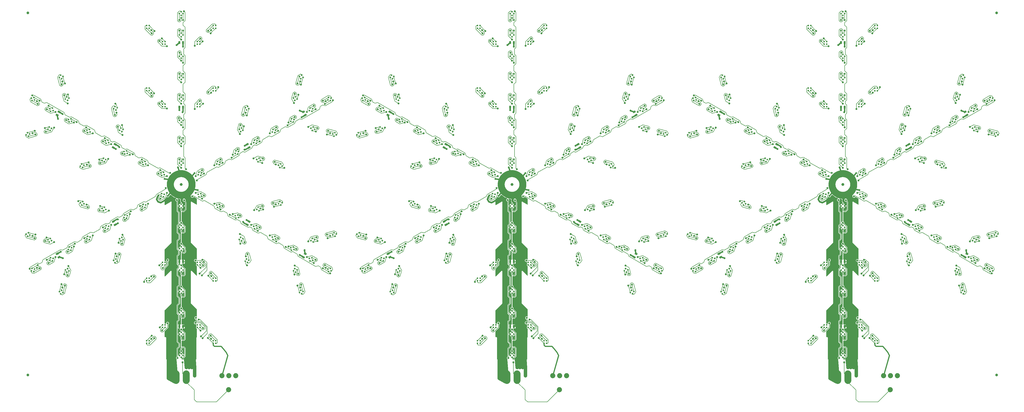
<source format=gbr>
G04 EAGLE Gerber RS-274X export*
G75*
%MOMM*%
%FSLAX34Y34*%
%LPD*%
%INTop Copper*%
%IPPOS*%
%AMOC8*
5,1,8,0,0,1.08239X$1,22.5*%
G01*
%ADD10C,0.490000*%
%ADD11C,2.540000*%
%ADD12C,1.000000*%
%ADD13C,1.879600*%
%ADD14C,2.500000*%
%ADD15R,0.550000X0.550000*%
%ADD16R,0.550000X0.550000*%
%ADD17R,0.700000X1.000000*%
%ADD18C,0.706400*%
%ADD19C,0.508000*%
%ADD20C,0.152400*%
%ADD21C,1.270000*%
%ADD22C,0.406400*%
%ADD23C,0.609600*%
%ADD24C,0.756400*%

G36*
X663188Y168191D02*
X663188Y168191D01*
X663207Y168189D01*
X663309Y168211D01*
X663411Y168228D01*
X663428Y168237D01*
X663448Y168241D01*
X663537Y168295D01*
X663628Y168343D01*
X663642Y168357D01*
X663659Y168368D01*
X663726Y168446D01*
X663798Y168521D01*
X663806Y168539D01*
X663819Y168554D01*
X663858Y168650D01*
X663901Y168745D01*
X663903Y168764D01*
X663911Y168782D01*
X663929Y168949D01*
X663964Y248946D01*
X665614Y250594D01*
X665668Y250603D01*
X665686Y250612D01*
X665706Y250617D01*
X665795Y250670D01*
X665886Y250718D01*
X665900Y250732D01*
X665917Y250743D01*
X665984Y250821D01*
X666055Y250896D01*
X666064Y250914D01*
X666077Y250930D01*
X666116Y251026D01*
X666159Y251119D01*
X666161Y251139D01*
X666169Y251158D01*
X666187Y251325D01*
X666187Y281258D01*
X666184Y281278D01*
X666186Y281298D01*
X666164Y281399D01*
X666148Y281501D01*
X666138Y281518D01*
X666134Y281538D01*
X666081Y281627D01*
X666032Y281718D01*
X666018Y281732D01*
X666008Y281749D01*
X665929Y281816D01*
X665854Y281888D01*
X665836Y281896D01*
X665821Y281909D01*
X665725Y281948D01*
X665631Y281991D01*
X665611Y281993D01*
X665593Y282001D01*
X665426Y282019D01*
X664556Y282019D01*
X663663Y282913D01*
X663663Y289676D01*
X664493Y290506D01*
X664505Y290522D01*
X664521Y290534D01*
X664577Y290622D01*
X664637Y290706D01*
X664643Y290725D01*
X664654Y290741D01*
X664679Y290842D01*
X664709Y290941D01*
X664709Y290961D01*
X664714Y290980D01*
X664706Y291083D01*
X664703Y291187D01*
X664696Y291205D01*
X664694Y291225D01*
X664654Y291320D01*
X664618Y291418D01*
X664606Y291433D01*
X664598Y291451D01*
X664493Y291582D01*
X663663Y292413D01*
X663663Y297210D01*
X663660Y297230D01*
X663662Y297250D01*
X663640Y297351D01*
X663623Y297453D01*
X663614Y297470D01*
X663610Y297490D01*
X663557Y297579D01*
X663508Y297670D01*
X663494Y297684D01*
X663484Y297701D01*
X663405Y297768D01*
X663330Y297840D01*
X663312Y297848D01*
X663297Y297861D01*
X663201Y297900D01*
X663107Y297943D01*
X663087Y297945D01*
X663069Y297953D01*
X662902Y297971D01*
X658609Y297971D01*
X655647Y300934D01*
X655647Y305123D01*
X658609Y308085D01*
X662799Y308085D01*
X664888Y305996D01*
X664946Y305954D01*
X664998Y305904D01*
X665045Y305882D01*
X665087Y305852D01*
X665156Y305831D01*
X665221Y305801D01*
X665273Y305795D01*
X665323Y305780D01*
X665394Y305782D01*
X665465Y305774D01*
X665516Y305785D01*
X665568Y305786D01*
X665636Y305811D01*
X665706Y305826D01*
X665750Y305853D01*
X665799Y305871D01*
X665855Y305915D01*
X665917Y305952D01*
X665951Y305992D01*
X665991Y306024D01*
X666030Y306085D01*
X666077Y306139D01*
X666096Y306187D01*
X666124Y306231D01*
X666142Y306301D01*
X666169Y306367D01*
X666177Y306439D01*
X666185Y306470D01*
X666183Y306493D01*
X666187Y306534D01*
X666187Y308139D01*
X666173Y308229D01*
X666165Y308320D01*
X666153Y308350D01*
X666148Y308382D01*
X666105Y308462D01*
X666069Y308546D01*
X666043Y308578D01*
X666032Y308599D01*
X666009Y308621D01*
X665964Y308677D01*
X660139Y314502D01*
X660139Y316270D01*
X660125Y316360D01*
X660117Y316451D01*
X660105Y316480D01*
X660100Y316512D01*
X660057Y316593D01*
X660021Y316677D01*
X659995Y316709D01*
X659984Y316730D01*
X659961Y316752D01*
X659916Y316808D01*
X657369Y319355D01*
X657369Y323544D01*
X660331Y326506D01*
X664521Y326506D01*
X664888Y326139D01*
X664946Y326097D01*
X664998Y326048D01*
X665045Y326026D01*
X665087Y325996D01*
X665156Y325974D01*
X665221Y325944D01*
X665273Y325938D01*
X665323Y325923D01*
X665394Y325925D01*
X665465Y325917D01*
X665516Y325928D01*
X665568Y325930D01*
X665636Y325954D01*
X665706Y325969D01*
X665750Y325996D01*
X665799Y326014D01*
X665855Y326059D01*
X665917Y326096D01*
X665951Y326135D01*
X665991Y326168D01*
X666030Y326228D01*
X666077Y326282D01*
X666096Y326331D01*
X666124Y326375D01*
X666142Y326444D01*
X666169Y326511D01*
X666177Y326582D01*
X666185Y326613D01*
X666183Y326636D01*
X666187Y326677D01*
X666187Y351915D01*
X666173Y352005D01*
X666165Y352096D01*
X666153Y352126D01*
X666148Y352158D01*
X666105Y352239D01*
X666069Y352323D01*
X666043Y352355D01*
X666032Y352375D01*
X666009Y352397D01*
X665964Y352453D01*
X645314Y373103D01*
X645120Y373297D01*
X645120Y373298D01*
X643770Y374647D01*
X643770Y493503D01*
X645091Y494824D01*
X646959Y494824D01*
X664888Y476895D01*
X664946Y476853D01*
X664998Y476804D01*
X665045Y476782D01*
X665087Y476751D01*
X665156Y476730D01*
X665221Y476700D01*
X665273Y476694D01*
X665323Y476679D01*
X665394Y476681D01*
X665465Y476673D01*
X665516Y476684D01*
X665568Y476685D01*
X665636Y476710D01*
X665706Y476725D01*
X665750Y476752D01*
X665799Y476770D01*
X665855Y476815D01*
X665917Y476851D01*
X665951Y476891D01*
X665991Y476924D01*
X666030Y476984D01*
X666077Y477038D01*
X666096Y477087D01*
X666124Y477130D01*
X666142Y477200D01*
X666169Y477267D01*
X666177Y477338D01*
X666185Y477369D01*
X666183Y477392D01*
X666187Y477433D01*
X666187Y511382D01*
X666184Y511402D01*
X666186Y511422D01*
X666164Y511523D01*
X666148Y511625D01*
X666138Y511642D01*
X666134Y511662D01*
X666081Y511751D01*
X666032Y511842D01*
X666018Y511856D01*
X666008Y511873D01*
X665929Y511940D01*
X665854Y512012D01*
X665836Y512020D01*
X665821Y512033D01*
X665725Y512072D01*
X665631Y512115D01*
X665611Y512117D01*
X665593Y512125D01*
X665426Y512143D01*
X664556Y512143D01*
X663663Y513037D01*
X663663Y519800D01*
X664493Y520630D01*
X664505Y520646D01*
X664521Y520658D01*
X664577Y520746D01*
X664637Y520830D01*
X664643Y520849D01*
X664654Y520865D01*
X664679Y520966D01*
X664709Y521065D01*
X664709Y521085D01*
X664714Y521104D01*
X664706Y521207D01*
X664703Y521311D01*
X664696Y521329D01*
X664694Y521349D01*
X664654Y521444D01*
X664618Y521542D01*
X664606Y521557D01*
X664598Y521575D01*
X664493Y521706D01*
X663663Y522537D01*
X663663Y526897D01*
X663660Y526917D01*
X663662Y526937D01*
X663640Y527038D01*
X663623Y527140D01*
X663614Y527157D01*
X663610Y527177D01*
X663557Y527266D01*
X663508Y527357D01*
X663494Y527371D01*
X663484Y527388D01*
X663405Y527455D01*
X663330Y527527D01*
X663312Y527535D01*
X663297Y527548D01*
X663201Y527587D01*
X663107Y527630D01*
X663087Y527632D01*
X663069Y527640D01*
X662902Y527658D01*
X659046Y527658D01*
X656084Y530621D01*
X656084Y534810D01*
X659046Y537772D01*
X663236Y537772D01*
X664888Y536120D01*
X664946Y536078D01*
X664998Y536028D01*
X665045Y536006D01*
X665087Y535976D01*
X665156Y535955D01*
X665221Y535925D01*
X665273Y535919D01*
X665323Y535904D01*
X665394Y535906D01*
X665465Y535898D01*
X665516Y535909D01*
X665568Y535910D01*
X665636Y535935D01*
X665706Y535950D01*
X665750Y535977D01*
X665799Y535995D01*
X665855Y536039D01*
X665917Y536076D01*
X665951Y536116D01*
X665991Y536148D01*
X666030Y536209D01*
X666077Y536263D01*
X666096Y536311D01*
X666124Y536355D01*
X666142Y536425D01*
X666169Y536491D01*
X666177Y536563D01*
X666185Y536594D01*
X666183Y536617D01*
X666187Y536658D01*
X666187Y576017D01*
X666173Y576107D01*
X666165Y576198D01*
X666153Y576228D01*
X666148Y576260D01*
X666105Y576340D01*
X666069Y576424D01*
X666043Y576457D01*
X666032Y576477D01*
X666009Y576499D01*
X665964Y576555D01*
X643770Y598749D01*
X643770Y746608D01*
X643768Y746623D01*
X643770Y746639D01*
X643744Y746805D01*
X643605Y747324D01*
X643668Y747432D01*
X643709Y747539D01*
X643752Y747646D01*
X643753Y747656D01*
X643755Y747663D01*
X643756Y747685D01*
X643770Y747813D01*
X643770Y747939D01*
X644150Y748319D01*
X644159Y748331D01*
X644172Y748341D01*
X644271Y748476D01*
X644539Y748941D01*
X644661Y748974D01*
X644766Y749021D01*
X644871Y749066D01*
X644879Y749072D01*
X644885Y749075D01*
X644901Y749090D01*
X645002Y749171D01*
X645091Y749260D01*
X645628Y749260D01*
X645643Y749262D01*
X645659Y749260D01*
X645825Y749286D01*
X646344Y749425D01*
X646452Y749362D01*
X646560Y749321D01*
X646666Y749278D01*
X646676Y749277D01*
X646683Y749275D01*
X646705Y749274D01*
X646833Y749260D01*
X646959Y749260D01*
X647339Y748880D01*
X647351Y748871D01*
X647361Y748858D01*
X647496Y748759D01*
X665045Y738627D01*
X665134Y738593D01*
X665221Y738553D01*
X665249Y738550D01*
X665275Y738540D01*
X665371Y738537D01*
X665465Y738526D01*
X665493Y738532D01*
X665521Y738531D01*
X665613Y738558D01*
X665706Y738578D01*
X665730Y738593D01*
X665757Y738601D01*
X665835Y738656D01*
X665917Y738705D01*
X665935Y738726D01*
X665958Y738742D01*
X666015Y738819D01*
X666077Y738891D01*
X666087Y738918D01*
X666104Y738940D01*
X666133Y739031D01*
X666169Y739120D01*
X666173Y739155D01*
X666179Y739175D01*
X666179Y739208D01*
X666187Y739286D01*
X666187Y759855D01*
X666176Y759922D01*
X666175Y759990D01*
X666157Y760043D01*
X666148Y760098D01*
X666116Y760158D01*
X666093Y760221D01*
X666059Y760266D01*
X666032Y760315D01*
X665984Y760362D01*
X665942Y760415D01*
X665878Y760462D01*
X665854Y760485D01*
X665835Y760494D01*
X665807Y760514D01*
X655078Y766709D01*
X655037Y766724D01*
X655000Y766748D01*
X654922Y766768D01*
X654848Y766796D01*
X654804Y766797D01*
X654761Y766808D01*
X654682Y766802D01*
X654602Y766805D01*
X654560Y766792D01*
X654516Y766789D01*
X654443Y766758D01*
X654366Y766735D01*
X654330Y766710D01*
X654290Y766693D01*
X654176Y766602D01*
X654165Y766594D01*
X654163Y766591D01*
X654159Y766588D01*
X651271Y763700D01*
X647082Y763700D01*
X644120Y766662D01*
X644120Y770586D01*
X644116Y770607D01*
X644118Y770629D01*
X644096Y770728D01*
X644080Y770828D01*
X644070Y770848D01*
X644065Y770869D01*
X644012Y770956D01*
X643965Y771046D01*
X643949Y771061D01*
X643937Y771080D01*
X643860Y771145D01*
X643786Y771215D01*
X643766Y771224D01*
X643750Y771239D01*
X643655Y771276D01*
X643563Y771319D01*
X643541Y771321D01*
X643521Y771329D01*
X643420Y771335D01*
X643319Y771346D01*
X643297Y771341D01*
X643275Y771342D01*
X643178Y771315D01*
X643079Y771294D01*
X643060Y771282D01*
X643038Y771276D01*
X642895Y771190D01*
X635516Y765528D01*
X622415Y760101D01*
X622376Y760077D01*
X622332Y760061D01*
X622272Y760012D01*
X622206Y759971D01*
X622176Y759936D01*
X622140Y759907D01*
X622098Y759842D01*
X622049Y759782D01*
X622032Y759739D01*
X622007Y759700D01*
X621988Y759625D01*
X621961Y759552D01*
X621959Y759506D01*
X621947Y759462D01*
X621953Y759384D01*
X621950Y759306D01*
X621963Y759262D01*
X621966Y759216D01*
X621997Y759145D01*
X622019Y759070D01*
X622045Y759032D01*
X622063Y758990D01*
X622148Y758884D01*
X622159Y758868D01*
X622163Y758865D01*
X622168Y758859D01*
X624483Y756544D01*
X624483Y753040D01*
X624499Y752941D01*
X624509Y752841D01*
X624519Y752820D01*
X624522Y752797D01*
X624569Y752708D01*
X624611Y752617D01*
X624627Y752600D01*
X624638Y752579D01*
X624710Y752510D01*
X624779Y752437D01*
X624803Y752422D01*
X624816Y752410D01*
X624846Y752396D01*
X624922Y752350D01*
X625111Y752262D01*
X625203Y752007D01*
X625244Y751935D01*
X625276Y751860D01*
X625310Y751817D01*
X625324Y751792D01*
X625345Y751773D01*
X625381Y751729D01*
X625572Y751537D01*
X625572Y751127D01*
X625580Y751079D01*
X625579Y751030D01*
X625608Y750908D01*
X625612Y750884D01*
X625616Y750878D01*
X625618Y750867D01*
X627744Y745021D01*
X627785Y744949D01*
X627817Y744874D01*
X627851Y744831D01*
X627865Y744806D01*
X627886Y744787D01*
X627922Y744743D01*
X628113Y744551D01*
X628113Y744141D01*
X628121Y744093D01*
X628119Y744044D01*
X628149Y743922D01*
X628153Y743898D01*
X628156Y743892D01*
X628159Y743881D01*
X628299Y743495D01*
X628185Y743250D01*
X628168Y743190D01*
X628143Y743137D01*
X628141Y743118D01*
X628132Y743095D01*
X628126Y743040D01*
X628118Y743013D01*
X628119Y742984D01*
X628113Y742928D01*
X628113Y722467D01*
X628113Y720257D01*
X626551Y718695D01*
X620556Y712700D01*
X618994Y711137D01*
X611858Y711137D01*
X611464Y711531D01*
X611406Y711573D01*
X611354Y711623D01*
X611307Y711645D01*
X611265Y711675D01*
X611196Y711696D01*
X611131Y711726D01*
X611079Y711732D01*
X611030Y711747D01*
X610958Y711746D01*
X610887Y711753D01*
X610836Y711742D01*
X610784Y711741D01*
X610716Y711716D01*
X610646Y711701D01*
X610601Y711674D01*
X610553Y711657D01*
X610497Y711612D01*
X610435Y711575D01*
X610401Y711535D01*
X610361Y711503D01*
X610322Y711443D01*
X610275Y711388D01*
X610256Y711340D01*
X610228Y711296D01*
X610210Y711227D01*
X610183Y711160D01*
X610175Y711089D01*
X610167Y711057D01*
X610169Y711034D01*
X610165Y710993D01*
X610165Y677302D01*
X610180Y677212D01*
X610187Y677121D01*
X610199Y677091D01*
X610205Y677059D01*
X610247Y676979D01*
X610283Y676895D01*
X610309Y676863D01*
X610320Y676842D01*
X610343Y676820D01*
X610388Y676764D01*
X613483Y673669D01*
X613483Y670067D01*
X613497Y669976D01*
X613505Y669886D01*
X613517Y669856D01*
X613522Y669824D01*
X613565Y669743D01*
X613601Y669659D01*
X613627Y669627D01*
X613638Y669606D01*
X613661Y669584D01*
X613706Y669528D01*
X623481Y659753D01*
X624113Y659121D01*
X624113Y656911D01*
X624113Y639717D01*
X624113Y637507D01*
X622551Y635945D01*
X620556Y633950D01*
X618994Y632387D01*
X611858Y632387D01*
X611464Y632781D01*
X611406Y632823D01*
X611354Y632873D01*
X611307Y632895D01*
X611265Y632925D01*
X611196Y632946D01*
X611131Y632976D01*
X611079Y632982D01*
X611029Y632997D01*
X610958Y632995D01*
X610887Y633003D01*
X610836Y632992D01*
X610784Y632991D01*
X610716Y632966D01*
X610646Y632951D01*
X610601Y632924D01*
X610553Y632907D01*
X610497Y632862D01*
X610435Y632825D01*
X610401Y632785D01*
X610361Y632753D01*
X610322Y632693D01*
X610275Y632638D01*
X610256Y632590D01*
X610228Y632546D01*
X610210Y632476D01*
X610183Y632410D01*
X610175Y632339D01*
X610167Y632307D01*
X610169Y632284D01*
X610165Y632243D01*
X610165Y599802D01*
X610167Y599788D01*
X610166Y599778D01*
X610178Y599722D01*
X610180Y599712D01*
X610187Y599621D01*
X610199Y599591D01*
X610205Y599559D01*
X610247Y599479D01*
X610283Y599395D01*
X610309Y599363D01*
X610320Y599342D01*
X610343Y599320D01*
X610388Y599264D01*
X613483Y596169D01*
X613483Y592567D01*
X613497Y592476D01*
X613505Y592386D01*
X613517Y592356D01*
X613522Y592324D01*
X613565Y592243D01*
X613601Y592159D01*
X613627Y592127D01*
X613638Y592106D01*
X613661Y592084D01*
X613706Y592028D01*
X624113Y581621D01*
X624113Y573058D01*
X624128Y572968D01*
X624135Y572877D01*
X624148Y572848D01*
X624153Y572816D01*
X624196Y572735D01*
X624231Y572651D01*
X624257Y572619D01*
X624268Y572598D01*
X624291Y572576D01*
X624336Y572520D01*
X624642Y572215D01*
X625899Y570957D01*
X625899Y566032D01*
X625899Y563822D01*
X624337Y562260D01*
X621853Y559776D01*
X620946Y558869D01*
X620290Y558213D01*
X618081Y558213D01*
X614282Y558213D01*
X613171Y559325D01*
X611464Y561032D01*
X611406Y561073D01*
X611354Y561123D01*
X611307Y561145D01*
X611265Y561175D01*
X611196Y561196D01*
X611131Y561226D01*
X611079Y561232D01*
X611029Y561247D01*
X610958Y561246D01*
X610887Y561253D01*
X610836Y561242D01*
X610784Y561241D01*
X610716Y561216D01*
X610646Y561201D01*
X610602Y561175D01*
X610553Y561157D01*
X610497Y561112D01*
X610435Y561075D01*
X610401Y561035D01*
X610361Y561003D01*
X610322Y560943D01*
X610275Y560888D01*
X610256Y560840D01*
X610228Y560796D01*
X610210Y560727D01*
X610183Y560660D01*
X610175Y560589D01*
X610167Y560557D01*
X610169Y560534D01*
X610165Y560493D01*
X610165Y536157D01*
X610184Y536040D01*
X610202Y535922D01*
X610204Y535918D01*
X610205Y535914D01*
X610260Y535810D01*
X610315Y535703D01*
X610318Y535700D01*
X610320Y535696D01*
X610405Y535615D01*
X610491Y535532D01*
X610495Y535530D01*
X610498Y535527D01*
X610607Y535477D01*
X610713Y535426D01*
X610717Y535425D01*
X610721Y535423D01*
X610839Y535410D01*
X610957Y535396D01*
X610962Y535397D01*
X610965Y535396D01*
X610979Y535399D01*
X611123Y535421D01*
X611592Y535547D01*
X613903Y535547D01*
X613903Y528768D01*
X613906Y528749D01*
X613904Y528729D01*
X613926Y528627D01*
X613943Y528525D01*
X613952Y528508D01*
X613956Y528488D01*
X614009Y528399D01*
X614058Y528308D01*
X614072Y528294D01*
X614082Y528277D01*
X614161Y528210D01*
X614236Y528139D01*
X614254Y528130D01*
X614269Y528117D01*
X614365Y528079D01*
X614459Y528035D01*
X614479Y528033D01*
X614497Y528025D01*
X614664Y528007D01*
X615427Y528007D01*
X615427Y528005D01*
X614664Y528005D01*
X614644Y528002D01*
X614625Y528004D01*
X614523Y527982D01*
X614421Y527965D01*
X614404Y527956D01*
X614384Y527952D01*
X614295Y527899D01*
X614204Y527850D01*
X614190Y527836D01*
X614173Y527826D01*
X614106Y527747D01*
X614035Y527672D01*
X614026Y527654D01*
X614013Y527639D01*
X613974Y527543D01*
X613931Y527449D01*
X613929Y527429D01*
X613921Y527411D01*
X613903Y527244D01*
X613903Y520465D01*
X611950Y520465D01*
X611879Y520454D01*
X611807Y520452D01*
X611758Y520434D01*
X611707Y520426D01*
X611644Y520392D01*
X611576Y520367D01*
X611536Y520335D01*
X611490Y520311D01*
X611440Y520259D01*
X611384Y520214D01*
X611356Y520170D01*
X611320Y520132D01*
X611290Y520067D01*
X611251Y520007D01*
X611239Y519956D01*
X611217Y519909D01*
X611209Y519838D01*
X611191Y519768D01*
X611195Y519716D01*
X611190Y519665D01*
X611205Y519595D01*
X611210Y519523D01*
X611231Y519475D01*
X611242Y519424D01*
X611279Y519363D01*
X611307Y519297D01*
X611352Y519241D01*
X611368Y519213D01*
X611386Y519198D01*
X611412Y519166D01*
X613483Y517095D01*
X613483Y513493D01*
X613497Y513402D01*
X613505Y513312D01*
X613517Y513282D01*
X613522Y513250D01*
X613565Y513169D01*
X613601Y513085D01*
X613627Y513053D01*
X613638Y513032D01*
X613661Y513010D01*
X613706Y512954D01*
X622646Y504014D01*
X624113Y502547D01*
X624113Y482217D01*
X624113Y480007D01*
X622551Y478445D01*
X618994Y474887D01*
X611858Y474887D01*
X611464Y475281D01*
X611406Y475323D01*
X611354Y475373D01*
X611307Y475395D01*
X611265Y475425D01*
X611196Y475446D01*
X611131Y475476D01*
X611079Y475482D01*
X611029Y475497D01*
X610958Y475495D01*
X610887Y475503D01*
X610836Y475492D01*
X610784Y475491D01*
X610716Y475466D01*
X610646Y475451D01*
X610601Y475424D01*
X610553Y475407D01*
X610497Y475362D01*
X610435Y475325D01*
X610401Y475285D01*
X610361Y475253D01*
X610322Y475193D01*
X610275Y475138D01*
X610256Y475090D01*
X610228Y475046D01*
X610210Y474976D01*
X610183Y474910D01*
X610175Y474839D01*
X610167Y474807D01*
X610169Y474784D01*
X610165Y474743D01*
X610165Y442302D01*
X610180Y442212D01*
X610187Y442121D01*
X610199Y442091D01*
X610205Y442059D01*
X610247Y441979D01*
X610283Y441895D01*
X610309Y441863D01*
X610320Y441842D01*
X610343Y441820D01*
X610388Y441764D01*
X613483Y438669D01*
X613483Y435067D01*
X613497Y434976D01*
X613505Y434886D01*
X613517Y434856D01*
X613522Y434824D01*
X613565Y434743D01*
X613601Y434659D01*
X613627Y434627D01*
X613638Y434606D01*
X613661Y434584D01*
X613706Y434528D01*
X622646Y425588D01*
X624113Y424121D01*
X624113Y403467D01*
X624113Y401257D01*
X622551Y399695D01*
X618994Y396137D01*
X611858Y396137D01*
X611464Y396531D01*
X611406Y396573D01*
X611354Y396623D01*
X611307Y396645D01*
X611265Y396675D01*
X611196Y396696D01*
X611131Y396726D01*
X611079Y396732D01*
X611029Y396747D01*
X610958Y396745D01*
X610887Y396753D01*
X610836Y396742D01*
X610784Y396741D01*
X610716Y396716D01*
X610646Y396701D01*
X610601Y396674D01*
X610553Y396657D01*
X610497Y396612D01*
X610435Y396575D01*
X610401Y396535D01*
X610361Y396503D01*
X610322Y396443D01*
X610275Y396388D01*
X610256Y396340D01*
X610228Y396296D01*
X610210Y396226D01*
X610183Y396160D01*
X610175Y396089D01*
X610167Y396057D01*
X610169Y396034D01*
X610165Y395993D01*
X610165Y362302D01*
X610168Y362284D01*
X610166Y362268D01*
X610180Y362200D01*
X610187Y362121D01*
X610199Y362091D01*
X610205Y362059D01*
X610216Y362038D01*
X610218Y362027D01*
X610247Y361978D01*
X610283Y361895D01*
X610309Y361863D01*
X610320Y361842D01*
X610341Y361821D01*
X610344Y361816D01*
X610349Y361812D01*
X610388Y361764D01*
X613483Y358669D01*
X613483Y355067D01*
X613497Y354976D01*
X613505Y354886D01*
X613517Y354856D01*
X613522Y354824D01*
X613565Y354743D01*
X613601Y354659D01*
X613627Y354627D01*
X613638Y354606D01*
X613661Y354584D01*
X613706Y354528D01*
X623014Y345220D01*
X624113Y344121D01*
X624113Y324257D01*
X624102Y324246D01*
X619681Y319825D01*
X619233Y319376D01*
X618119Y318262D01*
X615909Y318262D01*
X610926Y318262D01*
X610906Y318259D01*
X610887Y318261D01*
X610785Y318239D01*
X610683Y318223D01*
X610666Y318213D01*
X610646Y318209D01*
X610557Y318156D01*
X610466Y318108D01*
X610452Y318093D01*
X610435Y318083D01*
X610368Y318004D01*
X610297Y317929D01*
X610288Y317911D01*
X610275Y317896D01*
X610236Y317800D01*
X610193Y317706D01*
X610191Y317686D01*
X610183Y317668D01*
X610165Y317501D01*
X610165Y297867D01*
X610184Y297748D01*
X610202Y297632D01*
X610204Y297628D01*
X610205Y297624D01*
X610260Y297520D01*
X610315Y297413D01*
X610318Y297410D01*
X610320Y297407D01*
X610405Y297325D01*
X610491Y297242D01*
X610495Y297240D01*
X610498Y297237D01*
X610607Y297187D01*
X610713Y297136D01*
X610717Y297135D01*
X610721Y297134D01*
X610839Y297120D01*
X610957Y297106D01*
X610962Y297107D01*
X610965Y297106D01*
X610979Y297109D01*
X611123Y297131D01*
X611592Y297257D01*
X613903Y297257D01*
X613903Y290478D01*
X613906Y290459D01*
X613904Y290439D01*
X613926Y290338D01*
X613943Y290235D01*
X613952Y290218D01*
X613956Y290198D01*
X614009Y290109D01*
X614058Y290018D01*
X614072Y290004D01*
X614082Y289987D01*
X614161Y289920D01*
X614236Y289849D01*
X614254Y289840D01*
X614269Y289827D01*
X614365Y289789D01*
X614459Y289745D01*
X614479Y289743D01*
X614497Y289735D01*
X614664Y289717D01*
X615427Y289717D01*
X615427Y289715D01*
X614664Y289715D01*
X614644Y289712D01*
X614625Y289714D01*
X614523Y289692D01*
X614421Y289676D01*
X614404Y289666D01*
X614384Y289662D01*
X614295Y289609D01*
X614204Y289560D01*
X614190Y289546D01*
X614173Y289536D01*
X614106Y289457D01*
X614035Y289382D01*
X614026Y289364D01*
X614013Y289349D01*
X613974Y289253D01*
X613931Y289159D01*
X613929Y289139D01*
X613921Y289121D01*
X613903Y288954D01*
X613903Y282163D01*
X613847Y282162D01*
X613798Y282144D01*
X613747Y282136D01*
X613684Y282102D01*
X613616Y282077D01*
X613576Y282045D01*
X613530Y282021D01*
X613480Y281969D01*
X613424Y281924D01*
X613396Y281880D01*
X613360Y281842D01*
X613330Y281777D01*
X613291Y281717D01*
X613279Y281666D01*
X613257Y281619D01*
X613249Y281548D01*
X613231Y281478D01*
X613235Y281426D01*
X613230Y281375D01*
X613245Y281305D01*
X613250Y281233D01*
X613271Y281185D01*
X613282Y281134D01*
X613319Y281073D01*
X613347Y281007D01*
X613392Y280951D01*
X613408Y280923D01*
X613426Y280908D01*
X613452Y280876D01*
X613483Y280845D01*
X613483Y277243D01*
X613497Y277152D01*
X613505Y277062D01*
X613517Y277032D01*
X613522Y277000D01*
X613565Y276919D01*
X613601Y276835D01*
X613627Y276803D01*
X613638Y276782D01*
X613661Y276760D01*
X613706Y276704D01*
X623454Y266956D01*
X624113Y266297D01*
X624113Y244217D01*
X624113Y242007D01*
X618994Y236887D01*
X611858Y236887D01*
X611464Y237281D01*
X611406Y237323D01*
X611354Y237373D01*
X611307Y237395D01*
X611265Y237425D01*
X611196Y237446D01*
X611131Y237476D01*
X611079Y237482D01*
X611029Y237497D01*
X610958Y237495D01*
X610887Y237503D01*
X610836Y237492D01*
X610784Y237491D01*
X610716Y237466D01*
X610646Y237451D01*
X610601Y237424D01*
X610553Y237407D01*
X610497Y237362D01*
X610435Y237325D01*
X610401Y237285D01*
X610361Y237253D01*
X610322Y237193D01*
X610275Y237138D01*
X610256Y237090D01*
X610228Y237046D01*
X610210Y236976D01*
X610183Y236910D01*
X610175Y236839D01*
X610167Y236807D01*
X610169Y236784D01*
X610165Y236743D01*
X610165Y215757D01*
X610176Y215686D01*
X610178Y215615D01*
X610196Y215566D01*
X610205Y215514D01*
X610238Y215451D01*
X610263Y215384D01*
X610295Y215343D01*
X610320Y215297D01*
X610372Y215248D01*
X610416Y215191D01*
X610460Y215163D01*
X610498Y215127D01*
X610563Y215097D01*
X610623Y215059D01*
X610674Y215046D01*
X610721Y215024D01*
X610792Y215016D01*
X610862Y214998D01*
X610914Y215003D01*
X610965Y214997D01*
X611036Y215012D01*
X611107Y215018D01*
X611155Y215038D01*
X611206Y215049D01*
X611267Y215086D01*
X611333Y215114D01*
X611389Y215159D01*
X611417Y215175D01*
X611432Y215193D01*
X611464Y215219D01*
X611858Y215613D01*
X618994Y215613D01*
X620556Y214050D01*
X622551Y212056D01*
X622551Y212055D01*
X624113Y210493D01*
X624113Y208283D01*
X624113Y179203D01*
X617936Y173026D01*
X616373Y171463D01*
X614164Y171463D01*
X614163Y171463D01*
X612061Y171463D01*
X611085Y171463D01*
X610926Y171463D01*
X610906Y171460D01*
X610887Y171462D01*
X610785Y171440D01*
X610683Y171424D01*
X610666Y171414D01*
X610646Y171410D01*
X610557Y171357D01*
X610466Y171309D01*
X610452Y171294D01*
X610435Y171284D01*
X610368Y171205D01*
X610297Y171130D01*
X610288Y171112D01*
X610275Y171097D01*
X610236Y171001D01*
X610193Y170907D01*
X610191Y170887D01*
X610183Y170869D01*
X610165Y170702D01*
X610165Y168950D01*
X610168Y168930D01*
X610166Y168910D01*
X610188Y168809D01*
X610205Y168707D01*
X610214Y168689D01*
X610218Y168670D01*
X610271Y168581D01*
X610320Y168489D01*
X610334Y168476D01*
X610344Y168459D01*
X610423Y168391D01*
X610498Y168320D01*
X610516Y168312D01*
X610531Y168299D01*
X610627Y168260D01*
X610721Y168216D01*
X610741Y168214D01*
X610759Y168207D01*
X610926Y168188D01*
X663168Y168188D01*
X663188Y168191D01*
G37*
G36*
X3096544Y168191D02*
X3096544Y168191D01*
X3096563Y168189D01*
X3096665Y168211D01*
X3096767Y168228D01*
X3096784Y168237D01*
X3096804Y168241D01*
X3096893Y168295D01*
X3096984Y168343D01*
X3096998Y168357D01*
X3097015Y168368D01*
X3097082Y168446D01*
X3097154Y168521D01*
X3097162Y168539D01*
X3097175Y168554D01*
X3097214Y168650D01*
X3097257Y168745D01*
X3097259Y168764D01*
X3097267Y168782D01*
X3097285Y168949D01*
X3097320Y248946D01*
X3098970Y250594D01*
X3099024Y250603D01*
X3099042Y250612D01*
X3099062Y250617D01*
X3099151Y250670D01*
X3099242Y250718D01*
X3099256Y250732D01*
X3099273Y250743D01*
X3099340Y250821D01*
X3099411Y250896D01*
X3099420Y250914D01*
X3099433Y250930D01*
X3099472Y251026D01*
X3099515Y251119D01*
X3099517Y251139D01*
X3099525Y251158D01*
X3099543Y251325D01*
X3099543Y281258D01*
X3099540Y281278D01*
X3099542Y281298D01*
X3099520Y281399D01*
X3099504Y281501D01*
X3099494Y281518D01*
X3099490Y281538D01*
X3099437Y281627D01*
X3099388Y281718D01*
X3099374Y281732D01*
X3099364Y281749D01*
X3099285Y281816D01*
X3099210Y281888D01*
X3099192Y281896D01*
X3099177Y281909D01*
X3099081Y281948D01*
X3098987Y281991D01*
X3098967Y281993D01*
X3098949Y282001D01*
X3098782Y282019D01*
X3097912Y282019D01*
X3097019Y282913D01*
X3097019Y289676D01*
X3097849Y290506D01*
X3097861Y290522D01*
X3097877Y290534D01*
X3097933Y290622D01*
X3097993Y290706D01*
X3097999Y290725D01*
X3098010Y290741D01*
X3098035Y290842D01*
X3098065Y290941D01*
X3098065Y290961D01*
X3098070Y290980D01*
X3098062Y291083D01*
X3098059Y291187D01*
X3098052Y291205D01*
X3098050Y291225D01*
X3098010Y291320D01*
X3097974Y291418D01*
X3097962Y291433D01*
X3097954Y291451D01*
X3097849Y291582D01*
X3097019Y292413D01*
X3097019Y297210D01*
X3097016Y297230D01*
X3097018Y297250D01*
X3096996Y297351D01*
X3096979Y297453D01*
X3096970Y297470D01*
X3096966Y297490D01*
X3096913Y297579D01*
X3096864Y297670D01*
X3096850Y297684D01*
X3096840Y297701D01*
X3096761Y297768D01*
X3096686Y297840D01*
X3096668Y297848D01*
X3096653Y297861D01*
X3096557Y297900D01*
X3096463Y297943D01*
X3096443Y297945D01*
X3096425Y297953D01*
X3096258Y297971D01*
X3091965Y297971D01*
X3089003Y300934D01*
X3089003Y305123D01*
X3091965Y308085D01*
X3096155Y308085D01*
X3098244Y305996D01*
X3098302Y305954D01*
X3098354Y305904D01*
X3098401Y305882D01*
X3098443Y305852D01*
X3098512Y305831D01*
X3098577Y305801D01*
X3098629Y305795D01*
X3098679Y305780D01*
X3098750Y305782D01*
X3098821Y305774D01*
X3098872Y305785D01*
X3098924Y305786D01*
X3098992Y305811D01*
X3099062Y305826D01*
X3099106Y305853D01*
X3099155Y305871D01*
X3099211Y305915D01*
X3099273Y305952D01*
X3099307Y305992D01*
X3099347Y306024D01*
X3099386Y306085D01*
X3099433Y306139D01*
X3099452Y306187D01*
X3099480Y306231D01*
X3099498Y306301D01*
X3099525Y306367D01*
X3099533Y306439D01*
X3099541Y306470D01*
X3099539Y306493D01*
X3099543Y306534D01*
X3099543Y308139D01*
X3099529Y308229D01*
X3099521Y308320D01*
X3099509Y308350D01*
X3099504Y308382D01*
X3099461Y308462D01*
X3099425Y308546D01*
X3099399Y308578D01*
X3099388Y308599D01*
X3099365Y308621D01*
X3099320Y308677D01*
X3093495Y314502D01*
X3093495Y316270D01*
X3093481Y316360D01*
X3093473Y316451D01*
X3093461Y316480D01*
X3093456Y316512D01*
X3093413Y316593D01*
X3093377Y316677D01*
X3093351Y316709D01*
X3093340Y316730D01*
X3093317Y316752D01*
X3093272Y316808D01*
X3090725Y319355D01*
X3090725Y323544D01*
X3093687Y326506D01*
X3097877Y326506D01*
X3098244Y326139D01*
X3098302Y326097D01*
X3098354Y326048D01*
X3098401Y326026D01*
X3098443Y325996D01*
X3098512Y325974D01*
X3098577Y325944D01*
X3098629Y325938D01*
X3098679Y325923D01*
X3098750Y325925D01*
X3098821Y325917D01*
X3098872Y325928D01*
X3098924Y325930D01*
X3098992Y325954D01*
X3099062Y325969D01*
X3099106Y325996D01*
X3099155Y326014D01*
X3099211Y326059D01*
X3099273Y326096D01*
X3099307Y326135D01*
X3099347Y326168D01*
X3099386Y326228D01*
X3099433Y326282D01*
X3099452Y326331D01*
X3099480Y326375D01*
X3099498Y326444D01*
X3099525Y326511D01*
X3099533Y326582D01*
X3099541Y326613D01*
X3099539Y326636D01*
X3099543Y326677D01*
X3099543Y351899D01*
X3099529Y351989D01*
X3099521Y352080D01*
X3099509Y352110D01*
X3099504Y352142D01*
X3099461Y352223D01*
X3099425Y352307D01*
X3099399Y352339D01*
X3099388Y352359D01*
X3099365Y352381D01*
X3099320Y352437D01*
X3078654Y373103D01*
X3078460Y373297D01*
X3078460Y373298D01*
X3077110Y374647D01*
X3077110Y493503D01*
X3078431Y494824D01*
X3080299Y494824D01*
X3098244Y476879D01*
X3098302Y476837D01*
X3098354Y476788D01*
X3098401Y476766D01*
X3098443Y476735D01*
X3098512Y476714D01*
X3098577Y476684D01*
X3098629Y476678D01*
X3098679Y476663D01*
X3098750Y476665D01*
X3098821Y476657D01*
X3098872Y476668D01*
X3098924Y476669D01*
X3098992Y476694D01*
X3099062Y476709D01*
X3099106Y476736D01*
X3099155Y476754D01*
X3099211Y476799D01*
X3099273Y476835D01*
X3099307Y476875D01*
X3099347Y476908D01*
X3099386Y476968D01*
X3099433Y477022D01*
X3099452Y477071D01*
X3099480Y477114D01*
X3099498Y477184D01*
X3099525Y477251D01*
X3099533Y477322D01*
X3099541Y477353D01*
X3099539Y477376D01*
X3099543Y477417D01*
X3099543Y511382D01*
X3099540Y511402D01*
X3099542Y511422D01*
X3099520Y511523D01*
X3099504Y511625D01*
X3099494Y511642D01*
X3099490Y511662D01*
X3099437Y511751D01*
X3099388Y511842D01*
X3099374Y511856D01*
X3099364Y511873D01*
X3099285Y511940D01*
X3099210Y512012D01*
X3099192Y512020D01*
X3099177Y512033D01*
X3099081Y512072D01*
X3098987Y512115D01*
X3098967Y512117D01*
X3098949Y512125D01*
X3098782Y512143D01*
X3097912Y512143D01*
X3097019Y513037D01*
X3097019Y519800D01*
X3097849Y520630D01*
X3097861Y520646D01*
X3097877Y520658D01*
X3097933Y520746D01*
X3097993Y520830D01*
X3097999Y520849D01*
X3098010Y520865D01*
X3098035Y520966D01*
X3098065Y521065D01*
X3098065Y521085D01*
X3098070Y521104D01*
X3098062Y521207D01*
X3098059Y521311D01*
X3098052Y521329D01*
X3098050Y521349D01*
X3098010Y521444D01*
X3097974Y521542D01*
X3097962Y521557D01*
X3097954Y521575D01*
X3097849Y521706D01*
X3097019Y522537D01*
X3097019Y526897D01*
X3097016Y526917D01*
X3097018Y526937D01*
X3096996Y527038D01*
X3096979Y527140D01*
X3096970Y527157D01*
X3096966Y527177D01*
X3096913Y527266D01*
X3096864Y527357D01*
X3096850Y527371D01*
X3096840Y527388D01*
X3096761Y527455D01*
X3096686Y527527D01*
X3096668Y527535D01*
X3096653Y527548D01*
X3096557Y527587D01*
X3096463Y527630D01*
X3096443Y527632D01*
X3096425Y527640D01*
X3096258Y527658D01*
X3092402Y527658D01*
X3089440Y530621D01*
X3089440Y534810D01*
X3092402Y537772D01*
X3096592Y537772D01*
X3098244Y536120D01*
X3098302Y536078D01*
X3098354Y536028D01*
X3098401Y536006D01*
X3098443Y535976D01*
X3098512Y535955D01*
X3098577Y535925D01*
X3098629Y535919D01*
X3098679Y535904D01*
X3098750Y535906D01*
X3098821Y535898D01*
X3098872Y535909D01*
X3098924Y535910D01*
X3098992Y535935D01*
X3099062Y535950D01*
X3099106Y535977D01*
X3099155Y535995D01*
X3099211Y536039D01*
X3099273Y536076D01*
X3099307Y536116D01*
X3099347Y536148D01*
X3099386Y536209D01*
X3099433Y536263D01*
X3099452Y536311D01*
X3099480Y536355D01*
X3099498Y536425D01*
X3099525Y536491D01*
X3099533Y536563D01*
X3099541Y536594D01*
X3099539Y536617D01*
X3099543Y536658D01*
X3099543Y576001D01*
X3099529Y576091D01*
X3099521Y576182D01*
X3099509Y576212D01*
X3099504Y576244D01*
X3099461Y576324D01*
X3099425Y576408D01*
X3099399Y576441D01*
X3099388Y576461D01*
X3099365Y576483D01*
X3099320Y576539D01*
X3077110Y598749D01*
X3077110Y746608D01*
X3077108Y746623D01*
X3077110Y746639D01*
X3077084Y746805D01*
X3076945Y747324D01*
X3077008Y747432D01*
X3077049Y747540D01*
X3077092Y747646D01*
X3077093Y747656D01*
X3077095Y747663D01*
X3077096Y747685D01*
X3077110Y747813D01*
X3077110Y747939D01*
X3077490Y748319D01*
X3077499Y748331D01*
X3077511Y748341D01*
X3077611Y748476D01*
X3077879Y748941D01*
X3078001Y748974D01*
X3078106Y749021D01*
X3078211Y749066D01*
X3078219Y749072D01*
X3078225Y749075D01*
X3078241Y749090D01*
X3078342Y749171D01*
X3078431Y749260D01*
X3078968Y749260D01*
X3078983Y749262D01*
X3078999Y749260D01*
X3079165Y749286D01*
X3079684Y749425D01*
X3079792Y749362D01*
X3079900Y749321D01*
X3080006Y749278D01*
X3080016Y749277D01*
X3080023Y749275D01*
X3080045Y749274D01*
X3080173Y749260D01*
X3080299Y749260D01*
X3080679Y748880D01*
X3080691Y748871D01*
X3080701Y748858D01*
X3080836Y748759D01*
X3098401Y738618D01*
X3098490Y738584D01*
X3098577Y738544D01*
X3098605Y738541D01*
X3098631Y738531D01*
X3098727Y738527D01*
X3098821Y738517D01*
X3098849Y738523D01*
X3098877Y738522D01*
X3098969Y738549D01*
X3099062Y738569D01*
X3099086Y738584D01*
X3099113Y738592D01*
X3099191Y738646D01*
X3099273Y738695D01*
X3099291Y738717D01*
X3099314Y738733D01*
X3099371Y738810D01*
X3099433Y738882D01*
X3099443Y738908D01*
X3099460Y738931D01*
X3099489Y739022D01*
X3099525Y739110D01*
X3099529Y739146D01*
X3099535Y739165D01*
X3099535Y739198D01*
X3099543Y739277D01*
X3099543Y759855D01*
X3099532Y759922D01*
X3099531Y759990D01*
X3099513Y760043D01*
X3099504Y760098D01*
X3099472Y760158D01*
X3099449Y760221D01*
X3099415Y760266D01*
X3099388Y760315D01*
X3099340Y760362D01*
X3099298Y760415D01*
X3099234Y760462D01*
X3099210Y760485D01*
X3099191Y760494D01*
X3099163Y760514D01*
X3088434Y766709D01*
X3088393Y766724D01*
X3088356Y766748D01*
X3088278Y766768D01*
X3088204Y766796D01*
X3088160Y766797D01*
X3088117Y766808D01*
X3088038Y766802D01*
X3087958Y766805D01*
X3087916Y766792D01*
X3087872Y766789D01*
X3087799Y766758D01*
X3087722Y766735D01*
X3087686Y766710D01*
X3087646Y766693D01*
X3087532Y766602D01*
X3087521Y766594D01*
X3087519Y766591D01*
X3087515Y766588D01*
X3084627Y763700D01*
X3080438Y763700D01*
X3077476Y766662D01*
X3077476Y770586D01*
X3077472Y770607D01*
X3077474Y770629D01*
X3077452Y770728D01*
X3077436Y770828D01*
X3077426Y770848D01*
X3077421Y770869D01*
X3077368Y770956D01*
X3077321Y771046D01*
X3077305Y771061D01*
X3077293Y771080D01*
X3077216Y771145D01*
X3077142Y771215D01*
X3077122Y771224D01*
X3077106Y771239D01*
X3077011Y771276D01*
X3076919Y771319D01*
X3076897Y771321D01*
X3076877Y771329D01*
X3076776Y771335D01*
X3076675Y771346D01*
X3076653Y771341D01*
X3076631Y771342D01*
X3076534Y771315D01*
X3076435Y771294D01*
X3076416Y771282D01*
X3076394Y771276D01*
X3076251Y771190D01*
X3068872Y765528D01*
X3055771Y760101D01*
X3055731Y760077D01*
X3055688Y760061D01*
X3055628Y760012D01*
X3055561Y759971D01*
X3055532Y759936D01*
X3055496Y759907D01*
X3055454Y759842D01*
X3055405Y759782D01*
X3055388Y759739D01*
X3055363Y759700D01*
X3055344Y759625D01*
X3055316Y759552D01*
X3055315Y759506D01*
X3055303Y759462D01*
X3055309Y759384D01*
X3055306Y759306D01*
X3055319Y759262D01*
X3055322Y759216D01*
X3055353Y759145D01*
X3055375Y759070D01*
X3055401Y759032D01*
X3055419Y758990D01*
X3055504Y758883D01*
X3055515Y758868D01*
X3055519Y758865D01*
X3055524Y758859D01*
X3057839Y756544D01*
X3057839Y753040D01*
X3057855Y752941D01*
X3057865Y752841D01*
X3057875Y752820D01*
X3057878Y752797D01*
X3057925Y752708D01*
X3057967Y752617D01*
X3057983Y752600D01*
X3057994Y752579D01*
X3058066Y752510D01*
X3058135Y752437D01*
X3058159Y752422D01*
X3058172Y752410D01*
X3058202Y752396D01*
X3058278Y752350D01*
X3058467Y752262D01*
X3058559Y752007D01*
X3058600Y751935D01*
X3058632Y751860D01*
X3058666Y751817D01*
X3058680Y751792D01*
X3058701Y751773D01*
X3058737Y751729D01*
X3058928Y751537D01*
X3058928Y751127D01*
X3058936Y751079D01*
X3058935Y751030D01*
X3058964Y750908D01*
X3058968Y750884D01*
X3058972Y750878D01*
X3058974Y750867D01*
X3061100Y745021D01*
X3061141Y744949D01*
X3061173Y744874D01*
X3061207Y744831D01*
X3061221Y744806D01*
X3061242Y744787D01*
X3061278Y744743D01*
X3061469Y744551D01*
X3061469Y744141D01*
X3061477Y744093D01*
X3061475Y744044D01*
X3061505Y743922D01*
X3061509Y743898D01*
X3061512Y743892D01*
X3061515Y743881D01*
X3061655Y743495D01*
X3061541Y743250D01*
X3061524Y743190D01*
X3061499Y743137D01*
X3061497Y743118D01*
X3061488Y743095D01*
X3061482Y743040D01*
X3061474Y743013D01*
X3061475Y742984D01*
X3061469Y742928D01*
X3061469Y722467D01*
X3061469Y720257D01*
X3059907Y718695D01*
X3052350Y711137D01*
X3045214Y711137D01*
X3044820Y711531D01*
X3044762Y711573D01*
X3044710Y711623D01*
X3044663Y711645D01*
X3044621Y711675D01*
X3044552Y711696D01*
X3044487Y711726D01*
X3044435Y711732D01*
X3044385Y711747D01*
X3044314Y711745D01*
X3044243Y711753D01*
X3044192Y711742D01*
X3044140Y711741D01*
X3044072Y711716D01*
X3044002Y711701D01*
X3043957Y711674D01*
X3043909Y711657D01*
X3043853Y711612D01*
X3043791Y711575D01*
X3043757Y711535D01*
X3043717Y711503D01*
X3043678Y711443D01*
X3043631Y711388D01*
X3043612Y711340D01*
X3043584Y711296D01*
X3043566Y711226D01*
X3043539Y711160D01*
X3043531Y711089D01*
X3043523Y711057D01*
X3043525Y711034D01*
X3043521Y710993D01*
X3043521Y677302D01*
X3043536Y677212D01*
X3043543Y677121D01*
X3043555Y677091D01*
X3043561Y677059D01*
X3043603Y676979D01*
X3043639Y676895D01*
X3043665Y676863D01*
X3043676Y676842D01*
X3043699Y676820D01*
X3043744Y676764D01*
X3046839Y673669D01*
X3046839Y670067D01*
X3046853Y669976D01*
X3046861Y669886D01*
X3046873Y669856D01*
X3046878Y669824D01*
X3046921Y669743D01*
X3046957Y669659D01*
X3046983Y669627D01*
X3046994Y669606D01*
X3047017Y669584D01*
X3047062Y669528D01*
X3056002Y660588D01*
X3057469Y659121D01*
X3057469Y639717D01*
X3057469Y637507D01*
X3055907Y635945D01*
X3052350Y632387D01*
X3045214Y632387D01*
X3044820Y632781D01*
X3044762Y632823D01*
X3044710Y632873D01*
X3044663Y632895D01*
X3044621Y632925D01*
X3044552Y632946D01*
X3044487Y632976D01*
X3044435Y632982D01*
X3044385Y632997D01*
X3044314Y632995D01*
X3044243Y633003D01*
X3044192Y632992D01*
X3044140Y632991D01*
X3044072Y632966D01*
X3044002Y632951D01*
X3043957Y632924D01*
X3043909Y632907D01*
X3043853Y632862D01*
X3043791Y632825D01*
X3043757Y632785D01*
X3043717Y632753D01*
X3043678Y632693D01*
X3043631Y632638D01*
X3043612Y632590D01*
X3043584Y632546D01*
X3043566Y632476D01*
X3043539Y632410D01*
X3043531Y632339D01*
X3043523Y632307D01*
X3043525Y632284D01*
X3043521Y632243D01*
X3043521Y599802D01*
X3043523Y599788D01*
X3043522Y599778D01*
X3043534Y599722D01*
X3043536Y599712D01*
X3043543Y599621D01*
X3043555Y599591D01*
X3043561Y599559D01*
X3043603Y599479D01*
X3043639Y599395D01*
X3043665Y599363D01*
X3043676Y599342D01*
X3043699Y599320D01*
X3043744Y599264D01*
X3046839Y596169D01*
X3046839Y592567D01*
X3046853Y592476D01*
X3046861Y592386D01*
X3046873Y592356D01*
X3046878Y592324D01*
X3046921Y592243D01*
X3046957Y592159D01*
X3046983Y592127D01*
X3046994Y592106D01*
X3047017Y592084D01*
X3047062Y592028D01*
X3056590Y582500D01*
X3057469Y581621D01*
X3057469Y573058D01*
X3057484Y572968D01*
X3057491Y572877D01*
X3057504Y572848D01*
X3057509Y572816D01*
X3057552Y572735D01*
X3057587Y572651D01*
X3057613Y572619D01*
X3057624Y572598D01*
X3057647Y572576D01*
X3057692Y572520D01*
X3057998Y572215D01*
X3059255Y570957D01*
X3059255Y566032D01*
X3059255Y563822D01*
X3057693Y562260D01*
X3055209Y559776D01*
X3054302Y558869D01*
X3053646Y558213D01*
X3051437Y558213D01*
X3047638Y558213D01*
X3046527Y559325D01*
X3044820Y561032D01*
X3044762Y561073D01*
X3044710Y561123D01*
X3044663Y561145D01*
X3044621Y561175D01*
X3044552Y561196D01*
X3044487Y561226D01*
X3044435Y561232D01*
X3044385Y561247D01*
X3044314Y561246D01*
X3044243Y561253D01*
X3044192Y561242D01*
X3044140Y561241D01*
X3044072Y561216D01*
X3044002Y561201D01*
X3043958Y561175D01*
X3043909Y561157D01*
X3043853Y561112D01*
X3043791Y561075D01*
X3043757Y561035D01*
X3043717Y561003D01*
X3043678Y560943D01*
X3043631Y560888D01*
X3043612Y560840D01*
X3043584Y560796D01*
X3043566Y560727D01*
X3043539Y560660D01*
X3043531Y560589D01*
X3043523Y560557D01*
X3043525Y560534D01*
X3043521Y560493D01*
X3043521Y536157D01*
X3043540Y536040D01*
X3043558Y535922D01*
X3043560Y535918D01*
X3043561Y535914D01*
X3043616Y535810D01*
X3043671Y535703D01*
X3043674Y535700D01*
X3043676Y535696D01*
X3043761Y535615D01*
X3043847Y535532D01*
X3043851Y535530D01*
X3043854Y535527D01*
X3043963Y535477D01*
X3044069Y535426D01*
X3044073Y535425D01*
X3044077Y535423D01*
X3044195Y535410D01*
X3044313Y535396D01*
X3044318Y535397D01*
X3044321Y535396D01*
X3044335Y535399D01*
X3044479Y535421D01*
X3044948Y535547D01*
X3047259Y535547D01*
X3047259Y528768D01*
X3047262Y528749D01*
X3047260Y528729D01*
X3047282Y528627D01*
X3047299Y528525D01*
X3047308Y528508D01*
X3047312Y528488D01*
X3047365Y528399D01*
X3047414Y528308D01*
X3047428Y528294D01*
X3047438Y528277D01*
X3047517Y528210D01*
X3047592Y528139D01*
X3047610Y528130D01*
X3047625Y528117D01*
X3047721Y528079D01*
X3047815Y528035D01*
X3047835Y528033D01*
X3047853Y528025D01*
X3048020Y528007D01*
X3048783Y528007D01*
X3048783Y528005D01*
X3048020Y528005D01*
X3048000Y528002D01*
X3047981Y528004D01*
X3047879Y527982D01*
X3047777Y527965D01*
X3047760Y527956D01*
X3047740Y527952D01*
X3047651Y527899D01*
X3047560Y527850D01*
X3047546Y527836D01*
X3047529Y527826D01*
X3047462Y527747D01*
X3047391Y527672D01*
X3047382Y527654D01*
X3047369Y527639D01*
X3047330Y527543D01*
X3047287Y527449D01*
X3047285Y527429D01*
X3047277Y527411D01*
X3047259Y527244D01*
X3047259Y520465D01*
X3045306Y520465D01*
X3045235Y520454D01*
X3045163Y520452D01*
X3045114Y520434D01*
X3045063Y520426D01*
X3045000Y520392D01*
X3044932Y520367D01*
X3044892Y520335D01*
X3044846Y520311D01*
X3044796Y520259D01*
X3044740Y520214D01*
X3044712Y520170D01*
X3044676Y520132D01*
X3044646Y520067D01*
X3044607Y520007D01*
X3044595Y519956D01*
X3044573Y519909D01*
X3044565Y519838D01*
X3044547Y519768D01*
X3044551Y519716D01*
X3044546Y519665D01*
X3044561Y519595D01*
X3044566Y519523D01*
X3044587Y519475D01*
X3044598Y519424D01*
X3044635Y519363D01*
X3044663Y519297D01*
X3044708Y519241D01*
X3044724Y519213D01*
X3044742Y519198D01*
X3044768Y519166D01*
X3046839Y517095D01*
X3046839Y513493D01*
X3046853Y513402D01*
X3046861Y513312D01*
X3046873Y513282D01*
X3046878Y513250D01*
X3046921Y513169D01*
X3046957Y513085D01*
X3046983Y513053D01*
X3046994Y513032D01*
X3047017Y513010D01*
X3047062Y512954D01*
X3056002Y504014D01*
X3057469Y502547D01*
X3057469Y482217D01*
X3057469Y480007D01*
X3055907Y478445D01*
X3053912Y476450D01*
X3052350Y474887D01*
X3045214Y474887D01*
X3044820Y475281D01*
X3044762Y475323D01*
X3044710Y475373D01*
X3044663Y475395D01*
X3044621Y475425D01*
X3044552Y475446D01*
X3044487Y475476D01*
X3044435Y475482D01*
X3044386Y475497D01*
X3044314Y475496D01*
X3044243Y475503D01*
X3044192Y475492D01*
X3044140Y475491D01*
X3044072Y475466D01*
X3044002Y475451D01*
X3043957Y475424D01*
X3043909Y475407D01*
X3043853Y475362D01*
X3043791Y475325D01*
X3043757Y475285D01*
X3043717Y475253D01*
X3043678Y475193D01*
X3043631Y475138D01*
X3043612Y475090D01*
X3043584Y475046D01*
X3043566Y474977D01*
X3043539Y474910D01*
X3043531Y474839D01*
X3043523Y474807D01*
X3043525Y474784D01*
X3043521Y474743D01*
X3043521Y442302D01*
X3043536Y442212D01*
X3043543Y442121D01*
X3043555Y442091D01*
X3043561Y442059D01*
X3043603Y441979D01*
X3043639Y441895D01*
X3043665Y441863D01*
X3043676Y441842D01*
X3043699Y441820D01*
X3043744Y441764D01*
X3046839Y438669D01*
X3046839Y435067D01*
X3046853Y434976D01*
X3046861Y434886D01*
X3046873Y434856D01*
X3046878Y434824D01*
X3046921Y434743D01*
X3046957Y434659D01*
X3046983Y434627D01*
X3046994Y434606D01*
X3047017Y434584D01*
X3047062Y434528D01*
X3056002Y425588D01*
X3057469Y424121D01*
X3057469Y403467D01*
X3057469Y401257D01*
X3055907Y399695D01*
X3052350Y396137D01*
X3045214Y396137D01*
X3044820Y396531D01*
X3044762Y396573D01*
X3044710Y396623D01*
X3044663Y396645D01*
X3044621Y396675D01*
X3044552Y396696D01*
X3044487Y396726D01*
X3044435Y396732D01*
X3044385Y396747D01*
X3044314Y396745D01*
X3044243Y396753D01*
X3044192Y396742D01*
X3044140Y396741D01*
X3044072Y396716D01*
X3044002Y396701D01*
X3043957Y396674D01*
X3043909Y396657D01*
X3043853Y396612D01*
X3043791Y396575D01*
X3043757Y396535D01*
X3043717Y396503D01*
X3043678Y396443D01*
X3043631Y396388D01*
X3043612Y396340D01*
X3043584Y396296D01*
X3043566Y396226D01*
X3043539Y396160D01*
X3043531Y396089D01*
X3043523Y396057D01*
X3043525Y396034D01*
X3043521Y395993D01*
X3043521Y362302D01*
X3043524Y362284D01*
X3043522Y362268D01*
X3043536Y362200D01*
X3043543Y362121D01*
X3043555Y362091D01*
X3043561Y362059D01*
X3043572Y362038D01*
X3043574Y362027D01*
X3043603Y361978D01*
X3043639Y361895D01*
X3043665Y361863D01*
X3043676Y361842D01*
X3043697Y361821D01*
X3043700Y361816D01*
X3043705Y361812D01*
X3043744Y361764D01*
X3046839Y358669D01*
X3046839Y355067D01*
X3046853Y354976D01*
X3046861Y354886D01*
X3046873Y354856D01*
X3046878Y354824D01*
X3046921Y354743D01*
X3046957Y354659D01*
X3046983Y354627D01*
X3046994Y354606D01*
X3047017Y354584D01*
X3047062Y354528D01*
X3056370Y345220D01*
X3057469Y344121D01*
X3057469Y324257D01*
X3057458Y324246D01*
X3053037Y319825D01*
X3052589Y319377D01*
X3052589Y319376D01*
X3051475Y318262D01*
X3049265Y318262D01*
X3044282Y318262D01*
X3044262Y318259D01*
X3044243Y318261D01*
X3044141Y318239D01*
X3044039Y318223D01*
X3044022Y318213D01*
X3044002Y318209D01*
X3043913Y318156D01*
X3043822Y318108D01*
X3043808Y318093D01*
X3043791Y318083D01*
X3043724Y318004D01*
X3043653Y317929D01*
X3043644Y317911D01*
X3043631Y317896D01*
X3043592Y317800D01*
X3043549Y317706D01*
X3043547Y317686D01*
X3043539Y317668D01*
X3043521Y317501D01*
X3043521Y297867D01*
X3043540Y297748D01*
X3043558Y297632D01*
X3043560Y297628D01*
X3043561Y297624D01*
X3043616Y297520D01*
X3043671Y297413D01*
X3043674Y297410D01*
X3043676Y297406D01*
X3043761Y297325D01*
X3043847Y297242D01*
X3043851Y297240D01*
X3043854Y297237D01*
X3043961Y297187D01*
X3044069Y297136D01*
X3044073Y297135D01*
X3044077Y297133D01*
X3044195Y297120D01*
X3044313Y297106D01*
X3044318Y297107D01*
X3044321Y297106D01*
X3044335Y297109D01*
X3044479Y297131D01*
X3044948Y297257D01*
X3047259Y297257D01*
X3047259Y290478D01*
X3047262Y290459D01*
X3047260Y290439D01*
X3047282Y290338D01*
X3047299Y290235D01*
X3047308Y290218D01*
X3047312Y290198D01*
X3047365Y290109D01*
X3047414Y290018D01*
X3047428Y290004D01*
X3047438Y289987D01*
X3047517Y289920D01*
X3047592Y289849D01*
X3047610Y289840D01*
X3047625Y289827D01*
X3047721Y289789D01*
X3047815Y289745D01*
X3047835Y289743D01*
X3047853Y289735D01*
X3048020Y289717D01*
X3048783Y289717D01*
X3048783Y289715D01*
X3048020Y289715D01*
X3048000Y289712D01*
X3047981Y289714D01*
X3047879Y289692D01*
X3047777Y289676D01*
X3047760Y289666D01*
X3047740Y289662D01*
X3047651Y289609D01*
X3047560Y289560D01*
X3047546Y289546D01*
X3047529Y289536D01*
X3047462Y289457D01*
X3047391Y289382D01*
X3047382Y289364D01*
X3047369Y289349D01*
X3047330Y289253D01*
X3047287Y289159D01*
X3047285Y289139D01*
X3047277Y289121D01*
X3047259Y288954D01*
X3047259Y282163D01*
X3047203Y282162D01*
X3047154Y282144D01*
X3047103Y282136D01*
X3047040Y282102D01*
X3046972Y282077D01*
X3046932Y282045D01*
X3046886Y282021D01*
X3046836Y281969D01*
X3046780Y281924D01*
X3046752Y281880D01*
X3046716Y281842D01*
X3046686Y281777D01*
X3046647Y281717D01*
X3046635Y281666D01*
X3046613Y281619D01*
X3046605Y281548D01*
X3046587Y281478D01*
X3046591Y281426D01*
X3046586Y281375D01*
X3046601Y281305D01*
X3046606Y281233D01*
X3046627Y281185D01*
X3046638Y281134D01*
X3046675Y281073D01*
X3046703Y281007D01*
X3046748Y280951D01*
X3046764Y280923D01*
X3046782Y280908D01*
X3046808Y280876D01*
X3046839Y280845D01*
X3046839Y277243D01*
X3046853Y277152D01*
X3046861Y277062D01*
X3046873Y277032D01*
X3046878Y277000D01*
X3046921Y276919D01*
X3046957Y276835D01*
X3046983Y276803D01*
X3046994Y276782D01*
X3047017Y276760D01*
X3047062Y276704D01*
X3056810Y266956D01*
X3057469Y266297D01*
X3057469Y244217D01*
X3057469Y242007D01*
X3055907Y240445D01*
X3053912Y238450D01*
X3052350Y236887D01*
X3045214Y236887D01*
X3044820Y237281D01*
X3044762Y237323D01*
X3044710Y237373D01*
X3044663Y237395D01*
X3044621Y237425D01*
X3044552Y237446D01*
X3044487Y237476D01*
X3044435Y237482D01*
X3044386Y237497D01*
X3044314Y237496D01*
X3044243Y237503D01*
X3044192Y237492D01*
X3044140Y237491D01*
X3044072Y237466D01*
X3044002Y237451D01*
X3043957Y237424D01*
X3043909Y237407D01*
X3043853Y237362D01*
X3043791Y237325D01*
X3043757Y237285D01*
X3043717Y237253D01*
X3043678Y237193D01*
X3043631Y237138D01*
X3043612Y237090D01*
X3043584Y237046D01*
X3043566Y236977D01*
X3043539Y236910D01*
X3043531Y236839D01*
X3043523Y236807D01*
X3043525Y236784D01*
X3043521Y236743D01*
X3043521Y215757D01*
X3043532Y215686D01*
X3043534Y215615D01*
X3043552Y215566D01*
X3043561Y215514D01*
X3043594Y215451D01*
X3043619Y215384D01*
X3043651Y215343D01*
X3043676Y215297D01*
X3043728Y215248D01*
X3043772Y215192D01*
X3043816Y215163D01*
X3043854Y215128D01*
X3043919Y215097D01*
X3043979Y215059D01*
X3044030Y215046D01*
X3044077Y215024D01*
X3044148Y215016D01*
X3044218Y214998D01*
X3044270Y215003D01*
X3044321Y214997D01*
X3044392Y215012D01*
X3044463Y215018D01*
X3044511Y215038D01*
X3044562Y215049D01*
X3044623Y215086D01*
X3044689Y215114D01*
X3044745Y215159D01*
X3044773Y215175D01*
X3044788Y215193D01*
X3044820Y215219D01*
X3045214Y215613D01*
X3052350Y215613D01*
X3057469Y210493D01*
X3057469Y208284D01*
X3057469Y208283D01*
X3057469Y179203D01*
X3055907Y177641D01*
X3051292Y173026D01*
X3051291Y173026D01*
X3049729Y171463D01*
X3045417Y171463D01*
X3044441Y171463D01*
X3044282Y171463D01*
X3044262Y171460D01*
X3044243Y171462D01*
X3044141Y171440D01*
X3044039Y171424D01*
X3044022Y171414D01*
X3044002Y171410D01*
X3043913Y171357D01*
X3043822Y171309D01*
X3043808Y171294D01*
X3043791Y171284D01*
X3043724Y171205D01*
X3043653Y171130D01*
X3043644Y171112D01*
X3043631Y171097D01*
X3043592Y171001D01*
X3043549Y170907D01*
X3043547Y170887D01*
X3043539Y170869D01*
X3043521Y170702D01*
X3043521Y168950D01*
X3043524Y168930D01*
X3043522Y168910D01*
X3043544Y168809D01*
X3043561Y168707D01*
X3043570Y168689D01*
X3043574Y168670D01*
X3043627Y168581D01*
X3043676Y168489D01*
X3043690Y168476D01*
X3043700Y168459D01*
X3043779Y168391D01*
X3043854Y168320D01*
X3043872Y168312D01*
X3043887Y168299D01*
X3043983Y168260D01*
X3044077Y168216D01*
X3044097Y168214D01*
X3044115Y168207D01*
X3044282Y168188D01*
X3096524Y168188D01*
X3096544Y168191D01*
G37*
G36*
X1879866Y168191D02*
X1879866Y168191D01*
X1879885Y168189D01*
X1879987Y168211D01*
X1880089Y168228D01*
X1880106Y168237D01*
X1880126Y168241D01*
X1880215Y168295D01*
X1880306Y168343D01*
X1880320Y168357D01*
X1880337Y168368D01*
X1880404Y168446D01*
X1880476Y168521D01*
X1880484Y168539D01*
X1880497Y168554D01*
X1880536Y168650D01*
X1880579Y168745D01*
X1880581Y168764D01*
X1880589Y168782D01*
X1880607Y168949D01*
X1880642Y248946D01*
X1882292Y250594D01*
X1882346Y250603D01*
X1882364Y250612D01*
X1882384Y250617D01*
X1882473Y250670D01*
X1882564Y250718D01*
X1882578Y250732D01*
X1882595Y250743D01*
X1882662Y250821D01*
X1882733Y250896D01*
X1882742Y250914D01*
X1882755Y250930D01*
X1882794Y251026D01*
X1882837Y251119D01*
X1882839Y251139D01*
X1882847Y251158D01*
X1882865Y251325D01*
X1882865Y281258D01*
X1882862Y281278D01*
X1882864Y281298D01*
X1882842Y281399D01*
X1882826Y281501D01*
X1882816Y281518D01*
X1882812Y281538D01*
X1882759Y281627D01*
X1882710Y281718D01*
X1882696Y281732D01*
X1882686Y281749D01*
X1882607Y281816D01*
X1882532Y281888D01*
X1882514Y281896D01*
X1882499Y281909D01*
X1882403Y281948D01*
X1882309Y281991D01*
X1882289Y281993D01*
X1882271Y282001D01*
X1882104Y282019D01*
X1881234Y282019D01*
X1880341Y282913D01*
X1880341Y289676D01*
X1881171Y290506D01*
X1881183Y290522D01*
X1881199Y290534D01*
X1881255Y290622D01*
X1881315Y290706D01*
X1881321Y290725D01*
X1881332Y290741D01*
X1881357Y290842D01*
X1881387Y290941D01*
X1881387Y290961D01*
X1881392Y290980D01*
X1881384Y291083D01*
X1881381Y291187D01*
X1881374Y291205D01*
X1881372Y291225D01*
X1881332Y291320D01*
X1881296Y291418D01*
X1881284Y291433D01*
X1881276Y291451D01*
X1881171Y291582D01*
X1880341Y292413D01*
X1880341Y297210D01*
X1880338Y297230D01*
X1880340Y297250D01*
X1880318Y297351D01*
X1880301Y297453D01*
X1880292Y297470D01*
X1880288Y297490D01*
X1880235Y297579D01*
X1880186Y297670D01*
X1880172Y297684D01*
X1880162Y297701D01*
X1880083Y297768D01*
X1880008Y297840D01*
X1879990Y297848D01*
X1879975Y297861D01*
X1879879Y297900D01*
X1879785Y297943D01*
X1879765Y297945D01*
X1879747Y297953D01*
X1879580Y297971D01*
X1875287Y297971D01*
X1872325Y300934D01*
X1872325Y305123D01*
X1875287Y308085D01*
X1879477Y308085D01*
X1881566Y305996D01*
X1881624Y305954D01*
X1881676Y305904D01*
X1881723Y305882D01*
X1881765Y305852D01*
X1881834Y305831D01*
X1881899Y305801D01*
X1881951Y305795D01*
X1882001Y305780D01*
X1882072Y305782D01*
X1882143Y305774D01*
X1882194Y305785D01*
X1882246Y305786D01*
X1882314Y305811D01*
X1882384Y305826D01*
X1882428Y305853D01*
X1882477Y305871D01*
X1882533Y305915D01*
X1882595Y305952D01*
X1882629Y305992D01*
X1882669Y306024D01*
X1882708Y306085D01*
X1882755Y306139D01*
X1882774Y306187D01*
X1882802Y306231D01*
X1882820Y306301D01*
X1882847Y306367D01*
X1882855Y306439D01*
X1882863Y306470D01*
X1882861Y306493D01*
X1882865Y306534D01*
X1882865Y308139D01*
X1882851Y308229D01*
X1882843Y308320D01*
X1882831Y308350D01*
X1882826Y308382D01*
X1882783Y308462D01*
X1882747Y308546D01*
X1882721Y308578D01*
X1882710Y308599D01*
X1882687Y308621D01*
X1882642Y308677D01*
X1876817Y314502D01*
X1876817Y316270D01*
X1876803Y316360D01*
X1876795Y316451D01*
X1876783Y316480D01*
X1876778Y316512D01*
X1876735Y316593D01*
X1876699Y316677D01*
X1876673Y316709D01*
X1876662Y316730D01*
X1876639Y316752D01*
X1876594Y316808D01*
X1874047Y319355D01*
X1874047Y323544D01*
X1877009Y326506D01*
X1881199Y326506D01*
X1881566Y326139D01*
X1881624Y326097D01*
X1881676Y326048D01*
X1881723Y326026D01*
X1881765Y325996D01*
X1881834Y325974D01*
X1881899Y325944D01*
X1881951Y325938D01*
X1882001Y325923D01*
X1882072Y325925D01*
X1882143Y325917D01*
X1882194Y325928D01*
X1882246Y325930D01*
X1882314Y325954D01*
X1882384Y325969D01*
X1882428Y325996D01*
X1882477Y326014D01*
X1882533Y326059D01*
X1882595Y326096D01*
X1882629Y326135D01*
X1882669Y326168D01*
X1882708Y326228D01*
X1882755Y326282D01*
X1882774Y326331D01*
X1882802Y326375D01*
X1882820Y326444D01*
X1882847Y326511D01*
X1882855Y326582D01*
X1882863Y326613D01*
X1882861Y326636D01*
X1882865Y326677D01*
X1882865Y351895D01*
X1882851Y351985D01*
X1882843Y352076D01*
X1882831Y352106D01*
X1882826Y352138D01*
X1882783Y352219D01*
X1882747Y352303D01*
X1882721Y352335D01*
X1882710Y352355D01*
X1882687Y352377D01*
X1882642Y352433D01*
X1861972Y373103D01*
X1861334Y373741D01*
X1860428Y374647D01*
X1860428Y376830D01*
X1860429Y493503D01*
X1861750Y494824D01*
X1863618Y494824D01*
X1881566Y476876D01*
X1881624Y476834D01*
X1881676Y476785D01*
X1881723Y476763D01*
X1881765Y476732D01*
X1881834Y476711D01*
X1881899Y476681D01*
X1881951Y476675D01*
X1882001Y476660D01*
X1882072Y476662D01*
X1882143Y476654D01*
X1882194Y476665D01*
X1882246Y476666D01*
X1882314Y476691D01*
X1882384Y476706D01*
X1882429Y476733D01*
X1882477Y476751D01*
X1882533Y476796D01*
X1882595Y476832D01*
X1882629Y476872D01*
X1882669Y476904D01*
X1882708Y476965D01*
X1882755Y477019D01*
X1882774Y477068D01*
X1882802Y477111D01*
X1882820Y477181D01*
X1882847Y477247D01*
X1882855Y477319D01*
X1882863Y477350D01*
X1882861Y477373D01*
X1882865Y477414D01*
X1882865Y511382D01*
X1882862Y511402D01*
X1882864Y511422D01*
X1882842Y511523D01*
X1882826Y511625D01*
X1882816Y511642D01*
X1882812Y511662D01*
X1882759Y511751D01*
X1882710Y511842D01*
X1882696Y511856D01*
X1882686Y511873D01*
X1882607Y511940D01*
X1882532Y512012D01*
X1882514Y512020D01*
X1882499Y512033D01*
X1882403Y512072D01*
X1882309Y512115D01*
X1882289Y512117D01*
X1882271Y512125D01*
X1882104Y512143D01*
X1881234Y512143D01*
X1880341Y513037D01*
X1880341Y519800D01*
X1881171Y520630D01*
X1881183Y520646D01*
X1881199Y520658D01*
X1881255Y520746D01*
X1881315Y520830D01*
X1881321Y520849D01*
X1881332Y520865D01*
X1881357Y520966D01*
X1881387Y521065D01*
X1881387Y521085D01*
X1881392Y521104D01*
X1881384Y521207D01*
X1881381Y521311D01*
X1881374Y521329D01*
X1881372Y521349D01*
X1881332Y521444D01*
X1881296Y521542D01*
X1881284Y521557D01*
X1881276Y521575D01*
X1881171Y521706D01*
X1880341Y522537D01*
X1880341Y526897D01*
X1880338Y526917D01*
X1880340Y526937D01*
X1880318Y527038D01*
X1880301Y527140D01*
X1880292Y527157D01*
X1880288Y527177D01*
X1880235Y527266D01*
X1880186Y527357D01*
X1880172Y527371D01*
X1880162Y527388D01*
X1880083Y527455D01*
X1880008Y527527D01*
X1879990Y527535D01*
X1879975Y527548D01*
X1879879Y527587D01*
X1879785Y527630D01*
X1879765Y527632D01*
X1879747Y527640D01*
X1879580Y527658D01*
X1875724Y527658D01*
X1872762Y530621D01*
X1872762Y534810D01*
X1875724Y537772D01*
X1879914Y537772D01*
X1881566Y536120D01*
X1881624Y536078D01*
X1881676Y536028D01*
X1881723Y536006D01*
X1881765Y535976D01*
X1881834Y535955D01*
X1881899Y535925D01*
X1881951Y535919D01*
X1882001Y535904D01*
X1882072Y535906D01*
X1882143Y535898D01*
X1882194Y535909D01*
X1882246Y535910D01*
X1882314Y535935D01*
X1882384Y535950D01*
X1882428Y535977D01*
X1882477Y535995D01*
X1882533Y536039D01*
X1882595Y536076D01*
X1882629Y536116D01*
X1882669Y536148D01*
X1882708Y536209D01*
X1882755Y536263D01*
X1882774Y536311D01*
X1882802Y536355D01*
X1882820Y536425D01*
X1882847Y536491D01*
X1882855Y536563D01*
X1882863Y536594D01*
X1882861Y536617D01*
X1882865Y536658D01*
X1882865Y575997D01*
X1882851Y576087D01*
X1882843Y576178D01*
X1882831Y576208D01*
X1882826Y576240D01*
X1882783Y576320D01*
X1882747Y576404D01*
X1882721Y576437D01*
X1882710Y576457D01*
X1882687Y576479D01*
X1882642Y576535D01*
X1860428Y598749D01*
X1860428Y746608D01*
X1860426Y746623D01*
X1860428Y746639D01*
X1860402Y746805D01*
X1860263Y747324D01*
X1860326Y747432D01*
X1860367Y747539D01*
X1860410Y747646D01*
X1860411Y747656D01*
X1860413Y747663D01*
X1860414Y747685D01*
X1860428Y747813D01*
X1860428Y747939D01*
X1860808Y748319D01*
X1860817Y748331D01*
X1860830Y748341D01*
X1860929Y748476D01*
X1861197Y748941D01*
X1861319Y748974D01*
X1861424Y749021D01*
X1861529Y749066D01*
X1861537Y749072D01*
X1861543Y749075D01*
X1861559Y749090D01*
X1861660Y749171D01*
X1861749Y749260D01*
X1862286Y749260D01*
X1862301Y749262D01*
X1862317Y749260D01*
X1862483Y749286D01*
X1863002Y749425D01*
X1863110Y749362D01*
X1863218Y749321D01*
X1863324Y749278D01*
X1863334Y749277D01*
X1863341Y749275D01*
X1863363Y749274D01*
X1863491Y749260D01*
X1863617Y749260D01*
X1863997Y748880D01*
X1864009Y748871D01*
X1864019Y748858D01*
X1864154Y748759D01*
X1881723Y738616D01*
X1881812Y738582D01*
X1881899Y738542D01*
X1881927Y738539D01*
X1881953Y738529D01*
X1882049Y738525D01*
X1882143Y738515D01*
X1882171Y738521D01*
X1882199Y738520D01*
X1882291Y738547D01*
X1882384Y738567D01*
X1882408Y738581D01*
X1882435Y738589D01*
X1882513Y738644D01*
X1882595Y738693D01*
X1882613Y738714D01*
X1882636Y738731D01*
X1882693Y738807D01*
X1882755Y738880D01*
X1882765Y738906D01*
X1882782Y738929D01*
X1882811Y739019D01*
X1882847Y739108D01*
X1882851Y739143D01*
X1882857Y739163D01*
X1882857Y739196D01*
X1882865Y739275D01*
X1882865Y759855D01*
X1882854Y759922D01*
X1882853Y759990D01*
X1882835Y760043D01*
X1882826Y760098D01*
X1882794Y760158D01*
X1882771Y760221D01*
X1882737Y760266D01*
X1882710Y760315D01*
X1882662Y760362D01*
X1882620Y760415D01*
X1882556Y760462D01*
X1882532Y760485D01*
X1882513Y760494D01*
X1882485Y760514D01*
X1871756Y766709D01*
X1871715Y766724D01*
X1871678Y766748D01*
X1871600Y766768D01*
X1871526Y766796D01*
X1871482Y766797D01*
X1871439Y766808D01*
X1871360Y766802D01*
X1871280Y766805D01*
X1871238Y766792D01*
X1871194Y766789D01*
X1871121Y766758D01*
X1871044Y766735D01*
X1871008Y766710D01*
X1870968Y766693D01*
X1870854Y766602D01*
X1870843Y766594D01*
X1870841Y766591D01*
X1870837Y766588D01*
X1867949Y763700D01*
X1863760Y763700D01*
X1860798Y766662D01*
X1860798Y770586D01*
X1860794Y770607D01*
X1860796Y770629D01*
X1860774Y770728D01*
X1860758Y770828D01*
X1860748Y770848D01*
X1860743Y770869D01*
X1860690Y770956D01*
X1860643Y771046D01*
X1860627Y771061D01*
X1860615Y771080D01*
X1860538Y771145D01*
X1860464Y771215D01*
X1860444Y771224D01*
X1860428Y771239D01*
X1860333Y771276D01*
X1860241Y771319D01*
X1860219Y771321D01*
X1860199Y771329D01*
X1860098Y771335D01*
X1859997Y771346D01*
X1859975Y771341D01*
X1859953Y771342D01*
X1859856Y771315D01*
X1859757Y771294D01*
X1859738Y771282D01*
X1859716Y771276D01*
X1859573Y771190D01*
X1852194Y765528D01*
X1839093Y760101D01*
X1839054Y760077D01*
X1839010Y760061D01*
X1838950Y760012D01*
X1838884Y759971D01*
X1838854Y759936D01*
X1838818Y759907D01*
X1838776Y759842D01*
X1838727Y759782D01*
X1838710Y759739D01*
X1838685Y759700D01*
X1838666Y759625D01*
X1838639Y759552D01*
X1838637Y759506D01*
X1838625Y759462D01*
X1838631Y759384D01*
X1838628Y759306D01*
X1838641Y759262D01*
X1838644Y759216D01*
X1838675Y759145D01*
X1838697Y759070D01*
X1838723Y759032D01*
X1838741Y758990D01*
X1838826Y758884D01*
X1838837Y758868D01*
X1838841Y758865D01*
X1838846Y758859D01*
X1841161Y756544D01*
X1841161Y753040D01*
X1841177Y752941D01*
X1841187Y752841D01*
X1841197Y752820D01*
X1841200Y752797D01*
X1841247Y752708D01*
X1841289Y752617D01*
X1841305Y752600D01*
X1841316Y752579D01*
X1841388Y752510D01*
X1841457Y752437D01*
X1841481Y752422D01*
X1841494Y752410D01*
X1841524Y752396D01*
X1841600Y752350D01*
X1841789Y752262D01*
X1841881Y752007D01*
X1841922Y751935D01*
X1841954Y751860D01*
X1841988Y751817D01*
X1842002Y751792D01*
X1842023Y751773D01*
X1842059Y751729D01*
X1842250Y751537D01*
X1842250Y751127D01*
X1842258Y751079D01*
X1842257Y751030D01*
X1842286Y750908D01*
X1842290Y750884D01*
X1842294Y750878D01*
X1842296Y750867D01*
X1844422Y745021D01*
X1844463Y744949D01*
X1844495Y744874D01*
X1844529Y744831D01*
X1844543Y744806D01*
X1844564Y744787D01*
X1844600Y744743D01*
X1844791Y744551D01*
X1844791Y744141D01*
X1844799Y744093D01*
X1844797Y744044D01*
X1844827Y743922D01*
X1844831Y743898D01*
X1844834Y743892D01*
X1844837Y743881D01*
X1844977Y743495D01*
X1844863Y743250D01*
X1844846Y743190D01*
X1844821Y743137D01*
X1844819Y743118D01*
X1844810Y743095D01*
X1844804Y743040D01*
X1844796Y743013D01*
X1844797Y742984D01*
X1844791Y742928D01*
X1844791Y722467D01*
X1844791Y720257D01*
X1843229Y718695D01*
X1835672Y711137D01*
X1828536Y711137D01*
X1828142Y711531D01*
X1828084Y711573D01*
X1828032Y711623D01*
X1827985Y711645D01*
X1827943Y711675D01*
X1827874Y711696D01*
X1827809Y711726D01*
X1827757Y711732D01*
X1827707Y711747D01*
X1827636Y711745D01*
X1827565Y711753D01*
X1827514Y711742D01*
X1827462Y711741D01*
X1827394Y711716D01*
X1827324Y711701D01*
X1827279Y711674D01*
X1827231Y711657D01*
X1827175Y711612D01*
X1827113Y711575D01*
X1827079Y711535D01*
X1827039Y711503D01*
X1827000Y711443D01*
X1826953Y711388D01*
X1826934Y711340D01*
X1826906Y711296D01*
X1826888Y711226D01*
X1826861Y711160D01*
X1826853Y711089D01*
X1826845Y711057D01*
X1826847Y711034D01*
X1826843Y710993D01*
X1826843Y677302D01*
X1826858Y677212D01*
X1826865Y677121D01*
X1826877Y677091D01*
X1826883Y677059D01*
X1826925Y676979D01*
X1826961Y676895D01*
X1826987Y676863D01*
X1826998Y676842D01*
X1827021Y676820D01*
X1827066Y676764D01*
X1830161Y673669D01*
X1830161Y670067D01*
X1830175Y669976D01*
X1830183Y669886D01*
X1830195Y669856D01*
X1830200Y669824D01*
X1830243Y669743D01*
X1830279Y669659D01*
X1830305Y669627D01*
X1830316Y669606D01*
X1830339Y669584D01*
X1830384Y669528D01*
X1839324Y660588D01*
X1840791Y659121D01*
X1840791Y639717D01*
X1840791Y637507D01*
X1839229Y635945D01*
X1835672Y632387D01*
X1828536Y632387D01*
X1828142Y632781D01*
X1828084Y632823D01*
X1828032Y632873D01*
X1827985Y632895D01*
X1827943Y632925D01*
X1827874Y632946D01*
X1827809Y632976D01*
X1827757Y632982D01*
X1827707Y632997D01*
X1827636Y632995D01*
X1827565Y633003D01*
X1827514Y632992D01*
X1827462Y632991D01*
X1827394Y632966D01*
X1827324Y632951D01*
X1827279Y632924D01*
X1827231Y632907D01*
X1827175Y632862D01*
X1827113Y632825D01*
X1827079Y632785D01*
X1827039Y632753D01*
X1827000Y632693D01*
X1826953Y632638D01*
X1826934Y632590D01*
X1826906Y632546D01*
X1826888Y632476D01*
X1826861Y632410D01*
X1826853Y632339D01*
X1826845Y632307D01*
X1826847Y632284D01*
X1826843Y632243D01*
X1826843Y599802D01*
X1826845Y599788D01*
X1826844Y599778D01*
X1826856Y599722D01*
X1826858Y599712D01*
X1826865Y599621D01*
X1826877Y599591D01*
X1826883Y599559D01*
X1826925Y599479D01*
X1826961Y599395D01*
X1826987Y599363D01*
X1826998Y599342D01*
X1827021Y599320D01*
X1827066Y599264D01*
X1830161Y596169D01*
X1830161Y592567D01*
X1830175Y592476D01*
X1830183Y592386D01*
X1830195Y592356D01*
X1830200Y592324D01*
X1830243Y592243D01*
X1830279Y592159D01*
X1830305Y592127D01*
X1830316Y592106D01*
X1830339Y592084D01*
X1830384Y592028D01*
X1839912Y582500D01*
X1840791Y581621D01*
X1840791Y573058D01*
X1840806Y572968D01*
X1840813Y572877D01*
X1840826Y572848D01*
X1840831Y572816D01*
X1840874Y572735D01*
X1840909Y572651D01*
X1840935Y572619D01*
X1840946Y572598D01*
X1840969Y572576D01*
X1841014Y572520D01*
X1841320Y572215D01*
X1842577Y570957D01*
X1842577Y566032D01*
X1842577Y563822D01*
X1841015Y562260D01*
X1838531Y559776D01*
X1837624Y558869D01*
X1836968Y558213D01*
X1834759Y558213D01*
X1830960Y558213D01*
X1829849Y559325D01*
X1828142Y561032D01*
X1828084Y561073D01*
X1828032Y561123D01*
X1827985Y561145D01*
X1827943Y561175D01*
X1827874Y561196D01*
X1827809Y561226D01*
X1827757Y561232D01*
X1827707Y561247D01*
X1827636Y561246D01*
X1827565Y561253D01*
X1827514Y561242D01*
X1827462Y561241D01*
X1827394Y561216D01*
X1827324Y561201D01*
X1827280Y561175D01*
X1827231Y561157D01*
X1827175Y561112D01*
X1827113Y561075D01*
X1827079Y561035D01*
X1827039Y561003D01*
X1827000Y560943D01*
X1826953Y560888D01*
X1826934Y560840D01*
X1826906Y560796D01*
X1826888Y560727D01*
X1826861Y560660D01*
X1826853Y560589D01*
X1826845Y560557D01*
X1826847Y560534D01*
X1826843Y560493D01*
X1826843Y536157D01*
X1826862Y536040D01*
X1826880Y535922D01*
X1826882Y535918D01*
X1826883Y535914D01*
X1826938Y535809D01*
X1826993Y535703D01*
X1826996Y535700D01*
X1826998Y535696D01*
X1827083Y535615D01*
X1827169Y535532D01*
X1827173Y535530D01*
X1827176Y535527D01*
X1827283Y535477D01*
X1827391Y535426D01*
X1827395Y535425D01*
X1827399Y535423D01*
X1827517Y535410D01*
X1827635Y535396D01*
X1827640Y535397D01*
X1827643Y535396D01*
X1827657Y535399D01*
X1827801Y535421D01*
X1828270Y535547D01*
X1830581Y535547D01*
X1830581Y528768D01*
X1830584Y528749D01*
X1830582Y528729D01*
X1830604Y528627D01*
X1830621Y528525D01*
X1830630Y528508D01*
X1830634Y528488D01*
X1830687Y528399D01*
X1830736Y528308D01*
X1830750Y528294D01*
X1830760Y528277D01*
X1830839Y528210D01*
X1830914Y528139D01*
X1830932Y528130D01*
X1830947Y528117D01*
X1831043Y528079D01*
X1831137Y528035D01*
X1831157Y528033D01*
X1831175Y528025D01*
X1831342Y528007D01*
X1832105Y528007D01*
X1832105Y528005D01*
X1831342Y528005D01*
X1831322Y528002D01*
X1831303Y528004D01*
X1831201Y527982D01*
X1831099Y527965D01*
X1831082Y527956D01*
X1831062Y527952D01*
X1830973Y527899D01*
X1830882Y527850D01*
X1830868Y527836D01*
X1830851Y527826D01*
X1830784Y527747D01*
X1830713Y527672D01*
X1830704Y527654D01*
X1830691Y527639D01*
X1830652Y527543D01*
X1830609Y527449D01*
X1830607Y527429D01*
X1830599Y527411D01*
X1830581Y527244D01*
X1830581Y520465D01*
X1828628Y520465D01*
X1828557Y520454D01*
X1828485Y520452D01*
X1828436Y520434D01*
X1828385Y520426D01*
X1828322Y520392D01*
X1828254Y520367D01*
X1828214Y520335D01*
X1828168Y520311D01*
X1828118Y520259D01*
X1828062Y520214D01*
X1828034Y520170D01*
X1827998Y520132D01*
X1827968Y520067D01*
X1827929Y520007D01*
X1827917Y519956D01*
X1827895Y519909D01*
X1827887Y519838D01*
X1827869Y519768D01*
X1827873Y519716D01*
X1827868Y519665D01*
X1827883Y519595D01*
X1827888Y519523D01*
X1827909Y519475D01*
X1827920Y519424D01*
X1827957Y519363D01*
X1827985Y519297D01*
X1828030Y519241D01*
X1828046Y519213D01*
X1828064Y519198D01*
X1828090Y519166D01*
X1830161Y517095D01*
X1830161Y513493D01*
X1830175Y513402D01*
X1830183Y513312D01*
X1830195Y513282D01*
X1830200Y513250D01*
X1830243Y513169D01*
X1830279Y513085D01*
X1830305Y513053D01*
X1830316Y513032D01*
X1830339Y513010D01*
X1830384Y512954D01*
X1839324Y504014D01*
X1840791Y502547D01*
X1840791Y482217D01*
X1840791Y480007D01*
X1839229Y478445D01*
X1835672Y474887D01*
X1828536Y474887D01*
X1828142Y475281D01*
X1828084Y475323D01*
X1828032Y475373D01*
X1827985Y475395D01*
X1827943Y475425D01*
X1827874Y475446D01*
X1827809Y475476D01*
X1827757Y475482D01*
X1827708Y475497D01*
X1827636Y475496D01*
X1827565Y475503D01*
X1827514Y475492D01*
X1827462Y475491D01*
X1827394Y475466D01*
X1827324Y475451D01*
X1827279Y475424D01*
X1827231Y475407D01*
X1827175Y475362D01*
X1827113Y475325D01*
X1827079Y475285D01*
X1827039Y475253D01*
X1827000Y475193D01*
X1826953Y475138D01*
X1826934Y475090D01*
X1826906Y475046D01*
X1826888Y474977D01*
X1826861Y474910D01*
X1826853Y474839D01*
X1826845Y474807D01*
X1826847Y474784D01*
X1826843Y474743D01*
X1826843Y442302D01*
X1826858Y442212D01*
X1826865Y442121D01*
X1826877Y442091D01*
X1826883Y442059D01*
X1826925Y441979D01*
X1826961Y441895D01*
X1826987Y441863D01*
X1826998Y441842D01*
X1827021Y441820D01*
X1827066Y441764D01*
X1830161Y438669D01*
X1830161Y435067D01*
X1830175Y434976D01*
X1830183Y434886D01*
X1830195Y434856D01*
X1830200Y434824D01*
X1830243Y434743D01*
X1830279Y434659D01*
X1830305Y434627D01*
X1830316Y434606D01*
X1830339Y434584D01*
X1830384Y434528D01*
X1839324Y425588D01*
X1840791Y424121D01*
X1840791Y403467D01*
X1840791Y401257D01*
X1839229Y399695D01*
X1835672Y396137D01*
X1828536Y396137D01*
X1828142Y396531D01*
X1828084Y396573D01*
X1828032Y396623D01*
X1827985Y396645D01*
X1827943Y396675D01*
X1827874Y396696D01*
X1827809Y396726D01*
X1827757Y396732D01*
X1827707Y396747D01*
X1827636Y396745D01*
X1827565Y396753D01*
X1827514Y396742D01*
X1827462Y396741D01*
X1827394Y396716D01*
X1827324Y396701D01*
X1827279Y396674D01*
X1827231Y396657D01*
X1827175Y396612D01*
X1827113Y396575D01*
X1827079Y396535D01*
X1827039Y396503D01*
X1827000Y396443D01*
X1826953Y396388D01*
X1826934Y396340D01*
X1826906Y396296D01*
X1826888Y396226D01*
X1826861Y396160D01*
X1826853Y396089D01*
X1826845Y396057D01*
X1826847Y396034D01*
X1826843Y395993D01*
X1826843Y362302D01*
X1826846Y362284D01*
X1826844Y362268D01*
X1826858Y362200D01*
X1826865Y362121D01*
X1826877Y362091D01*
X1826883Y362059D01*
X1826894Y362038D01*
X1826896Y362027D01*
X1826925Y361978D01*
X1826961Y361895D01*
X1826987Y361863D01*
X1826998Y361842D01*
X1827019Y361821D01*
X1827022Y361816D01*
X1827027Y361812D01*
X1827066Y361764D01*
X1830161Y358669D01*
X1830161Y355067D01*
X1830175Y354976D01*
X1830183Y354886D01*
X1830195Y354856D01*
X1830200Y354824D01*
X1830243Y354743D01*
X1830279Y354659D01*
X1830305Y354627D01*
X1830316Y354606D01*
X1830339Y354584D01*
X1830384Y354528D01*
X1839692Y345220D01*
X1840791Y344121D01*
X1840791Y324257D01*
X1840780Y324246D01*
X1836359Y319825D01*
X1835911Y319376D01*
X1834797Y318262D01*
X1832587Y318262D01*
X1827604Y318262D01*
X1827584Y318259D01*
X1827565Y318261D01*
X1827463Y318239D01*
X1827361Y318223D01*
X1827344Y318213D01*
X1827324Y318209D01*
X1827235Y318156D01*
X1827144Y318108D01*
X1827130Y318093D01*
X1827113Y318083D01*
X1827046Y318004D01*
X1826975Y317929D01*
X1826966Y317911D01*
X1826953Y317896D01*
X1826914Y317800D01*
X1826871Y317706D01*
X1826869Y317686D01*
X1826861Y317668D01*
X1826843Y317501D01*
X1826843Y297867D01*
X1826862Y297748D01*
X1826880Y297632D01*
X1826882Y297628D01*
X1826883Y297624D01*
X1826938Y297520D01*
X1826993Y297413D01*
X1826996Y297410D01*
X1826998Y297406D01*
X1827083Y297325D01*
X1827169Y297242D01*
X1827173Y297240D01*
X1827176Y297237D01*
X1827283Y297187D01*
X1827391Y297136D01*
X1827395Y297135D01*
X1827399Y297133D01*
X1827517Y297120D01*
X1827635Y297106D01*
X1827640Y297107D01*
X1827643Y297106D01*
X1827657Y297109D01*
X1827801Y297131D01*
X1828270Y297257D01*
X1830581Y297257D01*
X1830581Y290478D01*
X1830584Y290459D01*
X1830582Y290439D01*
X1830604Y290338D01*
X1830621Y290235D01*
X1830630Y290218D01*
X1830634Y290198D01*
X1830687Y290109D01*
X1830736Y290018D01*
X1830750Y290004D01*
X1830760Y289987D01*
X1830839Y289920D01*
X1830914Y289849D01*
X1830932Y289840D01*
X1830947Y289827D01*
X1831043Y289789D01*
X1831137Y289745D01*
X1831157Y289743D01*
X1831175Y289735D01*
X1831342Y289717D01*
X1832105Y289717D01*
X1832105Y289715D01*
X1831342Y289715D01*
X1831322Y289712D01*
X1831303Y289714D01*
X1831201Y289692D01*
X1831099Y289676D01*
X1831082Y289666D01*
X1831062Y289662D01*
X1830973Y289609D01*
X1830882Y289560D01*
X1830868Y289546D01*
X1830851Y289536D01*
X1830784Y289457D01*
X1830713Y289382D01*
X1830704Y289364D01*
X1830691Y289349D01*
X1830652Y289253D01*
X1830609Y289159D01*
X1830607Y289139D01*
X1830599Y289121D01*
X1830581Y288954D01*
X1830581Y282163D01*
X1830525Y282162D01*
X1830476Y282144D01*
X1830425Y282136D01*
X1830362Y282102D01*
X1830294Y282077D01*
X1830254Y282045D01*
X1830208Y282021D01*
X1830158Y281969D01*
X1830102Y281924D01*
X1830074Y281880D01*
X1830038Y281842D01*
X1830008Y281777D01*
X1829969Y281717D01*
X1829957Y281666D01*
X1829935Y281619D01*
X1829927Y281548D01*
X1829909Y281478D01*
X1829913Y281426D01*
X1829908Y281375D01*
X1829923Y281305D01*
X1829928Y281233D01*
X1829949Y281185D01*
X1829960Y281134D01*
X1829997Y281073D01*
X1830025Y281007D01*
X1830070Y280951D01*
X1830086Y280923D01*
X1830104Y280908D01*
X1830130Y280876D01*
X1830161Y280845D01*
X1830161Y277243D01*
X1830175Y277152D01*
X1830183Y277062D01*
X1830195Y277032D01*
X1830200Y277000D01*
X1830243Y276919D01*
X1830279Y276835D01*
X1830305Y276803D01*
X1830316Y276782D01*
X1830339Y276760D01*
X1830384Y276704D01*
X1840132Y266956D01*
X1840791Y266297D01*
X1840791Y244217D01*
X1840791Y242007D01*
X1839229Y240445D01*
X1837234Y238450D01*
X1835672Y236887D01*
X1828536Y236887D01*
X1828142Y237281D01*
X1828084Y237323D01*
X1828032Y237373D01*
X1827985Y237395D01*
X1827943Y237425D01*
X1827874Y237446D01*
X1827809Y237476D01*
X1827757Y237482D01*
X1827708Y237497D01*
X1827636Y237496D01*
X1827565Y237503D01*
X1827514Y237492D01*
X1827462Y237491D01*
X1827394Y237466D01*
X1827324Y237451D01*
X1827279Y237424D01*
X1827231Y237407D01*
X1827175Y237362D01*
X1827113Y237325D01*
X1827079Y237285D01*
X1827039Y237253D01*
X1827000Y237193D01*
X1826953Y237138D01*
X1826934Y237090D01*
X1826906Y237046D01*
X1826888Y236977D01*
X1826861Y236910D01*
X1826853Y236839D01*
X1826845Y236807D01*
X1826847Y236784D01*
X1826843Y236743D01*
X1826843Y215757D01*
X1826854Y215686D01*
X1826856Y215615D01*
X1826874Y215566D01*
X1826883Y215514D01*
X1826916Y215451D01*
X1826941Y215384D01*
X1826973Y215343D01*
X1826998Y215297D01*
X1827050Y215248D01*
X1827094Y215191D01*
X1827138Y215163D01*
X1827176Y215127D01*
X1827241Y215097D01*
X1827301Y215059D01*
X1827352Y215046D01*
X1827399Y215024D01*
X1827470Y215016D01*
X1827540Y214998D01*
X1827592Y215003D01*
X1827643Y214997D01*
X1827714Y215012D01*
X1827785Y215018D01*
X1827833Y215038D01*
X1827884Y215049D01*
X1827945Y215086D01*
X1828011Y215114D01*
X1828067Y215159D01*
X1828095Y215175D01*
X1828110Y215193D01*
X1828142Y215219D01*
X1828536Y215613D01*
X1835672Y215613D01*
X1837234Y214050D01*
X1839229Y212056D01*
X1839229Y212055D01*
X1840791Y210493D01*
X1840791Y208284D01*
X1840791Y208283D01*
X1840791Y179203D01*
X1834614Y173026D01*
X1833051Y171463D01*
X1830842Y171463D01*
X1830841Y171463D01*
X1828739Y171463D01*
X1827763Y171463D01*
X1827604Y171463D01*
X1827584Y171460D01*
X1827565Y171462D01*
X1827463Y171440D01*
X1827361Y171424D01*
X1827344Y171414D01*
X1827324Y171410D01*
X1827235Y171357D01*
X1827144Y171309D01*
X1827130Y171294D01*
X1827113Y171284D01*
X1827046Y171205D01*
X1826975Y171130D01*
X1826966Y171112D01*
X1826953Y171097D01*
X1826914Y171001D01*
X1826871Y170907D01*
X1826869Y170887D01*
X1826861Y170869D01*
X1826843Y170702D01*
X1826843Y168950D01*
X1826846Y168930D01*
X1826844Y168910D01*
X1826866Y168809D01*
X1826883Y168707D01*
X1826892Y168689D01*
X1826896Y168670D01*
X1826949Y168581D01*
X1826998Y168489D01*
X1827012Y168476D01*
X1827022Y168459D01*
X1827101Y168391D01*
X1827176Y168320D01*
X1827194Y168312D01*
X1827209Y168299D01*
X1827305Y168260D01*
X1827399Y168216D01*
X1827419Y168214D01*
X1827437Y168207D01*
X1827604Y168188D01*
X1879846Y168188D01*
X1879866Y168191D01*
G37*
G36*
X1807862Y168200D02*
X1807862Y168200D01*
X1807934Y168202D01*
X1807983Y168220D01*
X1808034Y168228D01*
X1808098Y168262D01*
X1808165Y168286D01*
X1808206Y168319D01*
X1808252Y168343D01*
X1808301Y168395D01*
X1808357Y168440D01*
X1808385Y168484D01*
X1808421Y168521D01*
X1808451Y168586D01*
X1808490Y168647D01*
X1808503Y168697D01*
X1808525Y168745D01*
X1808533Y168816D01*
X1808550Y168885D01*
X1808546Y168937D01*
X1808552Y168989D01*
X1808536Y169059D01*
X1808531Y169131D01*
X1808511Y169178D01*
X1808499Y169229D01*
X1808463Y169291D01*
X1808435Y169357D01*
X1808390Y169413D01*
X1808373Y169440D01*
X1808356Y169456D01*
X1808330Y169488D01*
X1806105Y171713D01*
X1806105Y175902D01*
X1808594Y178392D01*
X1808647Y178466D01*
X1808707Y178535D01*
X1808719Y178565D01*
X1808738Y178591D01*
X1808765Y178678D01*
X1808799Y178763D01*
X1808803Y178804D01*
X1808810Y178826D01*
X1808809Y178859D01*
X1808817Y178930D01*
X1808817Y209823D01*
X1808817Y209894D01*
X1815594Y216671D01*
X1815647Y216745D01*
X1815707Y216814D01*
X1815719Y216844D01*
X1815738Y216870D01*
X1815765Y216957D01*
X1815799Y217042D01*
X1815803Y217083D01*
X1815810Y217106D01*
X1815809Y217138D01*
X1815817Y217209D01*
X1815817Y224988D01*
X1815803Y225078D01*
X1815795Y225169D01*
X1815783Y225198D01*
X1815778Y225230D01*
X1815735Y225311D01*
X1815699Y225395D01*
X1815673Y225427D01*
X1815662Y225448D01*
X1815639Y225470D01*
X1815594Y225526D01*
X1808817Y232303D01*
X1808817Y234513D01*
X1808817Y309447D01*
X1810380Y311010D01*
X1813844Y314474D01*
X1813897Y314548D01*
X1813957Y314618D01*
X1813969Y314648D01*
X1813988Y314674D01*
X1814015Y314761D01*
X1814049Y314846D01*
X1814053Y314887D01*
X1814060Y314909D01*
X1814059Y314941D01*
X1814067Y315013D01*
X1814067Y331738D01*
X1814053Y331828D01*
X1814045Y331919D01*
X1814033Y331948D01*
X1814028Y331980D01*
X1813985Y332061D01*
X1813949Y332145D01*
X1813923Y332177D01*
X1813912Y332198D01*
X1813889Y332220D01*
X1813844Y332276D01*
X1808817Y337303D01*
X1808817Y368947D01*
X1815594Y375724D01*
X1815647Y375798D01*
X1815707Y375868D01*
X1815719Y375898D01*
X1815738Y375924D01*
X1815765Y376011D01*
X1815799Y376096D01*
X1815803Y376137D01*
X1815810Y376159D01*
X1815809Y376191D01*
X1815817Y376263D01*
X1815817Y392988D01*
X1815803Y393078D01*
X1815795Y393169D01*
X1815783Y393198D01*
X1815778Y393230D01*
X1815735Y393311D01*
X1815699Y393395D01*
X1815673Y393427D01*
X1815663Y393448D01*
X1815639Y393470D01*
X1815594Y393526D01*
X1808817Y400303D01*
X1808817Y402513D01*
X1808817Y437197D01*
X1810380Y438760D01*
X1815594Y443974D01*
X1815647Y444048D01*
X1815707Y444118D01*
X1815719Y444148D01*
X1815738Y444174D01*
X1815765Y444261D01*
X1815774Y444285D01*
X1815789Y444317D01*
X1815790Y444324D01*
X1815799Y444346D01*
X1815803Y444387D01*
X1815810Y444409D01*
X1815809Y444441D01*
X1815817Y444513D01*
X1815817Y469988D01*
X1815803Y470078D01*
X1815795Y470169D01*
X1815783Y470198D01*
X1815778Y470230D01*
X1815735Y470311D01*
X1815699Y470395D01*
X1815673Y470427D01*
X1815662Y470448D01*
X1815639Y470470D01*
X1815594Y470526D01*
X1810380Y475740D01*
X1808817Y477303D01*
X1808817Y499738D01*
X1808817Y501947D01*
X1813844Y506974D01*
X1813898Y507048D01*
X1813957Y507118D01*
X1813969Y507148D01*
X1813988Y507174D01*
X1814015Y507261D01*
X1814049Y507346D01*
X1814053Y507387D01*
X1814060Y507409D01*
X1814059Y507441D01*
X1814067Y507513D01*
X1814067Y513738D01*
X1814053Y513828D01*
X1814045Y513919D01*
X1814033Y513948D01*
X1814028Y513980D01*
X1813985Y514061D01*
X1813949Y514145D01*
X1813923Y514177D01*
X1813912Y514198D01*
X1813889Y514220D01*
X1813844Y514276D01*
X1808817Y519303D01*
X1808817Y548738D01*
X1808817Y550947D01*
X1813844Y555974D01*
X1813898Y556048D01*
X1813957Y556118D01*
X1813969Y556148D01*
X1813988Y556174D01*
X1814015Y556261D01*
X1814049Y556346D01*
X1814053Y556387D01*
X1814060Y556409D01*
X1814059Y556441D01*
X1814067Y556513D01*
X1814067Y567988D01*
X1814053Y568078D01*
X1814045Y568169D01*
X1814033Y568198D01*
X1814028Y568230D01*
X1813985Y568311D01*
X1813949Y568395D01*
X1813923Y568427D01*
X1813912Y568448D01*
X1813889Y568470D01*
X1813844Y568526D01*
X1808817Y573553D01*
X1808817Y575763D01*
X1808817Y606913D01*
X1808817Y606947D01*
X1815594Y613724D01*
X1815647Y613798D01*
X1815707Y613868D01*
X1815719Y613898D01*
X1815738Y613924D01*
X1815765Y614011D01*
X1815799Y614096D01*
X1815803Y614137D01*
X1815810Y614159D01*
X1815809Y614191D01*
X1815817Y614263D01*
X1815817Y627488D01*
X1815803Y627578D01*
X1815795Y627669D01*
X1815783Y627698D01*
X1815778Y627730D01*
X1815735Y627811D01*
X1815699Y627895D01*
X1815673Y627927D01*
X1815662Y627948D01*
X1815639Y627970D01*
X1815594Y628026D01*
X1810380Y633240D01*
X1808817Y634803D01*
X1808817Y662947D01*
X1813844Y667974D01*
X1813898Y668048D01*
X1813957Y668118D01*
X1813969Y668148D01*
X1813988Y668174D01*
X1814015Y668261D01*
X1814049Y668346D01*
X1814053Y668387D01*
X1814060Y668409D01*
X1814059Y668441D01*
X1814067Y668513D01*
X1814067Y707988D01*
X1814053Y708078D01*
X1814045Y708169D01*
X1814033Y708198D01*
X1814028Y708230D01*
X1813985Y708311D01*
X1813949Y708395D01*
X1813923Y708427D01*
X1813912Y708448D01*
X1813889Y708470D01*
X1813844Y708526D01*
X1808817Y713553D01*
X1808817Y749432D01*
X1808814Y749452D01*
X1808816Y749472D01*
X1808794Y749573D01*
X1808778Y749675D01*
X1808768Y749692D01*
X1808764Y749712D01*
X1808711Y749801D01*
X1808662Y749892D01*
X1808648Y749906D01*
X1808638Y749923D01*
X1808559Y749990D01*
X1808484Y750062D01*
X1808466Y750070D01*
X1808451Y750083D01*
X1808355Y750122D01*
X1808261Y750165D01*
X1808241Y750167D01*
X1808223Y750175D01*
X1808056Y750193D01*
X1806509Y750193D01*
X1803547Y753156D01*
X1803547Y757345D01*
X1806509Y760307D01*
X1806791Y760307D01*
X1806887Y760323D01*
X1806984Y760332D01*
X1807008Y760342D01*
X1807034Y760347D01*
X1807120Y760392D01*
X1807209Y760432D01*
X1807228Y760449D01*
X1807251Y760462D01*
X1807318Y760532D01*
X1807390Y760598D01*
X1807402Y760621D01*
X1807420Y760640D01*
X1807461Y760728D01*
X1807508Y760814D01*
X1807513Y760839D01*
X1807524Y760863D01*
X1807535Y760960D01*
X1807552Y761056D01*
X1807548Y761082D01*
X1807551Y761108D01*
X1807530Y761203D01*
X1807516Y761299D01*
X1807504Y761322D01*
X1807499Y761348D01*
X1807449Y761431D01*
X1807405Y761518D01*
X1807386Y761537D01*
X1807373Y761559D01*
X1807299Y761622D01*
X1807229Y761691D01*
X1807201Y761706D01*
X1807186Y761719D01*
X1807155Y761731D01*
X1807082Y761771D01*
X1798014Y765528D01*
X1786793Y774138D01*
X1786320Y774754D01*
X1786247Y774822D01*
X1786179Y774895D01*
X1786158Y774906D01*
X1786140Y774923D01*
X1786050Y774964D01*
X1785962Y775011D01*
X1785938Y775015D01*
X1785917Y775025D01*
X1785818Y775035D01*
X1785719Y775052D01*
X1785696Y775048D01*
X1785672Y775051D01*
X1785575Y775029D01*
X1785476Y775013D01*
X1785455Y775002D01*
X1785432Y774997D01*
X1785347Y774945D01*
X1785258Y774899D01*
X1785237Y774879D01*
X1785222Y774870D01*
X1785200Y774845D01*
X1785136Y774784D01*
X1781342Y770331D01*
X1781311Y770279D01*
X1781271Y770232D01*
X1781248Y770174D01*
X1781215Y770120D01*
X1781202Y770061D01*
X1781179Y770004D01*
X1781169Y769912D01*
X1781162Y769880D01*
X1781164Y769864D01*
X1781161Y769837D01*
X1781161Y768355D01*
X1778199Y765393D01*
X1774009Y765393D01*
X1772490Y766912D01*
X1772473Y766924D01*
X1772460Y766940D01*
X1772374Y766996D01*
X1772291Y767055D01*
X1772271Y767062D01*
X1772253Y767073D01*
X1772153Y767098D01*
X1772056Y767128D01*
X1772035Y767127D01*
X1772014Y767132D01*
X1771912Y767124D01*
X1771810Y767121D01*
X1771790Y767114D01*
X1771769Y767112D01*
X1771612Y767054D01*
X1770642Y766570D01*
X1770550Y766503D01*
X1770456Y766439D01*
X1770450Y766431D01*
X1770443Y766426D01*
X1770376Y766333D01*
X1770308Y766242D01*
X1770304Y766231D01*
X1770300Y766225D01*
X1770293Y766202D01*
X1770247Y766086D01*
X1769162Y762037D01*
X1767249Y760933D01*
X1764723Y759475D01*
X1764671Y759432D01*
X1764613Y759397D01*
X1764577Y759354D01*
X1764533Y759319D01*
X1764497Y759262D01*
X1764453Y759210D01*
X1764432Y759158D01*
X1764402Y759110D01*
X1764387Y759045D01*
X1764361Y758982D01*
X1764353Y758903D01*
X1764345Y758871D01*
X1764347Y758851D01*
X1764343Y758815D01*
X1764343Y737568D01*
X1764358Y737474D01*
X1764367Y737379D01*
X1764378Y737353D01*
X1764383Y737325D01*
X1764427Y737241D01*
X1764465Y737153D01*
X1764484Y737132D01*
X1764498Y737107D01*
X1764567Y737042D01*
X1764631Y736971D01*
X1764655Y736958D01*
X1764676Y736938D01*
X1764762Y736898D01*
X1764846Y736852D01*
X1764873Y736846D01*
X1764899Y736834D01*
X1764994Y736824D01*
X1765087Y736807D01*
X1765115Y736810D01*
X1765143Y736807D01*
X1765237Y736828D01*
X1765331Y736841D01*
X1765363Y736855D01*
X1765384Y736860D01*
X1765412Y736877D01*
X1765485Y736908D01*
X1786011Y748759D01*
X1786023Y748769D01*
X1786037Y748775D01*
X1786168Y748880D01*
X1786548Y749260D01*
X1786674Y749260D01*
X1786787Y749278D01*
X1786901Y749294D01*
X1786910Y749298D01*
X1786917Y749299D01*
X1786936Y749310D01*
X1787055Y749362D01*
X1787163Y749425D01*
X1787682Y749286D01*
X1787698Y749284D01*
X1787712Y749278D01*
X1787879Y749260D01*
X1788416Y749260D01*
X1788505Y749171D01*
X1788598Y749104D01*
X1788690Y749035D01*
X1788699Y749031D01*
X1788705Y749027D01*
X1788726Y749021D01*
X1788846Y748974D01*
X1788968Y748941D01*
X1789236Y748476D01*
X1789246Y748464D01*
X1789252Y748449D01*
X1789357Y748319D01*
X1789737Y747939D01*
X1789737Y747813D01*
X1789755Y747700D01*
X1789771Y747586D01*
X1789775Y747577D01*
X1789776Y747570D01*
X1789787Y747551D01*
X1789839Y747432D01*
X1789902Y747324D01*
X1789763Y746805D01*
X1789761Y746789D01*
X1789755Y746775D01*
X1789737Y746608D01*
X1789737Y598749D01*
X1764566Y573578D01*
X1764513Y573504D01*
X1764453Y573435D01*
X1764441Y573405D01*
X1764422Y573379D01*
X1764395Y573292D01*
X1764361Y573207D01*
X1764357Y573166D01*
X1764350Y573144D01*
X1764351Y573111D01*
X1764343Y573040D01*
X1764343Y530954D01*
X1764346Y530934D01*
X1764344Y530915D01*
X1764366Y530813D01*
X1764383Y530711D01*
X1764392Y530694D01*
X1764396Y530674D01*
X1764449Y530585D01*
X1764498Y530494D01*
X1764512Y530480D01*
X1764522Y530463D01*
X1764601Y530396D01*
X1764676Y530325D01*
X1764694Y530316D01*
X1764709Y530303D01*
X1764805Y530264D01*
X1764899Y530221D01*
X1764919Y530219D01*
X1764937Y530211D01*
X1765104Y530193D01*
X1769228Y530193D01*
X1770121Y529300D01*
X1770121Y522537D01*
X1769291Y521706D01*
X1769279Y521690D01*
X1769263Y521678D01*
X1769207Y521591D01*
X1769147Y521507D01*
X1769141Y521488D01*
X1769130Y521471D01*
X1769105Y521370D01*
X1769075Y521272D01*
X1769075Y521252D01*
X1769070Y521232D01*
X1769078Y521129D01*
X1769081Y521026D01*
X1769088Y521007D01*
X1769090Y520987D01*
X1769130Y520892D01*
X1769166Y520795D01*
X1769178Y520779D01*
X1769186Y520761D01*
X1769291Y520630D01*
X1770121Y519800D01*
X1770121Y516313D01*
X1770132Y516243D01*
X1770134Y516171D01*
X1770152Y516122D01*
X1770161Y516071D01*
X1770194Y516007D01*
X1770219Y515940D01*
X1770251Y515899D01*
X1770276Y515853D01*
X1770328Y515804D01*
X1770372Y515748D01*
X1770416Y515720D01*
X1770454Y515684D01*
X1770519Y515654D01*
X1770579Y515615D01*
X1770630Y515602D01*
X1770677Y515580D01*
X1770748Y515572D01*
X1770818Y515555D01*
X1770870Y515559D01*
X1770922Y515553D01*
X1770992Y515568D01*
X1771063Y515574D01*
X1771111Y515594D01*
X1771162Y515605D01*
X1771224Y515642D01*
X1771289Y515670D01*
X1771345Y515715D01*
X1771373Y515732D01*
X1771388Y515749D01*
X1771420Y515775D01*
X1772594Y516949D01*
X1772647Y517023D01*
X1772707Y517092D01*
X1772719Y517123D01*
X1772738Y517149D01*
X1772765Y517236D01*
X1772799Y517321D01*
X1772803Y517362D01*
X1772810Y517384D01*
X1772809Y517416D01*
X1772817Y517487D01*
X1772817Y528894D01*
X1772803Y528984D01*
X1772795Y529075D01*
X1772783Y529105D01*
X1772778Y529137D01*
X1772735Y529218D01*
X1772699Y529302D01*
X1772673Y529334D01*
X1772662Y529354D01*
X1772639Y529377D01*
X1772594Y529433D01*
X1770047Y531980D01*
X1770047Y536169D01*
X1773009Y539131D01*
X1777199Y539131D01*
X1780161Y536169D01*
X1780161Y531980D01*
X1777614Y529433D01*
X1777561Y529359D01*
X1777501Y529289D01*
X1777489Y529259D01*
X1777470Y529233D01*
X1777443Y529146D01*
X1777409Y529061D01*
X1777405Y529020D01*
X1777398Y528998D01*
X1777399Y528966D01*
X1777391Y528894D01*
X1777391Y515278D01*
X1765690Y503577D01*
X1765636Y503502D01*
X1765577Y503433D01*
X1765565Y503403D01*
X1765546Y503377D01*
X1765519Y503289D01*
X1765485Y503205D01*
X1765481Y503164D01*
X1765474Y503142D01*
X1765475Y503109D01*
X1765467Y503038D01*
X1765467Y501917D01*
X1765467Y500933D01*
X1764566Y500032D01*
X1764512Y499957D01*
X1764453Y499888D01*
X1764441Y499858D01*
X1764422Y499832D01*
X1764395Y499745D01*
X1764361Y499660D01*
X1764357Y499619D01*
X1764350Y499597D01*
X1764351Y499565D01*
X1764343Y499493D01*
X1764343Y474456D01*
X1764354Y474386D01*
X1764356Y474314D01*
X1764374Y474265D01*
X1764383Y474213D01*
X1764416Y474150D01*
X1764441Y474083D01*
X1764473Y474042D01*
X1764498Y473996D01*
X1764550Y473947D01*
X1764594Y473891D01*
X1764638Y473863D01*
X1764676Y473827D01*
X1764741Y473797D01*
X1764801Y473758D01*
X1764852Y473745D01*
X1764899Y473723D01*
X1764970Y473715D01*
X1765040Y473698D01*
X1765092Y473702D01*
X1765143Y473696D01*
X1765214Y473711D01*
X1765285Y473717D01*
X1765333Y473737D01*
X1765384Y473748D01*
X1765445Y473785D01*
X1765511Y473813D01*
X1765567Y473858D01*
X1765595Y473874D01*
X1765610Y473892D01*
X1765642Y473918D01*
X1785004Y493280D01*
X1786548Y494824D01*
X1788416Y494824D01*
X1789737Y493503D01*
X1789737Y374647D01*
X1788341Y373251D01*
X1788193Y373103D01*
X1764566Y349477D01*
X1764513Y349403D01*
X1764453Y349333D01*
X1764441Y349303D01*
X1764422Y349277D01*
X1764395Y349190D01*
X1764361Y349105D01*
X1764357Y349064D01*
X1764350Y349042D01*
X1764351Y349010D01*
X1764343Y348938D01*
X1764343Y300830D01*
X1764346Y300810D01*
X1764344Y300791D01*
X1764366Y300689D01*
X1764383Y300587D01*
X1764392Y300570D01*
X1764396Y300550D01*
X1764449Y300461D01*
X1764498Y300370D01*
X1764512Y300356D01*
X1764522Y300339D01*
X1764601Y300272D01*
X1764676Y300201D01*
X1764694Y300192D01*
X1764709Y300179D01*
X1764805Y300141D01*
X1764899Y300097D01*
X1764919Y300095D01*
X1764937Y300087D01*
X1765104Y300069D01*
X1769286Y300069D01*
X1769306Y300072D01*
X1769326Y300070D01*
X1769427Y300092D01*
X1769529Y300109D01*
X1769546Y300118D01*
X1769566Y300122D01*
X1769655Y300175D01*
X1769746Y300224D01*
X1769760Y300238D01*
X1769777Y300248D01*
X1769844Y300327D01*
X1769916Y300402D01*
X1769924Y300420D01*
X1769937Y300435D01*
X1769976Y300531D01*
X1770019Y300625D01*
X1770021Y300645D01*
X1770029Y300663D01*
X1770047Y300830D01*
X1770047Y303669D01*
X1773009Y306631D01*
X1777199Y306631D01*
X1780161Y303669D01*
X1780161Y299480D01*
X1777614Y296933D01*
X1777561Y296859D01*
X1777501Y296789D01*
X1777489Y296759D01*
X1777470Y296733D01*
X1777443Y296646D01*
X1777409Y296561D01*
X1777405Y296520D01*
X1777398Y296498D01*
X1777399Y296466D01*
X1777391Y296394D01*
X1777391Y285154D01*
X1764566Y272329D01*
X1764513Y272255D01*
X1764453Y272185D01*
X1764441Y272155D01*
X1764422Y272129D01*
X1764395Y272042D01*
X1764361Y271957D01*
X1764357Y271916D01*
X1764350Y271894D01*
X1764351Y271862D01*
X1764343Y271790D01*
X1764343Y250984D01*
X1764354Y250913D01*
X1764356Y250841D01*
X1764374Y250792D01*
X1764383Y250741D01*
X1764416Y250678D01*
X1764441Y250610D01*
X1764473Y250569D01*
X1764498Y250523D01*
X1764549Y250474D01*
X1764594Y250418D01*
X1764638Y250390D01*
X1764676Y250354D01*
X1764741Y250324D01*
X1764801Y250285D01*
X1764852Y250272D01*
X1764899Y250250D01*
X1764970Y250243D01*
X1765040Y250225D01*
X1765092Y250229D01*
X1765143Y250223D01*
X1765214Y250239D01*
X1765285Y250244D01*
X1765333Y250265D01*
X1765384Y250276D01*
X1765445Y250312D01*
X1765511Y250341D01*
X1765567Y250385D01*
X1765595Y250402D01*
X1765610Y250420D01*
X1765642Y250445D01*
X1765760Y250563D01*
X1768048Y250563D01*
X1769667Y248944D01*
X1769664Y168950D01*
X1769667Y168930D01*
X1769665Y168910D01*
X1769687Y168809D01*
X1769704Y168707D01*
X1769713Y168689D01*
X1769717Y168670D01*
X1769770Y168581D01*
X1769819Y168489D01*
X1769833Y168476D01*
X1769843Y168459D01*
X1769922Y168391D01*
X1769997Y168320D01*
X1770015Y168312D01*
X1770030Y168299D01*
X1770126Y168260D01*
X1770220Y168216D01*
X1770240Y168214D01*
X1770258Y168207D01*
X1770425Y168188D01*
X1807792Y168188D01*
X1807862Y168200D01*
G37*
G36*
X3024540Y168200D02*
X3024540Y168200D01*
X3024612Y168202D01*
X3024661Y168220D01*
X3024712Y168228D01*
X3024776Y168262D01*
X3024843Y168286D01*
X3024884Y168319D01*
X3024930Y168343D01*
X3024979Y168395D01*
X3025035Y168440D01*
X3025063Y168484D01*
X3025099Y168521D01*
X3025129Y168586D01*
X3025168Y168647D01*
X3025181Y168697D01*
X3025203Y168745D01*
X3025211Y168816D01*
X3025228Y168885D01*
X3025224Y168937D01*
X3025230Y168989D01*
X3025214Y169059D01*
X3025209Y169131D01*
X3025189Y169178D01*
X3025177Y169229D01*
X3025141Y169291D01*
X3025113Y169357D01*
X3025068Y169413D01*
X3025051Y169440D01*
X3025034Y169456D01*
X3025008Y169488D01*
X3022783Y171713D01*
X3022783Y175902D01*
X3025272Y178392D01*
X3025325Y178466D01*
X3025385Y178535D01*
X3025397Y178565D01*
X3025416Y178591D01*
X3025443Y178678D01*
X3025477Y178763D01*
X3025481Y178804D01*
X3025488Y178826D01*
X3025487Y178859D01*
X3025495Y178930D01*
X3025495Y209823D01*
X3025495Y209894D01*
X3032272Y216671D01*
X3032325Y216745D01*
X3032385Y216814D01*
X3032397Y216844D01*
X3032416Y216870D01*
X3032443Y216957D01*
X3032477Y217042D01*
X3032481Y217083D01*
X3032488Y217106D01*
X3032487Y217138D01*
X3032495Y217209D01*
X3032495Y224988D01*
X3032481Y225078D01*
X3032473Y225169D01*
X3032461Y225198D01*
X3032456Y225230D01*
X3032413Y225311D01*
X3032377Y225395D01*
X3032351Y225427D01*
X3032340Y225448D01*
X3032317Y225470D01*
X3032272Y225526D01*
X3025495Y232303D01*
X3025495Y234513D01*
X3025495Y307238D01*
X3025495Y309447D01*
X3030522Y314474D01*
X3030575Y314548D01*
X3030635Y314618D01*
X3030647Y314648D01*
X3030666Y314674D01*
X3030693Y314761D01*
X3030727Y314846D01*
X3030731Y314887D01*
X3030738Y314909D01*
X3030737Y314941D01*
X3030745Y315013D01*
X3030745Y331738D01*
X3030731Y331828D01*
X3030723Y331919D01*
X3030711Y331948D01*
X3030706Y331980D01*
X3030663Y332061D01*
X3030627Y332145D01*
X3030601Y332177D01*
X3030590Y332198D01*
X3030567Y332220D01*
X3030522Y332276D01*
X3025495Y337303D01*
X3025495Y368947D01*
X3032272Y375724D01*
X3032325Y375798D01*
X3032385Y375868D01*
X3032397Y375898D01*
X3032416Y375924D01*
X3032443Y376011D01*
X3032477Y376096D01*
X3032481Y376137D01*
X3032488Y376159D01*
X3032487Y376191D01*
X3032495Y376263D01*
X3032495Y392988D01*
X3032481Y393078D01*
X3032473Y393169D01*
X3032461Y393198D01*
X3032456Y393230D01*
X3032413Y393311D01*
X3032377Y393395D01*
X3032351Y393427D01*
X3032341Y393448D01*
X3032317Y393470D01*
X3032272Y393526D01*
X3025495Y400303D01*
X3025495Y402513D01*
X3025495Y434988D01*
X3025495Y437197D01*
X3032272Y443974D01*
X3032325Y444048D01*
X3032385Y444118D01*
X3032397Y444148D01*
X3032416Y444174D01*
X3032443Y444261D01*
X3032452Y444285D01*
X3032467Y444317D01*
X3032468Y444324D01*
X3032477Y444346D01*
X3032481Y444387D01*
X3032488Y444409D01*
X3032487Y444441D01*
X3032495Y444513D01*
X3032495Y469988D01*
X3032481Y470078D01*
X3032473Y470169D01*
X3032461Y470198D01*
X3032456Y470230D01*
X3032413Y470311D01*
X3032377Y470395D01*
X3032351Y470427D01*
X3032340Y470448D01*
X3032317Y470470D01*
X3032272Y470526D01*
X3027058Y475740D01*
X3027058Y475741D01*
X3025495Y477303D01*
X3025495Y499738D01*
X3025495Y501947D01*
X3030522Y506974D01*
X3030576Y507048D01*
X3030635Y507118D01*
X3030647Y507148D01*
X3030666Y507174D01*
X3030693Y507261D01*
X3030727Y507346D01*
X3030731Y507387D01*
X3030738Y507409D01*
X3030737Y507441D01*
X3030745Y507513D01*
X3030745Y513738D01*
X3030731Y513828D01*
X3030723Y513919D01*
X3030711Y513948D01*
X3030706Y513980D01*
X3030663Y514061D01*
X3030627Y514145D01*
X3030601Y514177D01*
X3030590Y514198D01*
X3030567Y514220D01*
X3030522Y514276D01*
X3025495Y519303D01*
X3025495Y548738D01*
X3025495Y550947D01*
X3030522Y555974D01*
X3030576Y556048D01*
X3030635Y556118D01*
X3030647Y556148D01*
X3030666Y556174D01*
X3030693Y556261D01*
X3030727Y556346D01*
X3030731Y556387D01*
X3030738Y556409D01*
X3030737Y556441D01*
X3030745Y556513D01*
X3030745Y567988D01*
X3030731Y568078D01*
X3030723Y568169D01*
X3030711Y568198D01*
X3030706Y568230D01*
X3030663Y568311D01*
X3030627Y568395D01*
X3030601Y568427D01*
X3030590Y568448D01*
X3030567Y568470D01*
X3030522Y568526D01*
X3025495Y573553D01*
X3025495Y575763D01*
X3025495Y606913D01*
X3025495Y606947D01*
X3032272Y613724D01*
X3032325Y613798D01*
X3032385Y613868D01*
X3032397Y613898D01*
X3032416Y613924D01*
X3032443Y614011D01*
X3032477Y614096D01*
X3032481Y614137D01*
X3032488Y614159D01*
X3032487Y614191D01*
X3032495Y614263D01*
X3032495Y627488D01*
X3032481Y627578D01*
X3032473Y627669D01*
X3032461Y627698D01*
X3032456Y627730D01*
X3032413Y627811D01*
X3032377Y627895D01*
X3032351Y627927D01*
X3032340Y627948D01*
X3032317Y627970D01*
X3032272Y628026D01*
X3027058Y633240D01*
X3025495Y634803D01*
X3025495Y662947D01*
X3030522Y667974D01*
X3030576Y668048D01*
X3030635Y668118D01*
X3030647Y668148D01*
X3030666Y668174D01*
X3030693Y668261D01*
X3030727Y668346D01*
X3030731Y668387D01*
X3030738Y668409D01*
X3030737Y668441D01*
X3030745Y668513D01*
X3030745Y707988D01*
X3030731Y708078D01*
X3030723Y708169D01*
X3030711Y708198D01*
X3030706Y708230D01*
X3030663Y708311D01*
X3030627Y708395D01*
X3030601Y708427D01*
X3030590Y708448D01*
X3030567Y708470D01*
X3030522Y708526D01*
X3025495Y713553D01*
X3025495Y749432D01*
X3025492Y749452D01*
X3025494Y749472D01*
X3025472Y749573D01*
X3025456Y749675D01*
X3025446Y749692D01*
X3025442Y749712D01*
X3025389Y749801D01*
X3025340Y749892D01*
X3025326Y749906D01*
X3025316Y749923D01*
X3025237Y749990D01*
X3025162Y750062D01*
X3025144Y750070D01*
X3025129Y750083D01*
X3025033Y750122D01*
X3024939Y750165D01*
X3024919Y750167D01*
X3024901Y750175D01*
X3024734Y750193D01*
X3023187Y750193D01*
X3020225Y753156D01*
X3020225Y757345D01*
X3023187Y760307D01*
X3023469Y760307D01*
X3023565Y760323D01*
X3023662Y760332D01*
X3023686Y760342D01*
X3023712Y760347D01*
X3023798Y760392D01*
X3023887Y760432D01*
X3023906Y760449D01*
X3023929Y760462D01*
X3023996Y760532D01*
X3024068Y760598D01*
X3024080Y760621D01*
X3024098Y760640D01*
X3024139Y760728D01*
X3024186Y760814D01*
X3024191Y760839D01*
X3024202Y760863D01*
X3024213Y760960D01*
X3024230Y761056D01*
X3024226Y761082D01*
X3024229Y761108D01*
X3024208Y761203D01*
X3024194Y761299D01*
X3024182Y761322D01*
X3024177Y761348D01*
X3024127Y761431D01*
X3024083Y761518D01*
X3024064Y761537D01*
X3024051Y761559D01*
X3023977Y761622D01*
X3023907Y761691D01*
X3023879Y761706D01*
X3023864Y761719D01*
X3023833Y761731D01*
X3023760Y761771D01*
X3014692Y765528D01*
X3003471Y774138D01*
X3002998Y774754D01*
X3002925Y774822D01*
X3002857Y774895D01*
X3002836Y774906D01*
X3002818Y774923D01*
X3002728Y774964D01*
X3002640Y775011D01*
X3002616Y775015D01*
X3002595Y775025D01*
X3002496Y775035D01*
X3002397Y775052D01*
X3002374Y775048D01*
X3002350Y775051D01*
X3002253Y775029D01*
X3002154Y775013D01*
X3002133Y775002D01*
X3002110Y774997D01*
X3002025Y774945D01*
X3001936Y774899D01*
X3001915Y774879D01*
X3001900Y774870D01*
X3001878Y774845D01*
X3001814Y774784D01*
X2998020Y770331D01*
X2997989Y770279D01*
X2997949Y770232D01*
X2997926Y770174D01*
X2997893Y770120D01*
X2997880Y770061D01*
X2997857Y770004D01*
X2997847Y769912D01*
X2997840Y769880D01*
X2997842Y769864D01*
X2997839Y769837D01*
X2997839Y768355D01*
X2994877Y765393D01*
X2990687Y765393D01*
X2989168Y766912D01*
X2989151Y766924D01*
X2989138Y766940D01*
X2989052Y766996D01*
X2988969Y767055D01*
X2988949Y767062D01*
X2988931Y767073D01*
X2988831Y767098D01*
X2988734Y767128D01*
X2988713Y767127D01*
X2988692Y767132D01*
X2988590Y767124D01*
X2988488Y767121D01*
X2988468Y767114D01*
X2988447Y767112D01*
X2988290Y767054D01*
X2987320Y766570D01*
X2987228Y766503D01*
X2987134Y766439D01*
X2987128Y766431D01*
X2987121Y766426D01*
X2987054Y766333D01*
X2986986Y766242D01*
X2986982Y766231D01*
X2986978Y766225D01*
X2986971Y766202D01*
X2986925Y766086D01*
X2986412Y764172D01*
X2986317Y763815D01*
X2985840Y762037D01*
X2983927Y760933D01*
X2981401Y759475D01*
X2981349Y759432D01*
X2981291Y759397D01*
X2981255Y759354D01*
X2981211Y759319D01*
X2981175Y759262D01*
X2981131Y759210D01*
X2981110Y759158D01*
X2981080Y759110D01*
X2981065Y759045D01*
X2981039Y758982D01*
X2981031Y758903D01*
X2981023Y758871D01*
X2981025Y758851D01*
X2981021Y758815D01*
X2981021Y737566D01*
X2981036Y737472D01*
X2981045Y737377D01*
X2981056Y737351D01*
X2981061Y737323D01*
X2981105Y737239D01*
X2981143Y737152D01*
X2981162Y737131D01*
X2981176Y737106D01*
X2981245Y737040D01*
X2981309Y736970D01*
X2981333Y736956D01*
X2981354Y736936D01*
X2981440Y736896D01*
X2981524Y736850D01*
X2981551Y736845D01*
X2981577Y736833D01*
X2981672Y736822D01*
X2981765Y736805D01*
X2981793Y736809D01*
X2981821Y736806D01*
X2981915Y736826D01*
X2982009Y736839D01*
X2982041Y736853D01*
X2982062Y736858D01*
X2982090Y736875D01*
X2982163Y736907D01*
X3002692Y748759D01*
X3002704Y748769D01*
X3002718Y748775D01*
X3002849Y748880D01*
X3003229Y749260D01*
X3003355Y749260D01*
X3003468Y749278D01*
X3003582Y749294D01*
X3003591Y749298D01*
X3003598Y749299D01*
X3003617Y749310D01*
X3003736Y749362D01*
X3003844Y749425D01*
X3004363Y749286D01*
X3004379Y749284D01*
X3004393Y749278D01*
X3004560Y749260D01*
X3005097Y749260D01*
X3005186Y749171D01*
X3005279Y749104D01*
X3005371Y749035D01*
X3005380Y749031D01*
X3005386Y749027D01*
X3005407Y749021D01*
X3005527Y748974D01*
X3005649Y748941D01*
X3005917Y748476D01*
X3005927Y748464D01*
X3005933Y748449D01*
X3006038Y748319D01*
X3006418Y747939D01*
X3006418Y747813D01*
X3006436Y747700D01*
X3006452Y747586D01*
X3006456Y747577D01*
X3006457Y747570D01*
X3006468Y747551D01*
X3006520Y747432D01*
X3006583Y747324D01*
X3006444Y746805D01*
X3006442Y746789D01*
X3006436Y746775D01*
X3006418Y746608D01*
X3006418Y598749D01*
X2981244Y573575D01*
X2981191Y573501D01*
X2981131Y573432D01*
X2981119Y573402D01*
X2981100Y573376D01*
X2981073Y573289D01*
X2981039Y573204D01*
X2981035Y573163D01*
X2981028Y573141D01*
X2981029Y573108D01*
X2981021Y573037D01*
X2981021Y530954D01*
X2981024Y530934D01*
X2981022Y530915D01*
X2981044Y530813D01*
X2981061Y530711D01*
X2981070Y530694D01*
X2981074Y530674D01*
X2981127Y530585D01*
X2981176Y530494D01*
X2981190Y530480D01*
X2981200Y530463D01*
X2981279Y530396D01*
X2981354Y530325D01*
X2981372Y530316D01*
X2981387Y530303D01*
X2981483Y530264D01*
X2981577Y530221D01*
X2981597Y530219D01*
X2981615Y530211D01*
X2981782Y530193D01*
X2985906Y530193D01*
X2986799Y529300D01*
X2986799Y522537D01*
X2985969Y521706D01*
X2985957Y521690D01*
X2985941Y521678D01*
X2985885Y521591D01*
X2985825Y521507D01*
X2985819Y521488D01*
X2985808Y521471D01*
X2985783Y521370D01*
X2985753Y521272D01*
X2985753Y521252D01*
X2985748Y521232D01*
X2985756Y521129D01*
X2985759Y521026D01*
X2985766Y521007D01*
X2985768Y520987D01*
X2985808Y520892D01*
X2985844Y520795D01*
X2985856Y520779D01*
X2985864Y520761D01*
X2985969Y520630D01*
X2986799Y519800D01*
X2986799Y516313D01*
X2986810Y516243D01*
X2986812Y516171D01*
X2986830Y516122D01*
X2986839Y516071D01*
X2986872Y516007D01*
X2986897Y515940D01*
X2986929Y515899D01*
X2986954Y515853D01*
X2987006Y515804D01*
X2987050Y515748D01*
X2987094Y515720D01*
X2987132Y515684D01*
X2987197Y515654D01*
X2987257Y515615D01*
X2987308Y515602D01*
X2987355Y515580D01*
X2987426Y515572D01*
X2987496Y515555D01*
X2987548Y515559D01*
X2987600Y515553D01*
X2987670Y515568D01*
X2987741Y515574D01*
X2987789Y515594D01*
X2987840Y515605D01*
X2987901Y515642D01*
X2987967Y515670D01*
X2988023Y515715D01*
X2988051Y515732D01*
X2988066Y515749D01*
X2988098Y515775D01*
X2989272Y516949D01*
X2989325Y517023D01*
X2989385Y517092D01*
X2989397Y517123D01*
X2989416Y517149D01*
X2989443Y517236D01*
X2989477Y517321D01*
X2989481Y517362D01*
X2989488Y517384D01*
X2989487Y517416D01*
X2989495Y517487D01*
X2989495Y528894D01*
X2989481Y528984D01*
X2989473Y529075D01*
X2989461Y529105D01*
X2989456Y529137D01*
X2989413Y529218D01*
X2989377Y529302D01*
X2989351Y529334D01*
X2989340Y529354D01*
X2989317Y529377D01*
X2989272Y529433D01*
X2986725Y531980D01*
X2986725Y536169D01*
X2989687Y539131D01*
X2993877Y539131D01*
X2996839Y536169D01*
X2996839Y531980D01*
X2994292Y529433D01*
X2994239Y529359D01*
X2994179Y529289D01*
X2994167Y529259D01*
X2994148Y529233D01*
X2994121Y529146D01*
X2994087Y529061D01*
X2994083Y529020D01*
X2994076Y528998D01*
X2994077Y528966D01*
X2994069Y528894D01*
X2994069Y515278D01*
X2992749Y513958D01*
X2982368Y503577D01*
X2982315Y503503D01*
X2982255Y503433D01*
X2982243Y503403D01*
X2982224Y503377D01*
X2982197Y503290D01*
X2982163Y503205D01*
X2982159Y503164D01*
X2982152Y503142D01*
X2982153Y503110D01*
X2982145Y503038D01*
X2982145Y500933D01*
X2981244Y500032D01*
X2981190Y499957D01*
X2981131Y499888D01*
X2981119Y499858D01*
X2981100Y499832D01*
X2981073Y499745D01*
X2981039Y499660D01*
X2981035Y499619D01*
X2981028Y499597D01*
X2981029Y499565D01*
X2981021Y499493D01*
X2981021Y474453D01*
X2981032Y474383D01*
X2981034Y474311D01*
X2981052Y474262D01*
X2981061Y474210D01*
X2981094Y474147D01*
X2981119Y474080D01*
X2981151Y474039D01*
X2981176Y473993D01*
X2981228Y473944D01*
X2981272Y473888D01*
X2981316Y473860D01*
X2981354Y473824D01*
X2981419Y473794D01*
X2981479Y473755D01*
X2981530Y473742D01*
X2981577Y473720D01*
X2981648Y473712D01*
X2981718Y473695D01*
X2981770Y473699D01*
X2981821Y473693D01*
X2981892Y473708D01*
X2981963Y473714D01*
X2982011Y473734D01*
X2982062Y473745D01*
X2982123Y473782D01*
X2982189Y473810D01*
X2982245Y473855D01*
X2982273Y473871D01*
X2982288Y473889D01*
X2982320Y473915D01*
X3001685Y493280D01*
X3003229Y494824D01*
X3005097Y494824D01*
X3006418Y493503D01*
X3006418Y374647D01*
X3005022Y373251D01*
X3004874Y373103D01*
X2981244Y349474D01*
X2981191Y349400D01*
X2981131Y349330D01*
X2981119Y349300D01*
X2981100Y349274D01*
X2981073Y349187D01*
X2981039Y349102D01*
X2981035Y349061D01*
X2981028Y349039D01*
X2981029Y349007D01*
X2981021Y348935D01*
X2981021Y300830D01*
X2981024Y300810D01*
X2981022Y300791D01*
X2981044Y300689D01*
X2981061Y300587D01*
X2981070Y300570D01*
X2981074Y300550D01*
X2981127Y300461D01*
X2981176Y300370D01*
X2981190Y300356D01*
X2981200Y300339D01*
X2981279Y300272D01*
X2981354Y300201D01*
X2981372Y300192D01*
X2981387Y300179D01*
X2981483Y300141D01*
X2981577Y300097D01*
X2981597Y300095D01*
X2981615Y300087D01*
X2981782Y300069D01*
X2985964Y300069D01*
X2985984Y300072D01*
X2986004Y300070D01*
X2986105Y300092D01*
X2986207Y300109D01*
X2986224Y300118D01*
X2986244Y300122D01*
X2986333Y300175D01*
X2986424Y300224D01*
X2986438Y300238D01*
X2986455Y300248D01*
X2986522Y300327D01*
X2986594Y300402D01*
X2986602Y300420D01*
X2986615Y300435D01*
X2986654Y300531D01*
X2986697Y300625D01*
X2986699Y300645D01*
X2986707Y300663D01*
X2986725Y300830D01*
X2986725Y303669D01*
X2989687Y306631D01*
X2993877Y306631D01*
X2996839Y303669D01*
X2996839Y299480D01*
X2994292Y296933D01*
X2994239Y296859D01*
X2994179Y296789D01*
X2994167Y296759D01*
X2994148Y296733D01*
X2994121Y296646D01*
X2994087Y296561D01*
X2994083Y296520D01*
X2994076Y296498D01*
X2994077Y296466D01*
X2994069Y296394D01*
X2994069Y285154D01*
X2992506Y283591D01*
X2981244Y272329D01*
X2981191Y272255D01*
X2981131Y272185D01*
X2981119Y272155D01*
X2981100Y272129D01*
X2981073Y272042D01*
X2981039Y271957D01*
X2981035Y271916D01*
X2981028Y271894D01*
X2981029Y271862D01*
X2981021Y271790D01*
X2981021Y250984D01*
X2981032Y250913D01*
X2981034Y250841D01*
X2981052Y250792D01*
X2981061Y250741D01*
X2981094Y250678D01*
X2981119Y250610D01*
X2981151Y250569D01*
X2981176Y250523D01*
X2981227Y250474D01*
X2981272Y250418D01*
X2981316Y250390D01*
X2981354Y250354D01*
X2981419Y250324D01*
X2981479Y250285D01*
X2981530Y250272D01*
X2981577Y250250D01*
X2981648Y250243D01*
X2981718Y250225D01*
X2981770Y250229D01*
X2981821Y250223D01*
X2981892Y250239D01*
X2981963Y250244D01*
X2982011Y250265D01*
X2982062Y250276D01*
X2982123Y250312D01*
X2982189Y250341D01*
X2982245Y250385D01*
X2982273Y250402D01*
X2982288Y250420D01*
X2982320Y250445D01*
X2982438Y250563D01*
X2984726Y250563D01*
X2986345Y248944D01*
X2986342Y168950D01*
X2986345Y168930D01*
X2986343Y168910D01*
X2986365Y168809D01*
X2986382Y168707D01*
X2986391Y168689D01*
X2986395Y168670D01*
X2986448Y168581D01*
X2986497Y168489D01*
X2986511Y168476D01*
X2986521Y168459D01*
X2986600Y168391D01*
X2986675Y168320D01*
X2986693Y168312D01*
X2986708Y168299D01*
X2986804Y168260D01*
X2986898Y168216D01*
X2986918Y168214D01*
X2986936Y168207D01*
X2987103Y168188D01*
X3024470Y168188D01*
X3024540Y168200D01*
G37*
G36*
X591184Y168200D02*
X591184Y168200D01*
X591256Y168202D01*
X591305Y168220D01*
X591356Y168228D01*
X591420Y168262D01*
X591487Y168286D01*
X591528Y168319D01*
X591574Y168343D01*
X591623Y168395D01*
X591679Y168440D01*
X591707Y168484D01*
X591743Y168521D01*
X591773Y168586D01*
X591812Y168647D01*
X591825Y168697D01*
X591847Y168745D01*
X591855Y168816D01*
X591872Y168885D01*
X591868Y168937D01*
X591874Y168989D01*
X591858Y169059D01*
X591853Y169131D01*
X591833Y169178D01*
X591821Y169229D01*
X591785Y169291D01*
X591757Y169357D01*
X591712Y169413D01*
X591695Y169440D01*
X591678Y169456D01*
X591652Y169488D01*
X589427Y171713D01*
X589427Y175902D01*
X591916Y178392D01*
X591969Y178466D01*
X592029Y178535D01*
X592041Y178565D01*
X592060Y178591D01*
X592087Y178678D01*
X592121Y178763D01*
X592125Y178804D01*
X592132Y178826D01*
X592131Y178859D01*
X592139Y178930D01*
X592139Y209823D01*
X592139Y209894D01*
X598916Y216671D01*
X598970Y216745D01*
X599029Y216814D01*
X599041Y216844D01*
X599060Y216870D01*
X599087Y216957D01*
X599121Y217042D01*
X599125Y217083D01*
X599132Y217106D01*
X599131Y217138D01*
X599139Y217209D01*
X599139Y224988D01*
X599125Y225078D01*
X599117Y225169D01*
X599105Y225198D01*
X599100Y225230D01*
X599057Y225311D01*
X599021Y225395D01*
X598995Y225427D01*
X598985Y225448D01*
X598961Y225470D01*
X598916Y225526D01*
X593702Y230740D01*
X593702Y230741D01*
X592139Y232303D01*
X592139Y309447D01*
X593702Y311010D01*
X597166Y314474D01*
X597219Y314548D01*
X597279Y314618D01*
X597291Y314648D01*
X597310Y314674D01*
X597337Y314761D01*
X597371Y314846D01*
X597375Y314887D01*
X597382Y314909D01*
X597381Y314941D01*
X597389Y315013D01*
X597389Y331738D01*
X597375Y331828D01*
X597367Y331919D01*
X597355Y331948D01*
X597350Y331980D01*
X597307Y332061D01*
X597271Y332145D01*
X597245Y332177D01*
X597234Y332198D01*
X597211Y332220D01*
X597166Y332276D01*
X592139Y337303D01*
X592139Y368947D01*
X598916Y375724D01*
X598969Y375798D01*
X599029Y375868D01*
X599041Y375898D01*
X599060Y375924D01*
X599087Y376011D01*
X599121Y376096D01*
X599125Y376137D01*
X599132Y376159D01*
X599131Y376191D01*
X599139Y376263D01*
X599139Y392988D01*
X599125Y393078D01*
X599117Y393169D01*
X599105Y393198D01*
X599100Y393230D01*
X599057Y393311D01*
X599021Y393395D01*
X598995Y393427D01*
X598985Y393448D01*
X598961Y393470D01*
X598916Y393526D01*
X592139Y400303D01*
X592139Y402513D01*
X592139Y437197D01*
X593702Y438760D01*
X598916Y443974D01*
X598969Y444048D01*
X599029Y444118D01*
X599041Y444148D01*
X599060Y444174D01*
X599087Y444261D01*
X599096Y444285D01*
X599111Y444317D01*
X599112Y444324D01*
X599121Y444346D01*
X599125Y444387D01*
X599132Y444409D01*
X599131Y444441D01*
X599139Y444513D01*
X599139Y469988D01*
X599125Y470078D01*
X599117Y470169D01*
X599105Y470198D01*
X599100Y470230D01*
X599057Y470311D01*
X599021Y470395D01*
X598995Y470427D01*
X598984Y470448D01*
X598961Y470470D01*
X598916Y470526D01*
X593702Y475740D01*
X592139Y477303D01*
X592139Y499738D01*
X592139Y501947D01*
X597166Y506974D01*
X597220Y507048D01*
X597279Y507118D01*
X597291Y507148D01*
X597310Y507174D01*
X597337Y507261D01*
X597371Y507346D01*
X597375Y507387D01*
X597382Y507409D01*
X597381Y507441D01*
X597389Y507513D01*
X597389Y513738D01*
X597375Y513828D01*
X597367Y513919D01*
X597355Y513948D01*
X597350Y513980D01*
X597307Y514061D01*
X597271Y514145D01*
X597245Y514177D01*
X597234Y514198D01*
X597211Y514220D01*
X597166Y514276D01*
X592139Y519303D01*
X592139Y548738D01*
X592139Y550947D01*
X597166Y555974D01*
X597220Y556048D01*
X597279Y556118D01*
X597291Y556148D01*
X597310Y556174D01*
X597337Y556261D01*
X597371Y556346D01*
X597375Y556387D01*
X597382Y556409D01*
X597381Y556441D01*
X597389Y556513D01*
X597389Y567988D01*
X597375Y568078D01*
X597367Y568169D01*
X597355Y568198D01*
X597350Y568230D01*
X597307Y568311D01*
X597271Y568395D01*
X597245Y568427D01*
X597234Y568448D01*
X597211Y568470D01*
X597166Y568526D01*
X592139Y573553D01*
X592139Y575763D01*
X592139Y606913D01*
X592139Y606947D01*
X598916Y613724D01*
X598969Y613798D01*
X599029Y613868D01*
X599041Y613898D01*
X599060Y613924D01*
X599087Y614011D01*
X599121Y614096D01*
X599125Y614137D01*
X599132Y614159D01*
X599131Y614191D01*
X599139Y614263D01*
X599139Y627488D01*
X599125Y627578D01*
X599117Y627669D01*
X599105Y627698D01*
X599100Y627730D01*
X599057Y627811D01*
X599021Y627895D01*
X598995Y627927D01*
X598984Y627948D01*
X598961Y627970D01*
X598916Y628026D01*
X593702Y633240D01*
X592139Y634803D01*
X592139Y662947D01*
X597166Y667974D01*
X597220Y668048D01*
X597279Y668118D01*
X597291Y668148D01*
X597310Y668174D01*
X597337Y668261D01*
X597371Y668346D01*
X597375Y668387D01*
X597382Y668409D01*
X597381Y668441D01*
X597389Y668513D01*
X597389Y707988D01*
X597375Y708078D01*
X597367Y708169D01*
X597355Y708198D01*
X597350Y708230D01*
X597307Y708311D01*
X597271Y708395D01*
X597245Y708427D01*
X597234Y708448D01*
X597211Y708470D01*
X597166Y708526D01*
X592139Y713553D01*
X592139Y749432D01*
X592136Y749452D01*
X592138Y749472D01*
X592116Y749573D01*
X592100Y749675D01*
X592090Y749692D01*
X592086Y749712D01*
X592033Y749801D01*
X591984Y749892D01*
X591970Y749906D01*
X591960Y749923D01*
X591881Y749990D01*
X591806Y750062D01*
X591788Y750070D01*
X591773Y750083D01*
X591677Y750122D01*
X591583Y750165D01*
X591563Y750167D01*
X591545Y750175D01*
X591378Y750193D01*
X589831Y750193D01*
X586869Y753156D01*
X586869Y757345D01*
X589831Y760307D01*
X590113Y760307D01*
X590209Y760323D01*
X590306Y760332D01*
X590330Y760342D01*
X590356Y760347D01*
X590442Y760392D01*
X590531Y760432D01*
X590550Y760449D01*
X590573Y760462D01*
X590640Y760532D01*
X590712Y760598D01*
X590724Y760621D01*
X590742Y760640D01*
X590783Y760728D01*
X590830Y760814D01*
X590835Y760839D01*
X590846Y760863D01*
X590857Y760960D01*
X590874Y761056D01*
X590870Y761082D01*
X590873Y761108D01*
X590852Y761203D01*
X590838Y761299D01*
X590826Y761322D01*
X590821Y761348D01*
X590771Y761431D01*
X590727Y761518D01*
X590708Y761537D01*
X590695Y761559D01*
X590621Y761622D01*
X590551Y761691D01*
X590523Y761706D01*
X590508Y761719D01*
X590477Y761731D01*
X590404Y761771D01*
X581336Y765528D01*
X570115Y774138D01*
X569642Y774754D01*
X569569Y774822D01*
X569501Y774895D01*
X569480Y774906D01*
X569462Y774923D01*
X569372Y774964D01*
X569284Y775011D01*
X569260Y775015D01*
X569239Y775025D01*
X569140Y775035D01*
X569041Y775052D01*
X569018Y775048D01*
X568994Y775051D01*
X568897Y775029D01*
X568798Y775013D01*
X568777Y775002D01*
X568754Y774997D01*
X568669Y774945D01*
X568580Y774899D01*
X568559Y774879D01*
X568544Y774870D01*
X568522Y774845D01*
X568458Y774784D01*
X564664Y770331D01*
X564633Y770278D01*
X564593Y770232D01*
X564570Y770174D01*
X564537Y770120D01*
X564524Y770061D01*
X564501Y770004D01*
X564491Y769912D01*
X564484Y769880D01*
X564486Y769864D01*
X564483Y769837D01*
X564483Y768355D01*
X561521Y765393D01*
X557331Y765393D01*
X555812Y766912D01*
X555795Y766924D01*
X555782Y766940D01*
X555696Y766996D01*
X555613Y767055D01*
X555593Y767062D01*
X555575Y767073D01*
X555475Y767098D01*
X555378Y767128D01*
X555357Y767127D01*
X555336Y767132D01*
X555234Y767124D01*
X555132Y767121D01*
X555112Y767114D01*
X555091Y767112D01*
X554934Y767054D01*
X553964Y766570D01*
X553872Y766503D01*
X553778Y766439D01*
X553772Y766431D01*
X553765Y766426D01*
X553698Y766333D01*
X553630Y766242D01*
X553626Y766231D01*
X553622Y766225D01*
X553615Y766202D01*
X553569Y766086D01*
X553056Y764172D01*
X552961Y763815D01*
X552484Y762037D01*
X550578Y760937D01*
X550571Y760933D01*
X548045Y759475D01*
X547993Y759432D01*
X547935Y759397D01*
X547899Y759354D01*
X547855Y759319D01*
X547819Y759262D01*
X547775Y759210D01*
X547754Y759158D01*
X547724Y759110D01*
X547709Y759045D01*
X547683Y758982D01*
X547675Y758903D01*
X547667Y758871D01*
X547669Y758851D01*
X547665Y758815D01*
X547665Y737557D01*
X547680Y737462D01*
X547689Y737367D01*
X547700Y737342D01*
X547705Y737314D01*
X547749Y737230D01*
X547787Y737142D01*
X547806Y737121D01*
X547820Y737096D01*
X547889Y737031D01*
X547953Y736960D01*
X547977Y736946D01*
X547998Y736927D01*
X548085Y736887D01*
X548168Y736840D01*
X548195Y736835D01*
X548221Y736823D01*
X548316Y736813D01*
X548409Y736795D01*
X548437Y736799D01*
X548465Y736796D01*
X548559Y736817D01*
X548653Y736830D01*
X548685Y736844D01*
X548706Y736849D01*
X548734Y736865D01*
X548807Y736897D01*
X569352Y748759D01*
X569364Y748769D01*
X569379Y748775D01*
X569509Y748880D01*
X569889Y749260D01*
X570015Y749260D01*
X570128Y749278D01*
X570242Y749294D01*
X570251Y749298D01*
X570258Y749299D01*
X570277Y749310D01*
X570396Y749362D01*
X570504Y749425D01*
X571023Y749286D01*
X571039Y749284D01*
X571053Y749278D01*
X571220Y749260D01*
X571757Y749260D01*
X571846Y749171D01*
X571939Y749104D01*
X572031Y749035D01*
X572040Y749031D01*
X572046Y749027D01*
X572067Y749021D01*
X572187Y748974D01*
X572309Y748941D01*
X572577Y748476D01*
X572587Y748464D01*
X572593Y748449D01*
X572698Y748319D01*
X573078Y747939D01*
X573078Y747813D01*
X573096Y747700D01*
X573112Y747586D01*
X573116Y747577D01*
X573117Y747570D01*
X573128Y747551D01*
X573180Y747432D01*
X573243Y747324D01*
X573104Y746805D01*
X573102Y746789D01*
X573096Y746775D01*
X573078Y746608D01*
X573078Y598749D01*
X547888Y573559D01*
X547835Y573485D01*
X547775Y573416D01*
X547763Y573386D01*
X547744Y573360D01*
X547717Y573273D01*
X547683Y573188D01*
X547679Y573147D01*
X547672Y573125D01*
X547673Y573092D01*
X547665Y573021D01*
X547665Y530954D01*
X547668Y530934D01*
X547666Y530915D01*
X547688Y530813D01*
X547705Y530711D01*
X547714Y530694D01*
X547718Y530674D01*
X547771Y530585D01*
X547820Y530494D01*
X547834Y530480D01*
X547844Y530463D01*
X547923Y530396D01*
X547998Y530325D01*
X548016Y530316D01*
X548031Y530303D01*
X548127Y530264D01*
X548221Y530221D01*
X548241Y530219D01*
X548259Y530211D01*
X548426Y530193D01*
X552550Y530193D01*
X553443Y529300D01*
X553443Y522537D01*
X552613Y521706D01*
X552601Y521690D01*
X552585Y521678D01*
X552529Y521591D01*
X552469Y521507D01*
X552463Y521488D01*
X552452Y521471D01*
X552427Y521370D01*
X552397Y521272D01*
X552397Y521252D01*
X552392Y521232D01*
X552400Y521129D01*
X552403Y521026D01*
X552410Y521007D01*
X552412Y520987D01*
X552452Y520892D01*
X552488Y520795D01*
X552500Y520779D01*
X552508Y520761D01*
X552613Y520630D01*
X553443Y519800D01*
X553443Y516313D01*
X553454Y516243D01*
X553456Y516171D01*
X553474Y516122D01*
X553483Y516071D01*
X553516Y516007D01*
X553541Y515940D01*
X553573Y515899D01*
X553598Y515853D01*
X553650Y515804D01*
X553694Y515748D01*
X553738Y515720D01*
X553776Y515684D01*
X553841Y515654D01*
X553901Y515615D01*
X553952Y515602D01*
X553999Y515580D01*
X554070Y515572D01*
X554140Y515555D01*
X554192Y515559D01*
X554244Y515553D01*
X554314Y515568D01*
X554385Y515574D01*
X554433Y515594D01*
X554484Y515605D01*
X554546Y515642D01*
X554611Y515670D01*
X554667Y515715D01*
X554695Y515732D01*
X554710Y515749D01*
X554742Y515775D01*
X555916Y516949D01*
X555969Y517023D01*
X556029Y517092D01*
X556041Y517123D01*
X556060Y517149D01*
X556087Y517236D01*
X556121Y517321D01*
X556125Y517362D01*
X556132Y517384D01*
X556131Y517416D01*
X556139Y517487D01*
X556139Y528894D01*
X556125Y528984D01*
X556117Y529075D01*
X556105Y529105D01*
X556100Y529137D01*
X556057Y529218D01*
X556021Y529302D01*
X555995Y529334D01*
X555984Y529354D01*
X555961Y529377D01*
X555916Y529433D01*
X553369Y531980D01*
X553369Y536169D01*
X556331Y539131D01*
X560521Y539131D01*
X563483Y536169D01*
X563483Y531980D01*
X560936Y529433D01*
X560883Y529359D01*
X560823Y529289D01*
X560811Y529259D01*
X560792Y529233D01*
X560765Y529146D01*
X560731Y529061D01*
X560727Y529020D01*
X560720Y528998D01*
X560721Y528966D01*
X560713Y528894D01*
X560713Y515278D01*
X549012Y503577D01*
X548958Y503502D01*
X548899Y503433D01*
X548887Y503403D01*
X548868Y503377D01*
X548841Y503289D01*
X548807Y503205D01*
X548803Y503164D01*
X548796Y503142D01*
X548797Y503109D01*
X548789Y503038D01*
X548789Y501917D01*
X548789Y500933D01*
X547888Y500032D01*
X547834Y499957D01*
X547775Y499888D01*
X547763Y499858D01*
X547744Y499832D01*
X547717Y499745D01*
X547683Y499660D01*
X547679Y499619D01*
X547672Y499597D01*
X547673Y499565D01*
X547665Y499493D01*
X547665Y474437D01*
X547676Y474367D01*
X547678Y474295D01*
X547696Y474246D01*
X547705Y474194D01*
X547738Y474131D01*
X547763Y474064D01*
X547795Y474023D01*
X547820Y473977D01*
X547872Y473928D01*
X547916Y473872D01*
X547960Y473844D01*
X547998Y473808D01*
X548063Y473778D01*
X548123Y473739D01*
X548174Y473726D01*
X548221Y473704D01*
X548292Y473696D01*
X548362Y473679D01*
X548414Y473683D01*
X548465Y473677D01*
X548536Y473692D01*
X548607Y473698D01*
X548655Y473718D01*
X548706Y473729D01*
X548767Y473766D01*
X548833Y473794D01*
X548889Y473839D01*
X548917Y473855D01*
X548932Y473873D01*
X548964Y473899D01*
X568345Y493280D01*
X569889Y494824D01*
X571757Y494824D01*
X573078Y493503D01*
X573078Y374647D01*
X571682Y373251D01*
X571534Y373103D01*
X547888Y349458D01*
X547835Y349384D01*
X547775Y349314D01*
X547763Y349284D01*
X547744Y349258D01*
X547717Y349171D01*
X547683Y349086D01*
X547679Y349045D01*
X547672Y349023D01*
X547673Y348991D01*
X547665Y348919D01*
X547665Y300830D01*
X547668Y300810D01*
X547666Y300791D01*
X547688Y300689D01*
X547705Y300587D01*
X547714Y300570D01*
X547718Y300550D01*
X547771Y300461D01*
X547820Y300370D01*
X547834Y300356D01*
X547844Y300339D01*
X547923Y300272D01*
X547998Y300201D01*
X548016Y300192D01*
X548031Y300179D01*
X548127Y300141D01*
X548221Y300097D01*
X548241Y300095D01*
X548259Y300087D01*
X548426Y300069D01*
X552608Y300069D01*
X552628Y300072D01*
X552648Y300070D01*
X552749Y300092D01*
X552851Y300109D01*
X552868Y300118D01*
X552888Y300122D01*
X552977Y300175D01*
X553068Y300224D01*
X553082Y300238D01*
X553099Y300248D01*
X553166Y300327D01*
X553238Y300402D01*
X553246Y300420D01*
X553259Y300435D01*
X553298Y300531D01*
X553341Y300625D01*
X553343Y300645D01*
X553351Y300663D01*
X553369Y300830D01*
X553369Y303669D01*
X556331Y306631D01*
X560521Y306631D01*
X563483Y303669D01*
X563483Y299480D01*
X560936Y296933D01*
X560883Y296859D01*
X560823Y296789D01*
X560811Y296759D01*
X560792Y296733D01*
X560765Y296646D01*
X560731Y296561D01*
X560727Y296520D01*
X560720Y296498D01*
X560721Y296466D01*
X560713Y296394D01*
X560713Y285154D01*
X547888Y272329D01*
X547835Y272255D01*
X547775Y272185D01*
X547763Y272155D01*
X547744Y272129D01*
X547717Y272042D01*
X547683Y271957D01*
X547679Y271916D01*
X547672Y271894D01*
X547673Y271862D01*
X547665Y271790D01*
X547665Y250984D01*
X547676Y250913D01*
X547678Y250841D01*
X547696Y250792D01*
X547705Y250741D01*
X547738Y250678D01*
X547763Y250610D01*
X547795Y250569D01*
X547820Y250523D01*
X547871Y250474D01*
X547916Y250418D01*
X547960Y250390D01*
X547998Y250354D01*
X548063Y250324D01*
X548123Y250285D01*
X548174Y250272D01*
X548221Y250250D01*
X548292Y250243D01*
X548362Y250225D01*
X548414Y250229D01*
X548465Y250223D01*
X548536Y250239D01*
X548607Y250244D01*
X548655Y250265D01*
X548706Y250276D01*
X548767Y250312D01*
X548833Y250341D01*
X548889Y250385D01*
X548917Y250402D01*
X548932Y250420D01*
X548964Y250445D01*
X549082Y250563D01*
X551370Y250563D01*
X552989Y248944D01*
X552986Y168950D01*
X552989Y168930D01*
X552987Y168910D01*
X553009Y168809D01*
X553026Y168707D01*
X553035Y168689D01*
X553039Y168670D01*
X553092Y168581D01*
X553141Y168489D01*
X553155Y168476D01*
X553165Y168459D01*
X553244Y168391D01*
X553319Y168320D01*
X553337Y168312D01*
X553352Y168299D01*
X553448Y168260D01*
X553542Y168216D01*
X553562Y168214D01*
X553580Y168207D01*
X553747Y168188D01*
X591114Y168188D01*
X591184Y168200D01*
G37*
G36*
X1817558Y339570D02*
X1817558Y339570D01*
X1817662Y339572D01*
X1817681Y339579D01*
X1817700Y339581D01*
X1817795Y339621D01*
X1817893Y339657D01*
X1817908Y339669D01*
X1817927Y339677D01*
X1818058Y339782D01*
X1818925Y340649D01*
X1818936Y340665D01*
X1818952Y340677D01*
X1819008Y340765D01*
X1819068Y340849D01*
X1819074Y340868D01*
X1819085Y340884D01*
X1819110Y340985D01*
X1819141Y341084D01*
X1819140Y341104D01*
X1819145Y341123D01*
X1819137Y341226D01*
X1819134Y341330D01*
X1819127Y341348D01*
X1819126Y341368D01*
X1819085Y341463D01*
X1819050Y341561D01*
X1819037Y341576D01*
X1819029Y341594D01*
X1818925Y341725D01*
X1815617Y345033D01*
X1816826Y346242D01*
X1817406Y346577D01*
X1818052Y346750D01*
X1818721Y346750D01*
X1818732Y346747D01*
X1818851Y346735D01*
X1818968Y346722D01*
X1818972Y346723D01*
X1818977Y346723D01*
X1819092Y346749D01*
X1819209Y346774D01*
X1819212Y346776D01*
X1819216Y346777D01*
X1819318Y346839D01*
X1819420Y346900D01*
X1819423Y346904D01*
X1819426Y346906D01*
X1819502Y346996D01*
X1819580Y347087D01*
X1819581Y347091D01*
X1819584Y347094D01*
X1819627Y347203D01*
X1819672Y347316D01*
X1819672Y347321D01*
X1819673Y347324D01*
X1819674Y347337D01*
X1819690Y347482D01*
X1819690Y347669D01*
X1822736Y350715D01*
X1822747Y350731D01*
X1822763Y350743D01*
X1822819Y350831D01*
X1822879Y350914D01*
X1822885Y350933D01*
X1822896Y350950D01*
X1822921Y351051D01*
X1822952Y351149D01*
X1822951Y351169D01*
X1822956Y351189D01*
X1822948Y351292D01*
X1822945Y351395D01*
X1822938Y351414D01*
X1822937Y351434D01*
X1822896Y351529D01*
X1822861Y351626D01*
X1822848Y351642D01*
X1822840Y351660D01*
X1822736Y351791D01*
X1820047Y354480D01*
X1820047Y358669D01*
X1823009Y361631D01*
X1823604Y361631D01*
X1823624Y361634D01*
X1823643Y361632D01*
X1823745Y361654D01*
X1823847Y361671D01*
X1823864Y361680D01*
X1823884Y361684D01*
X1823973Y361737D01*
X1824064Y361786D01*
X1824078Y361800D01*
X1824095Y361810D01*
X1824162Y361889D01*
X1824234Y361964D01*
X1824242Y361982D01*
X1824255Y361997D01*
X1824294Y362093D01*
X1824337Y362187D01*
X1824339Y362207D01*
X1824347Y362225D01*
X1824365Y362392D01*
X1824365Y399993D01*
X1824351Y400083D01*
X1824343Y400174D01*
X1824331Y400204D01*
X1824326Y400236D01*
X1824283Y400317D01*
X1824247Y400401D01*
X1824221Y400433D01*
X1824210Y400453D01*
X1824187Y400476D01*
X1824142Y400532D01*
X1822817Y401857D01*
X1822817Y408015D01*
X1822816Y408021D01*
X1822816Y408023D01*
X1822803Y408105D01*
X1822795Y408196D01*
X1822783Y408225D01*
X1822778Y408257D01*
X1822735Y408338D01*
X1822699Y408422D01*
X1822673Y408454D01*
X1822662Y408475D01*
X1822639Y408497D01*
X1822594Y408553D01*
X1819690Y411457D01*
X1819690Y411644D01*
X1819671Y411761D01*
X1819653Y411879D01*
X1819651Y411883D01*
X1819650Y411887D01*
X1819595Y411992D01*
X1819540Y412098D01*
X1819537Y412101D01*
X1819535Y412104D01*
X1819449Y412186D01*
X1819364Y412269D01*
X1819360Y412271D01*
X1819357Y412273D01*
X1819249Y412324D01*
X1819142Y412375D01*
X1819138Y412375D01*
X1819134Y412377D01*
X1819015Y412390D01*
X1818898Y412405D01*
X1818893Y412404D01*
X1818889Y412404D01*
X1818876Y412401D01*
X1818732Y412379D01*
X1818721Y412376D01*
X1818052Y412376D01*
X1817406Y412549D01*
X1816826Y412884D01*
X1815617Y414093D01*
X1818925Y417401D01*
X1818936Y417417D01*
X1818952Y417429D01*
X1819008Y417517D01*
X1819068Y417600D01*
X1819074Y417619D01*
X1819085Y417636D01*
X1819110Y417737D01*
X1819141Y417836D01*
X1819140Y417856D01*
X1819145Y417875D01*
X1819137Y417978D01*
X1819134Y418081D01*
X1819127Y418100D01*
X1819126Y418120D01*
X1819085Y418215D01*
X1819050Y418312D01*
X1819037Y418328D01*
X1819029Y418346D01*
X1818925Y418477D01*
X1818596Y418806D01*
X1818925Y419135D01*
X1818936Y419151D01*
X1818952Y419164D01*
X1819008Y419251D01*
X1819068Y419335D01*
X1819074Y419354D01*
X1819085Y419370D01*
X1819110Y419471D01*
X1819141Y419570D01*
X1819140Y419590D01*
X1819145Y419609D01*
X1819137Y419712D01*
X1819134Y419816D01*
X1819127Y419834D01*
X1819126Y419854D01*
X1819085Y419949D01*
X1819050Y420047D01*
X1819037Y420062D01*
X1819029Y420080D01*
X1818925Y420211D01*
X1815617Y423519D01*
X1816826Y424728D01*
X1817406Y425063D01*
X1818052Y425236D01*
X1818721Y425236D01*
X1818732Y425233D01*
X1818851Y425221D01*
X1818968Y425208D01*
X1818972Y425209D01*
X1818976Y425208D01*
X1819093Y425235D01*
X1819209Y425260D01*
X1819212Y425262D01*
X1819216Y425263D01*
X1819318Y425326D01*
X1819420Y425386D01*
X1819423Y425390D01*
X1819426Y425392D01*
X1819502Y425483D01*
X1819580Y425573D01*
X1819581Y425577D01*
X1819584Y425580D01*
X1819627Y425691D01*
X1819672Y425802D01*
X1819672Y425806D01*
X1819673Y425809D01*
X1819674Y425823D01*
X1819690Y425968D01*
X1819690Y426155D01*
X1823753Y430218D01*
X1823795Y430276D01*
X1823844Y430328D01*
X1823866Y430375D01*
X1823896Y430418D01*
X1823917Y430486D01*
X1823948Y430551D01*
X1823953Y430603D01*
X1823969Y430653D01*
X1823967Y430724D01*
X1823975Y430796D01*
X1823964Y430846D01*
X1823962Y430899D01*
X1823938Y430966D01*
X1823923Y431036D01*
X1823896Y431081D01*
X1823878Y431130D01*
X1823833Y431186D01*
X1823796Y431247D01*
X1823757Y431281D01*
X1823724Y431322D01*
X1823664Y431360D01*
X1823609Y431407D01*
X1823561Y431426D01*
X1823517Y431455D01*
X1823448Y431472D01*
X1823381Y431499D01*
X1823310Y431507D01*
X1823279Y431515D01*
X1823256Y431513D01*
X1823215Y431517D01*
X1823009Y431517D01*
X1820047Y434480D01*
X1820047Y438669D01*
X1823009Y441631D01*
X1823604Y441631D01*
X1823624Y441634D01*
X1823643Y441632D01*
X1823745Y441654D01*
X1823847Y441671D01*
X1823864Y441680D01*
X1823884Y441684D01*
X1823973Y441737D01*
X1824064Y441786D01*
X1824078Y441800D01*
X1824095Y441810D01*
X1824162Y441889D01*
X1824234Y441964D01*
X1824242Y441982D01*
X1824255Y441997D01*
X1824294Y442093D01*
X1824337Y442187D01*
X1824339Y442207D01*
X1824347Y442225D01*
X1824365Y442392D01*
X1824365Y478743D01*
X1824351Y478833D01*
X1824343Y478924D01*
X1824331Y478954D01*
X1824326Y478986D01*
X1824283Y479067D01*
X1824247Y479151D01*
X1824221Y479183D01*
X1824210Y479203D01*
X1824187Y479226D01*
X1824142Y479282D01*
X1822817Y480607D01*
X1822817Y486755D01*
X1822803Y486845D01*
X1822795Y486936D01*
X1822783Y486965D01*
X1822778Y486997D01*
X1822735Y487078D01*
X1822699Y487162D01*
X1822673Y487194D01*
X1822662Y487215D01*
X1822639Y487237D01*
X1822594Y487293D01*
X1819690Y490197D01*
X1819690Y490384D01*
X1819671Y490501D01*
X1819653Y490619D01*
X1819651Y490623D01*
X1819650Y490627D01*
X1819595Y490731D01*
X1819540Y490838D01*
X1819537Y490841D01*
X1819535Y490844D01*
X1819449Y490926D01*
X1819364Y491009D01*
X1819360Y491011D01*
X1819357Y491013D01*
X1819249Y491064D01*
X1819142Y491115D01*
X1819138Y491115D01*
X1819134Y491117D01*
X1819015Y491130D01*
X1818898Y491145D01*
X1818893Y491144D01*
X1818889Y491144D01*
X1818876Y491141D01*
X1818732Y491119D01*
X1818721Y491116D01*
X1818052Y491116D01*
X1817406Y491289D01*
X1816826Y491624D01*
X1815617Y492833D01*
X1818925Y496141D01*
X1818936Y496157D01*
X1818952Y496169D01*
X1819008Y496257D01*
X1819068Y496340D01*
X1819074Y496359D01*
X1819085Y496376D01*
X1819110Y496477D01*
X1819141Y496576D01*
X1819140Y496595D01*
X1819145Y496615D01*
X1819137Y496718D01*
X1819134Y496821D01*
X1819127Y496840D01*
X1819126Y496860D01*
X1819085Y496955D01*
X1819050Y497052D01*
X1819037Y497068D01*
X1819029Y497086D01*
X1818925Y497217D01*
X1818058Y498084D01*
X1818042Y498096D01*
X1818029Y498111D01*
X1817942Y498168D01*
X1817858Y498228D01*
X1817839Y498234D01*
X1817822Y498244D01*
X1817722Y498270D01*
X1817623Y498300D01*
X1817603Y498300D01*
X1817584Y498305D01*
X1817481Y498297D01*
X1817377Y498294D01*
X1817358Y498287D01*
X1817338Y498285D01*
X1817244Y498245D01*
X1817146Y498209D01*
X1817130Y498197D01*
X1817112Y498189D01*
X1816981Y498084D01*
X1813614Y494717D01*
X1813561Y494643D01*
X1813501Y494573D01*
X1813489Y494543D01*
X1813470Y494517D01*
X1813443Y494430D01*
X1813409Y494345D01*
X1813405Y494304D01*
X1813398Y494282D01*
X1813399Y494250D01*
X1813391Y494179D01*
X1813391Y479513D01*
X1813392Y479504D01*
X1813392Y479500D01*
X1813396Y479481D01*
X1813405Y479423D01*
X1813413Y479332D01*
X1813425Y479302D01*
X1813430Y479270D01*
X1813473Y479189D01*
X1813509Y479105D01*
X1813535Y479073D01*
X1813546Y479053D01*
X1813569Y479030D01*
X1813614Y478974D01*
X1818854Y473734D01*
X1820391Y472197D01*
X1820391Y444513D01*
X1820391Y444512D01*
X1820391Y442303D01*
X1818828Y440741D01*
X1818828Y440740D01*
X1813614Y435526D01*
X1813561Y435452D01*
X1813501Y435383D01*
X1813489Y435352D01*
X1813470Y435326D01*
X1813443Y435239D01*
X1813409Y435154D01*
X1813405Y435113D01*
X1813398Y435091D01*
X1813399Y435059D01*
X1813391Y434988D01*
X1813391Y422174D01*
X1813406Y422083D01*
X1813413Y421993D01*
X1813425Y421963D01*
X1813431Y421931D01*
X1813473Y421850D01*
X1813509Y421766D01*
X1813535Y421734D01*
X1813546Y421713D01*
X1813569Y421691D01*
X1813614Y421635D01*
X1816443Y418806D01*
X1813614Y415977D01*
X1813561Y415903D01*
X1813501Y415834D01*
X1813489Y415803D01*
X1813470Y415777D01*
X1813443Y415690D01*
X1813409Y415605D01*
X1813405Y415564D01*
X1813398Y415542D01*
X1813399Y415510D01*
X1813391Y415439D01*
X1813391Y402513D01*
X1813406Y402423D01*
X1813413Y402332D01*
X1813425Y402302D01*
X1813431Y402270D01*
X1813473Y402189D01*
X1813509Y402105D01*
X1813535Y402073D01*
X1813546Y402053D01*
X1813569Y402030D01*
X1813614Y401974D01*
X1820391Y395197D01*
X1820391Y392988D01*
X1820391Y374053D01*
X1813614Y367276D01*
X1813561Y367202D01*
X1813501Y367132D01*
X1813489Y367102D01*
X1813470Y367076D01*
X1813443Y366989D01*
X1813409Y366904D01*
X1813405Y366863D01*
X1813398Y366841D01*
X1813399Y366809D01*
X1813391Y366738D01*
X1813391Y343688D01*
X1813406Y343597D01*
X1813413Y343507D01*
X1813425Y343477D01*
X1813431Y343445D01*
X1813473Y343364D01*
X1813509Y343280D01*
X1813535Y343248D01*
X1813546Y343227D01*
X1813569Y343205D01*
X1813614Y343149D01*
X1816981Y339782D01*
X1816997Y339770D01*
X1817010Y339755D01*
X1817097Y339699D01*
X1817181Y339638D01*
X1817200Y339633D01*
X1817217Y339622D01*
X1817317Y339596D01*
X1817416Y339566D01*
X1817436Y339567D01*
X1817455Y339562D01*
X1817558Y339570D01*
G37*
G36*
X3034236Y339570D02*
X3034236Y339570D01*
X3034340Y339572D01*
X3034359Y339579D01*
X3034378Y339581D01*
X3034473Y339621D01*
X3034571Y339657D01*
X3034586Y339669D01*
X3034605Y339677D01*
X3034736Y339782D01*
X3035603Y340649D01*
X3035614Y340665D01*
X3035630Y340677D01*
X3035686Y340765D01*
X3035746Y340849D01*
X3035752Y340868D01*
X3035763Y340884D01*
X3035788Y340985D01*
X3035819Y341084D01*
X3035818Y341104D01*
X3035823Y341123D01*
X3035815Y341226D01*
X3035812Y341330D01*
X3035805Y341348D01*
X3035804Y341368D01*
X3035763Y341463D01*
X3035728Y341561D01*
X3035715Y341576D01*
X3035707Y341594D01*
X3035603Y341725D01*
X3032295Y345033D01*
X3033504Y346242D01*
X3034084Y346577D01*
X3034730Y346750D01*
X3035399Y346750D01*
X3035410Y346747D01*
X3035529Y346735D01*
X3035646Y346722D01*
X3035650Y346723D01*
X3035654Y346722D01*
X3035771Y346749D01*
X3035887Y346774D01*
X3035890Y346776D01*
X3035894Y346777D01*
X3035996Y346839D01*
X3036098Y346900D01*
X3036101Y346904D01*
X3036104Y346906D01*
X3036180Y346997D01*
X3036258Y347087D01*
X3036259Y347091D01*
X3036262Y347094D01*
X3036305Y347205D01*
X3036350Y347316D01*
X3036350Y347320D01*
X3036351Y347323D01*
X3036352Y347337D01*
X3036368Y347482D01*
X3036368Y347669D01*
X3039414Y350715D01*
X3039425Y350731D01*
X3039441Y350743D01*
X3039497Y350831D01*
X3039557Y350914D01*
X3039563Y350933D01*
X3039574Y350950D01*
X3039599Y351051D01*
X3039630Y351149D01*
X3039629Y351169D01*
X3039634Y351189D01*
X3039626Y351292D01*
X3039623Y351395D01*
X3039616Y351414D01*
X3039615Y351434D01*
X3039574Y351529D01*
X3039539Y351626D01*
X3039526Y351642D01*
X3039518Y351660D01*
X3039414Y351791D01*
X3036725Y354480D01*
X3036725Y358669D01*
X3039687Y361631D01*
X3040282Y361631D01*
X3040302Y361634D01*
X3040321Y361632D01*
X3040423Y361654D01*
X3040525Y361671D01*
X3040542Y361680D01*
X3040562Y361684D01*
X3040651Y361737D01*
X3040742Y361786D01*
X3040756Y361800D01*
X3040773Y361810D01*
X3040840Y361889D01*
X3040912Y361964D01*
X3040920Y361982D01*
X3040933Y361997D01*
X3040972Y362093D01*
X3041015Y362187D01*
X3041017Y362207D01*
X3041025Y362225D01*
X3041043Y362392D01*
X3041043Y399993D01*
X3041029Y400083D01*
X3041021Y400174D01*
X3041009Y400204D01*
X3041004Y400236D01*
X3040961Y400317D01*
X3040925Y400401D01*
X3040899Y400433D01*
X3040888Y400453D01*
X3040865Y400476D01*
X3040820Y400532D01*
X3039495Y401857D01*
X3039495Y408015D01*
X3039494Y408021D01*
X3039494Y408023D01*
X3039481Y408105D01*
X3039473Y408196D01*
X3039461Y408225D01*
X3039456Y408257D01*
X3039413Y408338D01*
X3039377Y408422D01*
X3039351Y408454D01*
X3039340Y408475D01*
X3039317Y408497D01*
X3039272Y408553D01*
X3036368Y411457D01*
X3036368Y411644D01*
X3036349Y411761D01*
X3036331Y411879D01*
X3036329Y411883D01*
X3036328Y411887D01*
X3036273Y411992D01*
X3036218Y412098D01*
X3036215Y412101D01*
X3036213Y412104D01*
X3036127Y412186D01*
X3036042Y412269D01*
X3036038Y412271D01*
X3036035Y412273D01*
X3035927Y412324D01*
X3035820Y412375D01*
X3035816Y412375D01*
X3035812Y412377D01*
X3035693Y412390D01*
X3035576Y412405D01*
X3035571Y412404D01*
X3035567Y412404D01*
X3035554Y412401D01*
X3035410Y412379D01*
X3035399Y412376D01*
X3034730Y412376D01*
X3034084Y412549D01*
X3033504Y412884D01*
X3032295Y414093D01*
X3035603Y417401D01*
X3035614Y417417D01*
X3035630Y417429D01*
X3035686Y417517D01*
X3035746Y417600D01*
X3035752Y417619D01*
X3035763Y417636D01*
X3035788Y417737D01*
X3035819Y417836D01*
X3035818Y417856D01*
X3035823Y417875D01*
X3035815Y417978D01*
X3035812Y418081D01*
X3035805Y418100D01*
X3035804Y418120D01*
X3035763Y418215D01*
X3035728Y418312D01*
X3035715Y418328D01*
X3035707Y418346D01*
X3035603Y418477D01*
X3035274Y418806D01*
X3035603Y419135D01*
X3035614Y419151D01*
X3035630Y419164D01*
X3035686Y419251D01*
X3035746Y419335D01*
X3035752Y419354D01*
X3035763Y419370D01*
X3035788Y419471D01*
X3035819Y419570D01*
X3035818Y419590D01*
X3035823Y419609D01*
X3035815Y419712D01*
X3035812Y419816D01*
X3035805Y419834D01*
X3035804Y419854D01*
X3035763Y419949D01*
X3035728Y420047D01*
X3035715Y420062D01*
X3035707Y420080D01*
X3035603Y420211D01*
X3032295Y423519D01*
X3033504Y424728D01*
X3034084Y425063D01*
X3034730Y425236D01*
X3035399Y425236D01*
X3035410Y425233D01*
X3035529Y425221D01*
X3035646Y425208D01*
X3035650Y425209D01*
X3035654Y425208D01*
X3035771Y425235D01*
X3035887Y425260D01*
X3035890Y425262D01*
X3035894Y425263D01*
X3035996Y425326D01*
X3036098Y425386D01*
X3036101Y425390D01*
X3036104Y425392D01*
X3036180Y425483D01*
X3036258Y425573D01*
X3036259Y425577D01*
X3036262Y425580D01*
X3036305Y425691D01*
X3036350Y425802D01*
X3036350Y425806D01*
X3036351Y425809D01*
X3036352Y425823D01*
X3036368Y425968D01*
X3036368Y426155D01*
X3040431Y430218D01*
X3040473Y430276D01*
X3040522Y430328D01*
X3040544Y430375D01*
X3040574Y430418D01*
X3040595Y430486D01*
X3040626Y430551D01*
X3040631Y430603D01*
X3040647Y430653D01*
X3040645Y430724D01*
X3040653Y430796D01*
X3040642Y430846D01*
X3040640Y430899D01*
X3040616Y430966D01*
X3040601Y431036D01*
X3040574Y431081D01*
X3040556Y431130D01*
X3040511Y431186D01*
X3040474Y431247D01*
X3040435Y431281D01*
X3040402Y431322D01*
X3040342Y431360D01*
X3040287Y431407D01*
X3040239Y431426D01*
X3040195Y431455D01*
X3040126Y431472D01*
X3040059Y431499D01*
X3039988Y431507D01*
X3039957Y431515D01*
X3039934Y431513D01*
X3039893Y431517D01*
X3039687Y431517D01*
X3036725Y434480D01*
X3036725Y438669D01*
X3039687Y441631D01*
X3040282Y441631D01*
X3040302Y441634D01*
X3040321Y441632D01*
X3040423Y441654D01*
X3040525Y441671D01*
X3040542Y441680D01*
X3040562Y441684D01*
X3040651Y441737D01*
X3040742Y441786D01*
X3040756Y441800D01*
X3040773Y441810D01*
X3040840Y441889D01*
X3040912Y441964D01*
X3040920Y441982D01*
X3040933Y441997D01*
X3040972Y442093D01*
X3041015Y442187D01*
X3041017Y442207D01*
X3041025Y442225D01*
X3041043Y442392D01*
X3041043Y478743D01*
X3041029Y478833D01*
X3041021Y478924D01*
X3041009Y478954D01*
X3041004Y478986D01*
X3040961Y479067D01*
X3040925Y479151D01*
X3040899Y479183D01*
X3040888Y479203D01*
X3040865Y479226D01*
X3040820Y479282D01*
X3039495Y480607D01*
X3039495Y486755D01*
X3039481Y486845D01*
X3039473Y486936D01*
X3039461Y486965D01*
X3039456Y486997D01*
X3039413Y487078D01*
X3039377Y487162D01*
X3039351Y487194D01*
X3039340Y487215D01*
X3039317Y487237D01*
X3039272Y487293D01*
X3036368Y490197D01*
X3036368Y490384D01*
X3036349Y490501D01*
X3036331Y490619D01*
X3036329Y490623D01*
X3036328Y490627D01*
X3036273Y490731D01*
X3036218Y490837D01*
X3036215Y490840D01*
X3036213Y490844D01*
X3036128Y490925D01*
X3036042Y491009D01*
X3036038Y491011D01*
X3036035Y491013D01*
X3035928Y491063D01*
X3035820Y491115D01*
X3035816Y491115D01*
X3035812Y491117D01*
X3035696Y491130D01*
X3035576Y491145D01*
X3035571Y491144D01*
X3035567Y491144D01*
X3035554Y491141D01*
X3035410Y491119D01*
X3035399Y491116D01*
X3034730Y491116D01*
X3034084Y491289D01*
X3033504Y491624D01*
X3032295Y492833D01*
X3035603Y496141D01*
X3035614Y496157D01*
X3035630Y496169D01*
X3035686Y496257D01*
X3035746Y496340D01*
X3035752Y496359D01*
X3035763Y496376D01*
X3035788Y496477D01*
X3035819Y496576D01*
X3035818Y496595D01*
X3035823Y496615D01*
X3035815Y496718D01*
X3035812Y496821D01*
X3035805Y496840D01*
X3035804Y496860D01*
X3035763Y496955D01*
X3035728Y497052D01*
X3035715Y497068D01*
X3035707Y497086D01*
X3035603Y497217D01*
X3034736Y498084D01*
X3034720Y498096D01*
X3034707Y498111D01*
X3034620Y498168D01*
X3034536Y498228D01*
X3034517Y498234D01*
X3034500Y498244D01*
X3034400Y498270D01*
X3034301Y498300D01*
X3034281Y498300D01*
X3034262Y498305D01*
X3034159Y498297D01*
X3034055Y498294D01*
X3034036Y498287D01*
X3034016Y498285D01*
X3033922Y498245D01*
X3033824Y498209D01*
X3033808Y498197D01*
X3033790Y498189D01*
X3033659Y498084D01*
X3030292Y494717D01*
X3030239Y494643D01*
X3030179Y494573D01*
X3030167Y494543D01*
X3030148Y494517D01*
X3030121Y494430D01*
X3030087Y494345D01*
X3030083Y494304D01*
X3030076Y494282D01*
X3030077Y494250D01*
X3030069Y494179D01*
X3030069Y479513D01*
X3030070Y479504D01*
X3030070Y479500D01*
X3030074Y479481D01*
X3030083Y479423D01*
X3030091Y479332D01*
X3030103Y479302D01*
X3030108Y479270D01*
X3030151Y479189D01*
X3030187Y479105D01*
X3030213Y479073D01*
X3030224Y479053D01*
X3030247Y479030D01*
X3030292Y478974D01*
X3035532Y473734D01*
X3037069Y472197D01*
X3037069Y444513D01*
X3037069Y444512D01*
X3037069Y442303D01*
X3036385Y441619D01*
X3035506Y440740D01*
X3030292Y435526D01*
X3030239Y435452D01*
X3030179Y435382D01*
X3030167Y435352D01*
X3030148Y435326D01*
X3030121Y435239D01*
X3030087Y435154D01*
X3030083Y435113D01*
X3030076Y435091D01*
X3030077Y435059D01*
X3030069Y434988D01*
X3030069Y422174D01*
X3030084Y422083D01*
X3030091Y421993D01*
X3030103Y421963D01*
X3030109Y421931D01*
X3030151Y421850D01*
X3030187Y421766D01*
X3030213Y421734D01*
X3030224Y421713D01*
X3030247Y421691D01*
X3030292Y421635D01*
X3033121Y418806D01*
X3030292Y415977D01*
X3030239Y415903D01*
X3030179Y415834D01*
X3030167Y415803D01*
X3030148Y415777D01*
X3030121Y415690D01*
X3030087Y415605D01*
X3030083Y415564D01*
X3030076Y415542D01*
X3030077Y415510D01*
X3030069Y415439D01*
X3030069Y402513D01*
X3030084Y402423D01*
X3030091Y402332D01*
X3030103Y402302D01*
X3030109Y402270D01*
X3030151Y402189D01*
X3030187Y402105D01*
X3030213Y402073D01*
X3030224Y402053D01*
X3030247Y402030D01*
X3030292Y401974D01*
X3037069Y395197D01*
X3037069Y392988D01*
X3037069Y374053D01*
X3030292Y367276D01*
X3030239Y367202D01*
X3030179Y367132D01*
X3030167Y367102D01*
X3030148Y367076D01*
X3030121Y366989D01*
X3030087Y366904D01*
X3030083Y366863D01*
X3030076Y366841D01*
X3030077Y366809D01*
X3030069Y366738D01*
X3030069Y343688D01*
X3030084Y343597D01*
X3030091Y343507D01*
X3030103Y343477D01*
X3030109Y343445D01*
X3030151Y343364D01*
X3030187Y343280D01*
X3030213Y343248D01*
X3030224Y343227D01*
X3030247Y343205D01*
X3030292Y343149D01*
X3033659Y339782D01*
X3033675Y339770D01*
X3033688Y339755D01*
X3033775Y339699D01*
X3033859Y339638D01*
X3033878Y339633D01*
X3033895Y339622D01*
X3033995Y339596D01*
X3034094Y339566D01*
X3034114Y339567D01*
X3034133Y339562D01*
X3034236Y339570D01*
G37*
G36*
X600880Y339570D02*
X600880Y339570D01*
X600984Y339572D01*
X601003Y339579D01*
X601022Y339581D01*
X601117Y339621D01*
X601215Y339657D01*
X601230Y339669D01*
X601249Y339677D01*
X601380Y339782D01*
X602247Y340649D01*
X602258Y340665D01*
X602274Y340677D01*
X602330Y340765D01*
X602390Y340849D01*
X602396Y340868D01*
X602407Y340884D01*
X602432Y340985D01*
X602463Y341084D01*
X602462Y341104D01*
X602467Y341123D01*
X602459Y341226D01*
X602456Y341330D01*
X602449Y341348D01*
X602448Y341368D01*
X602407Y341463D01*
X602372Y341561D01*
X602359Y341576D01*
X602351Y341594D01*
X602247Y341725D01*
X598939Y345033D01*
X600148Y346242D01*
X600728Y346577D01*
X601374Y346750D01*
X602043Y346750D01*
X602054Y346747D01*
X602173Y346735D01*
X602290Y346722D01*
X602294Y346723D01*
X602299Y346723D01*
X602414Y346749D01*
X602531Y346774D01*
X602534Y346776D01*
X602538Y346777D01*
X602640Y346839D01*
X602742Y346900D01*
X602745Y346904D01*
X602748Y346906D01*
X602824Y346996D01*
X602902Y347087D01*
X602903Y347091D01*
X602906Y347094D01*
X602949Y347203D01*
X602994Y347316D01*
X602994Y347321D01*
X602995Y347324D01*
X602996Y347337D01*
X603012Y347482D01*
X603012Y347669D01*
X606058Y350715D01*
X606069Y350731D01*
X606085Y350743D01*
X606141Y350831D01*
X606201Y350914D01*
X606207Y350933D01*
X606218Y350950D01*
X606243Y351051D01*
X606274Y351149D01*
X606273Y351169D01*
X606278Y351189D01*
X606270Y351292D01*
X606267Y351395D01*
X606260Y351414D01*
X606259Y351434D01*
X606218Y351529D01*
X606183Y351626D01*
X606170Y351642D01*
X606162Y351660D01*
X606058Y351791D01*
X603369Y354480D01*
X603369Y358669D01*
X606331Y361631D01*
X606926Y361631D01*
X606946Y361634D01*
X606965Y361632D01*
X607067Y361654D01*
X607169Y361671D01*
X607186Y361680D01*
X607206Y361684D01*
X607295Y361737D01*
X607386Y361786D01*
X607400Y361800D01*
X607417Y361810D01*
X607484Y361889D01*
X607556Y361964D01*
X607564Y361982D01*
X607577Y361997D01*
X607616Y362093D01*
X607659Y362187D01*
X607661Y362207D01*
X607669Y362225D01*
X607687Y362392D01*
X607687Y399993D01*
X607673Y400083D01*
X607665Y400174D01*
X607653Y400204D01*
X607648Y400236D01*
X607605Y400317D01*
X607569Y400401D01*
X607543Y400433D01*
X607532Y400453D01*
X607509Y400475D01*
X607464Y400532D01*
X606139Y401857D01*
X606139Y408015D01*
X606138Y408021D01*
X606138Y408023D01*
X606125Y408105D01*
X606117Y408196D01*
X606105Y408225D01*
X606100Y408257D01*
X606057Y408338D01*
X606021Y408422D01*
X605995Y408454D01*
X605984Y408475D01*
X605961Y408497D01*
X605916Y408553D01*
X603012Y411457D01*
X603012Y411644D01*
X602993Y411761D01*
X602975Y411879D01*
X602973Y411883D01*
X602972Y411887D01*
X602917Y411991D01*
X602862Y412097D01*
X602859Y412100D01*
X602857Y412104D01*
X602772Y412185D01*
X602686Y412269D01*
X602682Y412271D01*
X602679Y412273D01*
X602572Y412323D01*
X602464Y412375D01*
X602460Y412375D01*
X602456Y412377D01*
X602340Y412390D01*
X602220Y412405D01*
X602215Y412404D01*
X602211Y412404D01*
X602198Y412401D01*
X602054Y412379D01*
X602043Y412376D01*
X601374Y412376D01*
X600728Y412549D01*
X600148Y412884D01*
X598939Y414093D01*
X602247Y417401D01*
X602258Y417417D01*
X602274Y417429D01*
X602330Y417517D01*
X602390Y417600D01*
X602396Y417619D01*
X602407Y417636D01*
X602432Y417737D01*
X602463Y417836D01*
X602462Y417856D01*
X602467Y417875D01*
X602459Y417978D01*
X602456Y418081D01*
X602449Y418100D01*
X602448Y418120D01*
X602407Y418215D01*
X602372Y418312D01*
X602359Y418328D01*
X602351Y418346D01*
X602247Y418477D01*
X601918Y418806D01*
X602247Y419135D01*
X602258Y419151D01*
X602274Y419164D01*
X602330Y419251D01*
X602390Y419335D01*
X602396Y419354D01*
X602407Y419370D01*
X602432Y419471D01*
X602463Y419570D01*
X602462Y419590D01*
X602467Y419609D01*
X602459Y419712D01*
X602456Y419816D01*
X602449Y419834D01*
X602448Y419854D01*
X602407Y419949D01*
X602372Y420047D01*
X602359Y420062D01*
X602351Y420080D01*
X602247Y420211D01*
X598939Y423519D01*
X600148Y424728D01*
X600728Y425063D01*
X601374Y425236D01*
X602043Y425236D01*
X602054Y425233D01*
X602173Y425221D01*
X602290Y425208D01*
X602294Y425209D01*
X602299Y425209D01*
X602414Y425235D01*
X602531Y425260D01*
X602534Y425263D01*
X602538Y425263D01*
X602640Y425325D01*
X602742Y425387D01*
X602745Y425390D01*
X602748Y425392D01*
X602824Y425482D01*
X602902Y425573D01*
X602903Y425577D01*
X602906Y425581D01*
X602949Y425690D01*
X602994Y425802D01*
X602994Y425807D01*
X602995Y425810D01*
X602996Y425823D01*
X603012Y425968D01*
X603012Y426155D01*
X607075Y430218D01*
X607117Y430276D01*
X607166Y430328D01*
X607188Y430375D01*
X607218Y430418D01*
X607239Y430486D01*
X607270Y430551D01*
X607275Y430603D01*
X607291Y430653D01*
X607289Y430724D01*
X607297Y430796D01*
X607286Y430846D01*
X607284Y430899D01*
X607260Y430966D01*
X607245Y431036D01*
X607218Y431081D01*
X607200Y431130D01*
X607155Y431186D01*
X607118Y431247D01*
X607079Y431281D01*
X607046Y431322D01*
X606986Y431360D01*
X606931Y431407D01*
X606883Y431426D01*
X606839Y431455D01*
X606770Y431472D01*
X606703Y431499D01*
X606632Y431507D01*
X606601Y431515D01*
X606578Y431513D01*
X606537Y431517D01*
X606331Y431517D01*
X603369Y434480D01*
X603369Y438669D01*
X606331Y441631D01*
X606926Y441631D01*
X606946Y441634D01*
X606965Y441632D01*
X607067Y441654D01*
X607169Y441671D01*
X607186Y441680D01*
X607206Y441684D01*
X607295Y441737D01*
X607386Y441786D01*
X607400Y441800D01*
X607417Y441810D01*
X607484Y441889D01*
X607556Y441964D01*
X607564Y441982D01*
X607577Y441997D01*
X607616Y442093D01*
X607659Y442187D01*
X607661Y442207D01*
X607669Y442225D01*
X607687Y442392D01*
X607687Y478743D01*
X607673Y478833D01*
X607665Y478924D01*
X607653Y478954D01*
X607648Y478986D01*
X607605Y479067D01*
X607569Y479151D01*
X607543Y479183D01*
X607532Y479203D01*
X607509Y479226D01*
X607464Y479282D01*
X606139Y480607D01*
X606139Y486755D01*
X606125Y486845D01*
X606117Y486936D01*
X606105Y486965D01*
X606100Y486997D01*
X606057Y487078D01*
X606021Y487162D01*
X605995Y487194D01*
X605984Y487215D01*
X605961Y487237D01*
X605916Y487293D01*
X603012Y490197D01*
X603012Y490384D01*
X602993Y490501D01*
X602975Y490619D01*
X602973Y490623D01*
X602972Y490627D01*
X602917Y490731D01*
X602862Y490838D01*
X602859Y490841D01*
X602857Y490844D01*
X602771Y490926D01*
X602686Y491009D01*
X602682Y491011D01*
X602679Y491013D01*
X602571Y491064D01*
X602464Y491115D01*
X602460Y491115D01*
X602456Y491117D01*
X602337Y491130D01*
X602220Y491145D01*
X602215Y491144D01*
X602211Y491144D01*
X602198Y491141D01*
X602054Y491119D01*
X602043Y491116D01*
X601374Y491116D01*
X600728Y491289D01*
X600148Y491624D01*
X598939Y492833D01*
X602247Y496141D01*
X602258Y496157D01*
X602274Y496169D01*
X602330Y496257D01*
X602390Y496340D01*
X602396Y496359D01*
X602407Y496376D01*
X602432Y496477D01*
X602463Y496576D01*
X602462Y496595D01*
X602467Y496615D01*
X602459Y496718D01*
X602456Y496821D01*
X602449Y496840D01*
X602448Y496860D01*
X602407Y496955D01*
X602372Y497052D01*
X602359Y497068D01*
X602351Y497086D01*
X602247Y497217D01*
X601380Y498084D01*
X601364Y498096D01*
X601351Y498111D01*
X601264Y498168D01*
X601180Y498228D01*
X601161Y498234D01*
X601144Y498244D01*
X601044Y498270D01*
X600945Y498300D01*
X600925Y498300D01*
X600906Y498305D01*
X600803Y498297D01*
X600699Y498294D01*
X600680Y498287D01*
X600660Y498285D01*
X600566Y498245D01*
X600468Y498209D01*
X600452Y498197D01*
X600434Y498189D01*
X600303Y498084D01*
X596936Y494717D01*
X596883Y494643D01*
X596823Y494573D01*
X596811Y494543D01*
X596792Y494517D01*
X596765Y494430D01*
X596731Y494345D01*
X596727Y494304D01*
X596720Y494282D01*
X596721Y494250D01*
X596713Y494179D01*
X596713Y479513D01*
X596714Y479504D01*
X596714Y479500D01*
X596718Y479481D01*
X596728Y479423D01*
X596735Y479332D01*
X596747Y479302D01*
X596753Y479270D01*
X596795Y479189D01*
X596831Y479105D01*
X596857Y479073D01*
X596868Y479053D01*
X596891Y479030D01*
X596936Y478974D01*
X602176Y473734D01*
X603713Y472197D01*
X603713Y444513D01*
X603713Y444512D01*
X603713Y442303D01*
X602150Y440741D01*
X602150Y440740D01*
X596936Y435526D01*
X596883Y435452D01*
X596823Y435383D01*
X596811Y435352D01*
X596792Y435326D01*
X596765Y435239D01*
X596731Y435154D01*
X596727Y435113D01*
X596720Y435091D01*
X596721Y435059D01*
X596713Y434988D01*
X596713Y422174D01*
X596728Y422083D01*
X596735Y421993D01*
X596747Y421963D01*
X596753Y421931D01*
X596795Y421850D01*
X596831Y421766D01*
X596857Y421734D01*
X596868Y421713D01*
X596891Y421691D01*
X596936Y421635D01*
X599765Y418806D01*
X596936Y415977D01*
X596883Y415903D01*
X596823Y415834D01*
X596811Y415803D01*
X596792Y415777D01*
X596765Y415690D01*
X596731Y415605D01*
X596727Y415564D01*
X596720Y415542D01*
X596721Y415510D01*
X596713Y415439D01*
X596713Y402513D01*
X596728Y402423D01*
X596735Y402332D01*
X596747Y402302D01*
X596753Y402270D01*
X596795Y402189D01*
X596831Y402105D01*
X596857Y402073D01*
X596868Y402053D01*
X596891Y402030D01*
X596936Y401974D01*
X603713Y395197D01*
X603713Y392988D01*
X603713Y374053D01*
X596936Y367276D01*
X596883Y367202D01*
X596823Y367132D01*
X596811Y367102D01*
X596792Y367076D01*
X596765Y366989D01*
X596731Y366904D01*
X596727Y366863D01*
X596720Y366841D01*
X596721Y366809D01*
X596713Y366738D01*
X596713Y343688D01*
X596728Y343597D01*
X596735Y343507D01*
X596747Y343477D01*
X596753Y343445D01*
X596795Y343364D01*
X596831Y343280D01*
X596857Y343248D01*
X596868Y343227D01*
X596891Y343205D01*
X596936Y343149D01*
X600303Y339782D01*
X600319Y339770D01*
X600332Y339755D01*
X600419Y339699D01*
X600503Y339638D01*
X600522Y339633D01*
X600539Y339622D01*
X600639Y339596D01*
X600738Y339566D01*
X600758Y339567D01*
X600777Y339562D01*
X600880Y339570D01*
G37*
G36*
X600880Y182090D02*
X600880Y182090D01*
X600984Y182092D01*
X601003Y182099D01*
X601022Y182101D01*
X601117Y182141D01*
X601215Y182177D01*
X601230Y182189D01*
X601249Y182197D01*
X601380Y182302D01*
X602247Y183169D01*
X602258Y183185D01*
X602274Y183197D01*
X602330Y183285D01*
X602390Y183369D01*
X602396Y183388D01*
X602407Y183404D01*
X602432Y183505D01*
X602463Y183604D01*
X602462Y183624D01*
X602467Y183643D01*
X602459Y183746D01*
X602456Y183850D01*
X602449Y183868D01*
X602448Y183888D01*
X602407Y183983D01*
X602372Y184081D01*
X602359Y184096D01*
X602351Y184114D01*
X602247Y184245D01*
X598939Y187553D01*
X600148Y188762D01*
X600728Y189097D01*
X601374Y189270D01*
X602043Y189270D01*
X602054Y189267D01*
X602173Y189255D01*
X602290Y189242D01*
X602294Y189243D01*
X602298Y189242D01*
X602415Y189269D01*
X602531Y189294D01*
X602534Y189296D01*
X602538Y189297D01*
X602640Y189359D01*
X602742Y189420D01*
X602745Y189424D01*
X602748Y189426D01*
X602824Y189517D01*
X602902Y189607D01*
X602903Y189611D01*
X602906Y189614D01*
X602949Y189725D01*
X602994Y189836D01*
X602994Y189840D01*
X602995Y189843D01*
X602996Y189857D01*
X603012Y190002D01*
X603012Y190189D01*
X606048Y193225D01*
X606059Y193241D01*
X606075Y193253D01*
X606131Y193340D01*
X606191Y193424D01*
X606197Y193443D01*
X606208Y193460D01*
X606233Y193561D01*
X606264Y193659D01*
X606263Y193679D01*
X606268Y193699D01*
X606260Y193802D01*
X606257Y193905D01*
X606250Y193924D01*
X606249Y193944D01*
X606208Y194039D01*
X606173Y194136D01*
X606160Y194152D01*
X606152Y194170D01*
X606048Y194301D01*
X603369Y196980D01*
X603369Y201169D01*
X605916Y203716D01*
X605969Y203790D01*
X606029Y203859D01*
X606041Y203889D01*
X606060Y203915D01*
X606087Y204002D01*
X606121Y204087D01*
X606125Y204128D01*
X606132Y204151D01*
X606131Y204183D01*
X606139Y204254D01*
X606139Y209894D01*
X607464Y211219D01*
X607517Y211293D01*
X607577Y211362D01*
X607589Y211392D01*
X607608Y211418D01*
X607635Y211505D01*
X607669Y211590D01*
X607673Y211631D01*
X607680Y211654D01*
X607679Y211686D01*
X607687Y211757D01*
X607687Y240743D01*
X607673Y240833D01*
X607665Y240924D01*
X607653Y240954D01*
X607648Y240986D01*
X607605Y241067D01*
X607569Y241151D01*
X607543Y241183D01*
X607532Y241203D01*
X607509Y241226D01*
X607464Y241282D01*
X606139Y242607D01*
X606139Y250789D01*
X606125Y250879D01*
X606117Y250970D01*
X606105Y250999D01*
X606100Y251031D01*
X606057Y251112D01*
X606021Y251196D01*
X605995Y251228D01*
X605984Y251249D01*
X605961Y251271D01*
X605916Y251327D01*
X603012Y254231D01*
X603012Y254418D01*
X602993Y254535D01*
X602975Y254653D01*
X602973Y254657D01*
X602972Y254661D01*
X602917Y254765D01*
X602862Y254872D01*
X602859Y254875D01*
X602857Y254878D01*
X602771Y254960D01*
X602686Y255043D01*
X602682Y255045D01*
X602679Y255047D01*
X602571Y255098D01*
X602464Y255149D01*
X602460Y255149D01*
X602456Y255151D01*
X602337Y255164D01*
X602220Y255179D01*
X602215Y255178D01*
X602211Y255178D01*
X602198Y255175D01*
X602054Y255153D01*
X602043Y255150D01*
X601374Y255150D01*
X600728Y255323D01*
X600148Y255658D01*
X598939Y256867D01*
X602247Y260175D01*
X602258Y260191D01*
X602274Y260203D01*
X602330Y260291D01*
X602390Y260374D01*
X602396Y260393D01*
X602407Y260410D01*
X602432Y260511D01*
X602463Y260610D01*
X602462Y260629D01*
X602467Y260649D01*
X602459Y260752D01*
X602456Y260855D01*
X602449Y260874D01*
X602448Y260894D01*
X602407Y260989D01*
X602372Y261086D01*
X602359Y261102D01*
X602351Y261120D01*
X602247Y261251D01*
X601918Y261580D01*
X602247Y261909D01*
X602258Y261925D01*
X602274Y261937D01*
X602330Y262025D01*
X602390Y262109D01*
X602396Y262128D01*
X602407Y262144D01*
X602432Y262245D01*
X602463Y262344D01*
X602462Y262364D01*
X602467Y262383D01*
X602459Y262486D01*
X602456Y262590D01*
X602449Y262608D01*
X602448Y262628D01*
X602407Y262723D01*
X602372Y262821D01*
X602359Y262836D01*
X602351Y262854D01*
X602247Y262985D01*
X598939Y266293D01*
X600148Y267502D01*
X600728Y267837D01*
X601374Y268010D01*
X602043Y268010D01*
X602054Y268007D01*
X602173Y267995D01*
X602290Y267982D01*
X602294Y267983D01*
X602298Y267982D01*
X602415Y268009D01*
X602531Y268034D01*
X602534Y268036D01*
X602538Y268037D01*
X602640Y268099D01*
X602742Y268160D01*
X602745Y268164D01*
X602748Y268166D01*
X602824Y268257D01*
X602902Y268347D01*
X602903Y268351D01*
X602906Y268354D01*
X602949Y268465D01*
X602994Y268576D01*
X602994Y268580D01*
X602995Y268583D01*
X602996Y268597D01*
X603012Y268742D01*
X603012Y268929D01*
X606516Y272433D01*
X606527Y272449D01*
X606543Y272461D01*
X606599Y272549D01*
X606659Y272632D01*
X606665Y272651D01*
X606676Y272668D01*
X606701Y272769D01*
X606732Y272867D01*
X606731Y272887D01*
X606736Y272907D01*
X606728Y273010D01*
X606725Y273113D01*
X606718Y273132D01*
X606717Y273152D01*
X606676Y273247D01*
X606641Y273344D01*
X606628Y273360D01*
X606620Y273378D01*
X606516Y273509D01*
X603369Y276656D01*
X603369Y280845D01*
X603400Y280876D01*
X603442Y280934D01*
X603492Y280986D01*
X603514Y281033D01*
X603544Y281076D01*
X603565Y281144D01*
X603595Y281209D01*
X603601Y281261D01*
X603616Y281311D01*
X603615Y281382D01*
X603622Y281454D01*
X603611Y281504D01*
X603610Y281557D01*
X603585Y281624D01*
X603570Y281694D01*
X603543Y281739D01*
X603526Y281788D01*
X603481Y281844D01*
X603444Y281905D01*
X603404Y281939D01*
X603372Y281980D01*
X603312Y282018D01*
X603257Y282065D01*
X603209Y282084D01*
X603165Y282113D01*
X603096Y282130D01*
X603029Y282157D01*
X602958Y282165D01*
X602949Y282167D01*
X602949Y288954D01*
X602946Y288974D01*
X602948Y288993D01*
X602926Y289095D01*
X602909Y289197D01*
X602900Y289214D01*
X602896Y289234D01*
X602843Y289323D01*
X602794Y289414D01*
X602780Y289428D01*
X602770Y289445D01*
X602691Y289512D01*
X602616Y289584D01*
X602598Y289592D01*
X602583Y289605D01*
X602487Y289644D01*
X602393Y289687D01*
X602373Y289689D01*
X602355Y289697D01*
X602188Y289715D01*
X600664Y289715D01*
X600644Y289712D01*
X600625Y289714D01*
X600523Y289692D01*
X600421Y289676D01*
X600404Y289666D01*
X600384Y289662D01*
X600295Y289609D01*
X600204Y289560D01*
X600190Y289546D01*
X600173Y289536D01*
X600106Y289457D01*
X600035Y289382D01*
X600026Y289364D01*
X600013Y289349D01*
X599974Y289253D01*
X599931Y289159D01*
X599929Y289139D01*
X599921Y289121D01*
X599903Y288954D01*
X599903Y282175D01*
X597491Y282175D01*
X597481Y282174D01*
X597435Y282179D01*
X597431Y282178D01*
X597426Y282179D01*
X597312Y282152D01*
X597194Y282127D01*
X597191Y282125D01*
X597187Y282124D01*
X597085Y282062D01*
X596983Y282001D01*
X596980Y281997D01*
X596977Y281995D01*
X596900Y281904D01*
X596823Y281814D01*
X596822Y281810D01*
X596819Y281807D01*
X596776Y281697D01*
X596731Y281585D01*
X596731Y281581D01*
X596730Y281578D01*
X596729Y281564D01*
X596713Y281419D01*
X596713Y264948D01*
X596728Y264857D01*
X596735Y264767D01*
X596747Y264737D01*
X596753Y264705D01*
X596795Y264624D01*
X596831Y264540D01*
X596857Y264508D01*
X596868Y264487D01*
X596891Y264465D01*
X596936Y264409D01*
X599765Y261580D01*
X596936Y258751D01*
X596883Y258677D01*
X596823Y258608D01*
X596811Y258577D01*
X596792Y258551D01*
X596765Y258464D01*
X596731Y258379D01*
X596727Y258338D01*
X596720Y258316D01*
X596721Y258284D01*
X596713Y258213D01*
X596713Y234513D01*
X596728Y234423D01*
X596735Y234332D01*
X596747Y234302D01*
X596753Y234270D01*
X596795Y234189D01*
X596831Y234105D01*
X596857Y234073D01*
X596868Y234052D01*
X596891Y234030D01*
X596936Y233974D01*
X602176Y228734D01*
X603713Y227197D01*
X603713Y217209D01*
X603713Y214999D01*
X602169Y213455D01*
X602168Y213455D01*
X602150Y213436D01*
X596936Y208222D01*
X596883Y208148D01*
X596823Y208079D01*
X596811Y208049D01*
X596792Y208023D01*
X596765Y207936D01*
X596731Y207851D01*
X596727Y207810D01*
X596720Y207787D01*
X596721Y207755D01*
X596713Y207684D01*
X596713Y186208D01*
X596727Y186117D01*
X596735Y186027D01*
X596747Y185997D01*
X596752Y185965D01*
X596795Y185884D01*
X596831Y185800D01*
X596857Y185768D01*
X596868Y185747D01*
X596891Y185725D01*
X596936Y185669D01*
X600303Y182302D01*
X600319Y182290D01*
X600332Y182275D01*
X600419Y182219D01*
X600503Y182158D01*
X600522Y182153D01*
X600539Y182142D01*
X600639Y182116D01*
X600738Y182086D01*
X600758Y182087D01*
X600777Y182082D01*
X600880Y182090D01*
G37*
G36*
X1817558Y182090D02*
X1817558Y182090D01*
X1817662Y182092D01*
X1817681Y182099D01*
X1817700Y182101D01*
X1817795Y182141D01*
X1817893Y182177D01*
X1817908Y182189D01*
X1817927Y182197D01*
X1818058Y182302D01*
X1818925Y183169D01*
X1818936Y183185D01*
X1818952Y183197D01*
X1819008Y183285D01*
X1819068Y183369D01*
X1819074Y183388D01*
X1819085Y183404D01*
X1819110Y183505D01*
X1819141Y183604D01*
X1819140Y183624D01*
X1819145Y183643D01*
X1819137Y183746D01*
X1819134Y183850D01*
X1819127Y183868D01*
X1819126Y183888D01*
X1819085Y183983D01*
X1819050Y184081D01*
X1819037Y184096D01*
X1819029Y184114D01*
X1818925Y184245D01*
X1815617Y187553D01*
X1816826Y188762D01*
X1817406Y189097D01*
X1818052Y189270D01*
X1818721Y189270D01*
X1818732Y189267D01*
X1818851Y189255D01*
X1818968Y189242D01*
X1818972Y189243D01*
X1818976Y189242D01*
X1819093Y189269D01*
X1819209Y189294D01*
X1819212Y189296D01*
X1819216Y189297D01*
X1819318Y189359D01*
X1819420Y189420D01*
X1819423Y189424D01*
X1819426Y189426D01*
X1819502Y189517D01*
X1819580Y189607D01*
X1819581Y189611D01*
X1819584Y189614D01*
X1819627Y189725D01*
X1819672Y189836D01*
X1819672Y189840D01*
X1819673Y189843D01*
X1819674Y189857D01*
X1819690Y190002D01*
X1819690Y190189D01*
X1822726Y193225D01*
X1822737Y193241D01*
X1822753Y193253D01*
X1822809Y193341D01*
X1822869Y193424D01*
X1822875Y193443D01*
X1822886Y193460D01*
X1822911Y193561D01*
X1822942Y193659D01*
X1822941Y193679D01*
X1822946Y193699D01*
X1822938Y193802D01*
X1822935Y193905D01*
X1822928Y193924D01*
X1822927Y193944D01*
X1822886Y194039D01*
X1822851Y194136D01*
X1822838Y194152D01*
X1822830Y194170D01*
X1822726Y194301D01*
X1820047Y196980D01*
X1820047Y201169D01*
X1822594Y203716D01*
X1822647Y203790D01*
X1822707Y203859D01*
X1822719Y203889D01*
X1822738Y203915D01*
X1822765Y204002D01*
X1822799Y204087D01*
X1822803Y204128D01*
X1822810Y204151D01*
X1822809Y204183D01*
X1822817Y204254D01*
X1822817Y209894D01*
X1824142Y211219D01*
X1824195Y211293D01*
X1824255Y211362D01*
X1824267Y211392D01*
X1824286Y211418D01*
X1824313Y211505D01*
X1824347Y211590D01*
X1824351Y211631D01*
X1824358Y211653D01*
X1824357Y211686D01*
X1824365Y211757D01*
X1824365Y240743D01*
X1824351Y240833D01*
X1824343Y240924D01*
X1824331Y240954D01*
X1824326Y240986D01*
X1824283Y241067D01*
X1824247Y241151D01*
X1824221Y241183D01*
X1824210Y241203D01*
X1824187Y241226D01*
X1824142Y241282D01*
X1822817Y242607D01*
X1822817Y250789D01*
X1822803Y250879D01*
X1822795Y250970D01*
X1822783Y250999D01*
X1822778Y251031D01*
X1822735Y251112D01*
X1822699Y251196D01*
X1822673Y251228D01*
X1822662Y251249D01*
X1822639Y251271D01*
X1822594Y251327D01*
X1819690Y254231D01*
X1819690Y254418D01*
X1819671Y254535D01*
X1819653Y254653D01*
X1819651Y254657D01*
X1819650Y254661D01*
X1819595Y254765D01*
X1819540Y254871D01*
X1819537Y254874D01*
X1819535Y254878D01*
X1819450Y254959D01*
X1819364Y255043D01*
X1819360Y255045D01*
X1819357Y255047D01*
X1819250Y255097D01*
X1819142Y255149D01*
X1819138Y255149D01*
X1819134Y255151D01*
X1819018Y255164D01*
X1818898Y255179D01*
X1818893Y255178D01*
X1818889Y255178D01*
X1818876Y255175D01*
X1818732Y255153D01*
X1818721Y255150D01*
X1818052Y255150D01*
X1817406Y255323D01*
X1816826Y255658D01*
X1815617Y256867D01*
X1818925Y260175D01*
X1818936Y260191D01*
X1818952Y260203D01*
X1819008Y260291D01*
X1819068Y260374D01*
X1819074Y260393D01*
X1819085Y260410D01*
X1819110Y260511D01*
X1819141Y260610D01*
X1819140Y260629D01*
X1819145Y260649D01*
X1819137Y260752D01*
X1819134Y260855D01*
X1819127Y260874D01*
X1819126Y260894D01*
X1819085Y260989D01*
X1819050Y261086D01*
X1819037Y261102D01*
X1819029Y261120D01*
X1818925Y261251D01*
X1818596Y261580D01*
X1818925Y261909D01*
X1818936Y261925D01*
X1818952Y261937D01*
X1819008Y262025D01*
X1819068Y262109D01*
X1819074Y262128D01*
X1819085Y262144D01*
X1819110Y262245D01*
X1819141Y262344D01*
X1819140Y262364D01*
X1819145Y262383D01*
X1819137Y262486D01*
X1819134Y262590D01*
X1819127Y262608D01*
X1819126Y262628D01*
X1819085Y262723D01*
X1819050Y262821D01*
X1819037Y262836D01*
X1819029Y262854D01*
X1818925Y262985D01*
X1815617Y266293D01*
X1816826Y267502D01*
X1817406Y267837D01*
X1818052Y268010D01*
X1818721Y268010D01*
X1818732Y268007D01*
X1818851Y267995D01*
X1818968Y267982D01*
X1818972Y267983D01*
X1818977Y267983D01*
X1819092Y268009D01*
X1819209Y268034D01*
X1819212Y268036D01*
X1819216Y268037D01*
X1819318Y268099D01*
X1819420Y268160D01*
X1819423Y268164D01*
X1819426Y268166D01*
X1819502Y268256D01*
X1819580Y268347D01*
X1819581Y268351D01*
X1819584Y268354D01*
X1819627Y268463D01*
X1819672Y268576D01*
X1819672Y268581D01*
X1819673Y268584D01*
X1819674Y268597D01*
X1819690Y268742D01*
X1819690Y268929D01*
X1823194Y272433D01*
X1823205Y272449D01*
X1823221Y272461D01*
X1823277Y272549D01*
X1823337Y272632D01*
X1823343Y272651D01*
X1823354Y272668D01*
X1823379Y272769D01*
X1823410Y272867D01*
X1823409Y272887D01*
X1823414Y272907D01*
X1823406Y273010D01*
X1823403Y273113D01*
X1823396Y273132D01*
X1823395Y273152D01*
X1823354Y273247D01*
X1823319Y273344D01*
X1823306Y273360D01*
X1823298Y273378D01*
X1823194Y273509D01*
X1820047Y276656D01*
X1820047Y280845D01*
X1820078Y280876D01*
X1820120Y280934D01*
X1820170Y280986D01*
X1820192Y281033D01*
X1820222Y281076D01*
X1820243Y281144D01*
X1820273Y281209D01*
X1820279Y281261D01*
X1820294Y281311D01*
X1820293Y281382D01*
X1820300Y281454D01*
X1820289Y281504D01*
X1820288Y281557D01*
X1820263Y281624D01*
X1820248Y281694D01*
X1820221Y281739D01*
X1820204Y281788D01*
X1820159Y281844D01*
X1820122Y281905D01*
X1820082Y281939D01*
X1820050Y281980D01*
X1819990Y282018D01*
X1819935Y282065D01*
X1819887Y282084D01*
X1819843Y282113D01*
X1819774Y282130D01*
X1819707Y282157D01*
X1819636Y282165D01*
X1819627Y282167D01*
X1819627Y288954D01*
X1819624Y288974D01*
X1819626Y288993D01*
X1819604Y289095D01*
X1819587Y289197D01*
X1819578Y289214D01*
X1819574Y289234D01*
X1819521Y289323D01*
X1819472Y289414D01*
X1819458Y289428D01*
X1819448Y289445D01*
X1819369Y289512D01*
X1819294Y289584D01*
X1819276Y289592D01*
X1819261Y289605D01*
X1819165Y289644D01*
X1819071Y289687D01*
X1819051Y289689D01*
X1819033Y289697D01*
X1818866Y289715D01*
X1817342Y289715D01*
X1817322Y289712D01*
X1817303Y289714D01*
X1817201Y289692D01*
X1817099Y289676D01*
X1817082Y289666D01*
X1817062Y289662D01*
X1816973Y289609D01*
X1816882Y289560D01*
X1816868Y289546D01*
X1816851Y289536D01*
X1816784Y289457D01*
X1816713Y289382D01*
X1816704Y289364D01*
X1816691Y289349D01*
X1816652Y289253D01*
X1816609Y289159D01*
X1816607Y289139D01*
X1816599Y289121D01*
X1816581Y288954D01*
X1816581Y282175D01*
X1814169Y282175D01*
X1814159Y282174D01*
X1814113Y282179D01*
X1814109Y282178D01*
X1814104Y282179D01*
X1813990Y282152D01*
X1813872Y282127D01*
X1813869Y282125D01*
X1813865Y282124D01*
X1813763Y282062D01*
X1813661Y282001D01*
X1813658Y281997D01*
X1813655Y281995D01*
X1813578Y281904D01*
X1813501Y281814D01*
X1813500Y281810D01*
X1813497Y281807D01*
X1813454Y281697D01*
X1813409Y281585D01*
X1813409Y281581D01*
X1813408Y281578D01*
X1813407Y281564D01*
X1813391Y281419D01*
X1813391Y264948D01*
X1813406Y264857D01*
X1813413Y264767D01*
X1813425Y264737D01*
X1813431Y264705D01*
X1813473Y264624D01*
X1813509Y264540D01*
X1813535Y264508D01*
X1813546Y264487D01*
X1813569Y264465D01*
X1813614Y264409D01*
X1816443Y261580D01*
X1813614Y258751D01*
X1813561Y258677D01*
X1813501Y258607D01*
X1813489Y258577D01*
X1813470Y258551D01*
X1813443Y258464D01*
X1813409Y258379D01*
X1813405Y258338D01*
X1813398Y258316D01*
X1813399Y258284D01*
X1813391Y258213D01*
X1813391Y234513D01*
X1813406Y234423D01*
X1813413Y234332D01*
X1813425Y234302D01*
X1813431Y234270D01*
X1813473Y234189D01*
X1813509Y234105D01*
X1813535Y234073D01*
X1813546Y234053D01*
X1813569Y234030D01*
X1813614Y233974D01*
X1818854Y228734D01*
X1820391Y227197D01*
X1820391Y217209D01*
X1820391Y214999D01*
X1819510Y214119D01*
X1818828Y213437D01*
X1813614Y208222D01*
X1813561Y208148D01*
X1813501Y208079D01*
X1813489Y208049D01*
X1813470Y208023D01*
X1813443Y207936D01*
X1813409Y207851D01*
X1813405Y207810D01*
X1813398Y207787D01*
X1813399Y207755D01*
X1813391Y207684D01*
X1813391Y186208D01*
X1813405Y186117D01*
X1813413Y186027D01*
X1813425Y185997D01*
X1813430Y185965D01*
X1813473Y185884D01*
X1813509Y185800D01*
X1813535Y185768D01*
X1813546Y185747D01*
X1813569Y185725D01*
X1813614Y185669D01*
X1816981Y182302D01*
X1816997Y182290D01*
X1817010Y182275D01*
X1817097Y182219D01*
X1817181Y182158D01*
X1817200Y182153D01*
X1817217Y182142D01*
X1817317Y182116D01*
X1817416Y182086D01*
X1817436Y182087D01*
X1817455Y182082D01*
X1817558Y182090D01*
G37*
G36*
X3034236Y182090D02*
X3034236Y182090D01*
X3034340Y182092D01*
X3034359Y182099D01*
X3034378Y182101D01*
X3034473Y182141D01*
X3034571Y182177D01*
X3034586Y182189D01*
X3034605Y182197D01*
X3034736Y182302D01*
X3035603Y183169D01*
X3035614Y183185D01*
X3035630Y183197D01*
X3035686Y183285D01*
X3035746Y183369D01*
X3035752Y183388D01*
X3035763Y183404D01*
X3035788Y183505D01*
X3035819Y183604D01*
X3035818Y183624D01*
X3035823Y183643D01*
X3035815Y183746D01*
X3035812Y183850D01*
X3035805Y183868D01*
X3035804Y183888D01*
X3035763Y183983D01*
X3035728Y184081D01*
X3035715Y184096D01*
X3035707Y184114D01*
X3035603Y184245D01*
X3032295Y187553D01*
X3033504Y188762D01*
X3034084Y189097D01*
X3034730Y189270D01*
X3035399Y189270D01*
X3035410Y189267D01*
X3035529Y189255D01*
X3035646Y189242D01*
X3035650Y189243D01*
X3035655Y189243D01*
X3035770Y189269D01*
X3035887Y189294D01*
X3035890Y189296D01*
X3035894Y189297D01*
X3035996Y189359D01*
X3036098Y189420D01*
X3036101Y189424D01*
X3036104Y189426D01*
X3036180Y189516D01*
X3036258Y189607D01*
X3036259Y189611D01*
X3036262Y189614D01*
X3036305Y189723D01*
X3036350Y189836D01*
X3036350Y189841D01*
X3036351Y189844D01*
X3036352Y189857D01*
X3036368Y190002D01*
X3036368Y190189D01*
X3039404Y193225D01*
X3039415Y193241D01*
X3039431Y193253D01*
X3039487Y193341D01*
X3039547Y193424D01*
X3039553Y193443D01*
X3039564Y193460D01*
X3039589Y193561D01*
X3039620Y193659D01*
X3039619Y193679D01*
X3039624Y193699D01*
X3039616Y193802D01*
X3039613Y193905D01*
X3039606Y193924D01*
X3039605Y193944D01*
X3039564Y194039D01*
X3039529Y194136D01*
X3039516Y194152D01*
X3039508Y194170D01*
X3039404Y194301D01*
X3036725Y196980D01*
X3036725Y201169D01*
X3039272Y203716D01*
X3039325Y203790D01*
X3039385Y203859D01*
X3039397Y203889D01*
X3039416Y203915D01*
X3039443Y204002D01*
X3039477Y204087D01*
X3039481Y204128D01*
X3039488Y204151D01*
X3039487Y204183D01*
X3039495Y204254D01*
X3039495Y209894D01*
X3040820Y211219D01*
X3040873Y211293D01*
X3040933Y211362D01*
X3040945Y211392D01*
X3040964Y211418D01*
X3040991Y211505D01*
X3041025Y211590D01*
X3041029Y211631D01*
X3041036Y211653D01*
X3041035Y211686D01*
X3041043Y211757D01*
X3041043Y240743D01*
X3041029Y240833D01*
X3041021Y240924D01*
X3041009Y240954D01*
X3041004Y240986D01*
X3040961Y241067D01*
X3040925Y241151D01*
X3040899Y241183D01*
X3040888Y241203D01*
X3040865Y241226D01*
X3040820Y241281D01*
X3039495Y242607D01*
X3039495Y250789D01*
X3039481Y250879D01*
X3039473Y250970D01*
X3039461Y250999D01*
X3039456Y251031D01*
X3039413Y251112D01*
X3039377Y251196D01*
X3039351Y251228D01*
X3039340Y251249D01*
X3039317Y251271D01*
X3039272Y251327D01*
X3036368Y254231D01*
X3036368Y254418D01*
X3036349Y254535D01*
X3036331Y254653D01*
X3036329Y254657D01*
X3036328Y254661D01*
X3036273Y254765D01*
X3036218Y254871D01*
X3036215Y254874D01*
X3036213Y254878D01*
X3036128Y254959D01*
X3036042Y255043D01*
X3036038Y255045D01*
X3036035Y255047D01*
X3035928Y255097D01*
X3035820Y255149D01*
X3035816Y255149D01*
X3035812Y255151D01*
X3035696Y255164D01*
X3035576Y255179D01*
X3035571Y255178D01*
X3035567Y255178D01*
X3035554Y255175D01*
X3035410Y255153D01*
X3035399Y255150D01*
X3034730Y255150D01*
X3034084Y255323D01*
X3033504Y255658D01*
X3032295Y256867D01*
X3035603Y260175D01*
X3035614Y260191D01*
X3035630Y260203D01*
X3035686Y260291D01*
X3035746Y260374D01*
X3035752Y260393D01*
X3035763Y260410D01*
X3035788Y260511D01*
X3035819Y260610D01*
X3035818Y260629D01*
X3035823Y260649D01*
X3035815Y260752D01*
X3035812Y260855D01*
X3035805Y260874D01*
X3035804Y260894D01*
X3035763Y260989D01*
X3035728Y261086D01*
X3035715Y261102D01*
X3035707Y261120D01*
X3035603Y261251D01*
X3035274Y261580D01*
X3035603Y261909D01*
X3035614Y261925D01*
X3035630Y261937D01*
X3035686Y262025D01*
X3035746Y262109D01*
X3035752Y262128D01*
X3035763Y262144D01*
X3035788Y262245D01*
X3035819Y262344D01*
X3035818Y262364D01*
X3035823Y262383D01*
X3035815Y262486D01*
X3035812Y262590D01*
X3035805Y262608D01*
X3035804Y262628D01*
X3035763Y262723D01*
X3035728Y262821D01*
X3035715Y262836D01*
X3035707Y262854D01*
X3035603Y262985D01*
X3032295Y266293D01*
X3033504Y267502D01*
X3034084Y267837D01*
X3034730Y268010D01*
X3035399Y268010D01*
X3035410Y268007D01*
X3035529Y267995D01*
X3035646Y267982D01*
X3035650Y267983D01*
X3035655Y267983D01*
X3035770Y268009D01*
X3035887Y268034D01*
X3035890Y268036D01*
X3035894Y268037D01*
X3035996Y268099D01*
X3036098Y268160D01*
X3036101Y268164D01*
X3036104Y268166D01*
X3036180Y268256D01*
X3036258Y268347D01*
X3036259Y268351D01*
X3036262Y268354D01*
X3036305Y268463D01*
X3036350Y268576D01*
X3036350Y268581D01*
X3036351Y268584D01*
X3036352Y268597D01*
X3036368Y268742D01*
X3036368Y268929D01*
X3039872Y272433D01*
X3039883Y272449D01*
X3039899Y272461D01*
X3039955Y272548D01*
X3040015Y272632D01*
X3040021Y272651D01*
X3040032Y272668D01*
X3040057Y272769D01*
X3040088Y272867D01*
X3040087Y272887D01*
X3040092Y272907D01*
X3040084Y273010D01*
X3040081Y273113D01*
X3040074Y273132D01*
X3040073Y273152D01*
X3040032Y273247D01*
X3039997Y273344D01*
X3039984Y273360D01*
X3039976Y273378D01*
X3039872Y273509D01*
X3036725Y276656D01*
X3036725Y280845D01*
X3036756Y280876D01*
X3036798Y280934D01*
X3036848Y280986D01*
X3036870Y281033D01*
X3036900Y281076D01*
X3036921Y281144D01*
X3036951Y281209D01*
X3036957Y281261D01*
X3036972Y281311D01*
X3036971Y281382D01*
X3036978Y281454D01*
X3036967Y281504D01*
X3036966Y281557D01*
X3036941Y281624D01*
X3036926Y281694D01*
X3036899Y281739D01*
X3036882Y281788D01*
X3036837Y281844D01*
X3036800Y281905D01*
X3036760Y281939D01*
X3036728Y281980D01*
X3036668Y282018D01*
X3036613Y282065D01*
X3036565Y282084D01*
X3036521Y282113D01*
X3036452Y282130D01*
X3036385Y282157D01*
X3036314Y282165D01*
X3036305Y282167D01*
X3036305Y288954D01*
X3036302Y288974D01*
X3036304Y288993D01*
X3036282Y289095D01*
X3036265Y289197D01*
X3036256Y289214D01*
X3036252Y289234D01*
X3036199Y289323D01*
X3036150Y289414D01*
X3036136Y289428D01*
X3036126Y289445D01*
X3036047Y289512D01*
X3035972Y289584D01*
X3035954Y289592D01*
X3035939Y289605D01*
X3035843Y289644D01*
X3035749Y289687D01*
X3035729Y289689D01*
X3035711Y289697D01*
X3035544Y289715D01*
X3034020Y289715D01*
X3034000Y289712D01*
X3033981Y289714D01*
X3033879Y289692D01*
X3033777Y289676D01*
X3033760Y289666D01*
X3033740Y289662D01*
X3033651Y289609D01*
X3033560Y289560D01*
X3033546Y289546D01*
X3033529Y289536D01*
X3033462Y289457D01*
X3033391Y289382D01*
X3033382Y289364D01*
X3033369Y289349D01*
X3033330Y289253D01*
X3033287Y289159D01*
X3033285Y289139D01*
X3033277Y289121D01*
X3033259Y288954D01*
X3033259Y282175D01*
X3030847Y282175D01*
X3030837Y282174D01*
X3030791Y282179D01*
X3030787Y282178D01*
X3030782Y282179D01*
X3030668Y282152D01*
X3030550Y282127D01*
X3030547Y282125D01*
X3030543Y282124D01*
X3030441Y282062D01*
X3030339Y282001D01*
X3030336Y281997D01*
X3030333Y281995D01*
X3030256Y281904D01*
X3030179Y281814D01*
X3030178Y281810D01*
X3030175Y281807D01*
X3030132Y281697D01*
X3030087Y281585D01*
X3030087Y281581D01*
X3030086Y281578D01*
X3030085Y281564D01*
X3030069Y281419D01*
X3030069Y264948D01*
X3030084Y264857D01*
X3030091Y264767D01*
X3030103Y264737D01*
X3030109Y264705D01*
X3030151Y264624D01*
X3030187Y264540D01*
X3030213Y264508D01*
X3030224Y264487D01*
X3030247Y264465D01*
X3030292Y264409D01*
X3033121Y261580D01*
X3030292Y258751D01*
X3030239Y258677D01*
X3030179Y258607D01*
X3030167Y258577D01*
X3030148Y258551D01*
X3030121Y258464D01*
X3030087Y258379D01*
X3030083Y258338D01*
X3030076Y258316D01*
X3030077Y258284D01*
X3030069Y258213D01*
X3030069Y234513D01*
X3030084Y234423D01*
X3030091Y234332D01*
X3030103Y234302D01*
X3030109Y234270D01*
X3030151Y234189D01*
X3030187Y234105D01*
X3030213Y234073D01*
X3030224Y234053D01*
X3030247Y234030D01*
X3030292Y233974D01*
X3035532Y228734D01*
X3037069Y227197D01*
X3037069Y217209D01*
X3037069Y214999D01*
X3036188Y214119D01*
X3035506Y213437D01*
X3030292Y208222D01*
X3030239Y208148D01*
X3030179Y208079D01*
X3030167Y208049D01*
X3030148Y208023D01*
X3030121Y207936D01*
X3030087Y207851D01*
X3030083Y207810D01*
X3030076Y207787D01*
X3030077Y207755D01*
X3030069Y207684D01*
X3030069Y186208D01*
X3030083Y186117D01*
X3030091Y186027D01*
X3030103Y185997D01*
X3030108Y185965D01*
X3030151Y185884D01*
X3030187Y185800D01*
X3030213Y185768D01*
X3030224Y185747D01*
X3030247Y185725D01*
X3030292Y185669D01*
X3033659Y182302D01*
X3033675Y182290D01*
X3033688Y182275D01*
X3033775Y182219D01*
X3033859Y182158D01*
X3033878Y182153D01*
X3033895Y182142D01*
X3033995Y182116D01*
X3034094Y182086D01*
X3034114Y182087D01*
X3034133Y182082D01*
X3034236Y182090D01*
G37*
G36*
X3034236Y575536D02*
X3034236Y575536D01*
X3034340Y575538D01*
X3034359Y575545D01*
X3034378Y575547D01*
X3034473Y575587D01*
X3034571Y575623D01*
X3034586Y575635D01*
X3034605Y575643D01*
X3034736Y575748D01*
X3035603Y576615D01*
X3035614Y576631D01*
X3035630Y576643D01*
X3035686Y576731D01*
X3035746Y576815D01*
X3035752Y576834D01*
X3035763Y576850D01*
X3035788Y576951D01*
X3035819Y577050D01*
X3035818Y577070D01*
X3035823Y577089D01*
X3035815Y577192D01*
X3035812Y577296D01*
X3035805Y577314D01*
X3035804Y577334D01*
X3035763Y577429D01*
X3035728Y577527D01*
X3035715Y577542D01*
X3035707Y577560D01*
X3035603Y577691D01*
X3032295Y580999D01*
X3033504Y582208D01*
X3034084Y582543D01*
X3034730Y582716D01*
X3035399Y582716D01*
X3035410Y582713D01*
X3035529Y582701D01*
X3035646Y582688D01*
X3035650Y582689D01*
X3035655Y582689D01*
X3035770Y582715D01*
X3035887Y582740D01*
X3035890Y582742D01*
X3035894Y582743D01*
X3035996Y582805D01*
X3036098Y582866D01*
X3036101Y582870D01*
X3036104Y582872D01*
X3036180Y582962D01*
X3036258Y583053D01*
X3036259Y583057D01*
X3036262Y583060D01*
X3036305Y583169D01*
X3036350Y583282D01*
X3036350Y583287D01*
X3036351Y583290D01*
X3036352Y583303D01*
X3036368Y583448D01*
X3036368Y583635D01*
X3040451Y587718D01*
X3040493Y587776D01*
X3040542Y587828D01*
X3040564Y587875D01*
X3040594Y587918D01*
X3040616Y587986D01*
X3040646Y588051D01*
X3040651Y588103D01*
X3040667Y588153D01*
X3040665Y588224D01*
X3040673Y588296D01*
X3040662Y588346D01*
X3040660Y588399D01*
X3040636Y588466D01*
X3040621Y588536D01*
X3040594Y588581D01*
X3040576Y588630D01*
X3040531Y588686D01*
X3040494Y588747D01*
X3040455Y588781D01*
X3040422Y588822D01*
X3040362Y588860D01*
X3040307Y588907D01*
X3040259Y588926D01*
X3040215Y588955D01*
X3040146Y588972D01*
X3040079Y588999D01*
X3040008Y589007D01*
X3039977Y589015D01*
X3039954Y589013D01*
X3039913Y589017D01*
X3039687Y589017D01*
X3036725Y591980D01*
X3036725Y596169D01*
X3039687Y599131D01*
X3040282Y599131D01*
X3040302Y599134D01*
X3040321Y599132D01*
X3040423Y599154D01*
X3040525Y599171D01*
X3040542Y599180D01*
X3040562Y599184D01*
X3040651Y599237D01*
X3040742Y599286D01*
X3040756Y599300D01*
X3040773Y599310D01*
X3040840Y599389D01*
X3040912Y599464D01*
X3040920Y599482D01*
X3040933Y599497D01*
X3040972Y599593D01*
X3041015Y599687D01*
X3041017Y599707D01*
X3041025Y599725D01*
X3041043Y599892D01*
X3041043Y636243D01*
X3041029Y636333D01*
X3041021Y636424D01*
X3041009Y636454D01*
X3041004Y636486D01*
X3040961Y636567D01*
X3040925Y636651D01*
X3040899Y636683D01*
X3040888Y636703D01*
X3040865Y636726D01*
X3040820Y636782D01*
X3039495Y638107D01*
X3039495Y643981D01*
X3039493Y643996D01*
X3039494Y644009D01*
X3039480Y644073D01*
X3039473Y644162D01*
X3039461Y644191D01*
X3039456Y644223D01*
X3039442Y644249D01*
X3039440Y644252D01*
X3039413Y644304D01*
X3039377Y644388D01*
X3039351Y644420D01*
X3039340Y644441D01*
X3039317Y644463D01*
X3039272Y644519D01*
X3036368Y647423D01*
X3036368Y647610D01*
X3036349Y647727D01*
X3036331Y647845D01*
X3036329Y647849D01*
X3036328Y647853D01*
X3036273Y647957D01*
X3036218Y648064D01*
X3036215Y648067D01*
X3036213Y648070D01*
X3036127Y648152D01*
X3036042Y648235D01*
X3036038Y648237D01*
X3036035Y648239D01*
X3035927Y648290D01*
X3035820Y648341D01*
X3035816Y648341D01*
X3035812Y648343D01*
X3035693Y648356D01*
X3035576Y648371D01*
X3035571Y648370D01*
X3035567Y648370D01*
X3035554Y648367D01*
X3035410Y648345D01*
X3035399Y648342D01*
X3034730Y648342D01*
X3034084Y648515D01*
X3033504Y648850D01*
X3032295Y650059D01*
X3035603Y653367D01*
X3035614Y653383D01*
X3035630Y653395D01*
X3035686Y653483D01*
X3035746Y653566D01*
X3035752Y653585D01*
X3035763Y653602D01*
X3035788Y653703D01*
X3035819Y653802D01*
X3035818Y653821D01*
X3035823Y653841D01*
X3035815Y653944D01*
X3035812Y654047D01*
X3035805Y654066D01*
X3035804Y654086D01*
X3035763Y654181D01*
X3035728Y654278D01*
X3035715Y654294D01*
X3035707Y654312D01*
X3035603Y654443D01*
X3035274Y654772D01*
X3035603Y655101D01*
X3035614Y655117D01*
X3035630Y655129D01*
X3035686Y655217D01*
X3035746Y655301D01*
X3035752Y655320D01*
X3035763Y655336D01*
X3035788Y655437D01*
X3035819Y655536D01*
X3035818Y655556D01*
X3035823Y655575D01*
X3035815Y655678D01*
X3035812Y655782D01*
X3035805Y655800D01*
X3035804Y655820D01*
X3035763Y655915D01*
X3035728Y656013D01*
X3035715Y656028D01*
X3035707Y656046D01*
X3035603Y656177D01*
X3032295Y659485D01*
X3033504Y660694D01*
X3034084Y661029D01*
X3034730Y661202D01*
X3035399Y661202D01*
X3035410Y661199D01*
X3035529Y661187D01*
X3035646Y661174D01*
X3035650Y661175D01*
X3035654Y661174D01*
X3035771Y661201D01*
X3035887Y661226D01*
X3035890Y661228D01*
X3035894Y661229D01*
X3035996Y661291D01*
X3036098Y661352D01*
X3036101Y661356D01*
X3036104Y661358D01*
X3036180Y661449D01*
X3036258Y661539D01*
X3036259Y661543D01*
X3036262Y661546D01*
X3036305Y661657D01*
X3036350Y661768D01*
X3036350Y661772D01*
X3036351Y661775D01*
X3036352Y661789D01*
X3036368Y661934D01*
X3036368Y662121D01*
X3039688Y665441D01*
X3039699Y665457D01*
X3039715Y665469D01*
X3039771Y665556D01*
X3039831Y665640D01*
X3039837Y665659D01*
X3039848Y665676D01*
X3039873Y665777D01*
X3039904Y665875D01*
X3039903Y665895D01*
X3039908Y665915D01*
X3039900Y666018D01*
X3039897Y666121D01*
X3039890Y666140D01*
X3039889Y666160D01*
X3039848Y666255D01*
X3039813Y666352D01*
X3039800Y666368D01*
X3039792Y666386D01*
X3039688Y666517D01*
X3036618Y669587D01*
X3036560Y669628D01*
X3036508Y669678D01*
X3036461Y669700D01*
X3036419Y669730D01*
X3036350Y669751D01*
X3036285Y669781D01*
X3036233Y669787D01*
X3036183Y669802D01*
X3036112Y669801D01*
X3036041Y669808D01*
X3035990Y669797D01*
X3035938Y669796D01*
X3035870Y669771D01*
X3035800Y669756D01*
X3035756Y669729D01*
X3035707Y669712D01*
X3035651Y669667D01*
X3035589Y669630D01*
X3035555Y669590D01*
X3035515Y669558D01*
X3035476Y669498D01*
X3035429Y669443D01*
X3035410Y669395D01*
X3035382Y669351D01*
X3035364Y669282D01*
X3035337Y669215D01*
X3035329Y669144D01*
X3035321Y669112D01*
X3035323Y669089D01*
X3035319Y669048D01*
X3035319Y666303D01*
X3030292Y661276D01*
X3030239Y661202D01*
X3030179Y661132D01*
X3030167Y661102D01*
X3030148Y661076D01*
X3030121Y660989D01*
X3030087Y660904D01*
X3030083Y660863D01*
X3030076Y660841D01*
X3030077Y660809D01*
X3030069Y660738D01*
X3030069Y658140D01*
X3030084Y658049D01*
X3030091Y657959D01*
X3030103Y657929D01*
X3030109Y657897D01*
X3030151Y657816D01*
X3030187Y657732D01*
X3030213Y657700D01*
X3030224Y657679D01*
X3030247Y657657D01*
X3030292Y657601D01*
X3033121Y654772D01*
X3030292Y651943D01*
X3030239Y651869D01*
X3030179Y651799D01*
X3030167Y651769D01*
X3030148Y651743D01*
X3030121Y651656D01*
X3030087Y651571D01*
X3030083Y651530D01*
X3030076Y651508D01*
X3030077Y651476D01*
X3030069Y651405D01*
X3030069Y637013D01*
X3030084Y636923D01*
X3030091Y636832D01*
X3030103Y636802D01*
X3030109Y636770D01*
X3030151Y636689D01*
X3030187Y636605D01*
X3030213Y636573D01*
X3030224Y636553D01*
X3030247Y636530D01*
X3030292Y636474D01*
X3035532Y631234D01*
X3037069Y629697D01*
X3037069Y614263D01*
X3037069Y614262D01*
X3037069Y612053D01*
X3035506Y610491D01*
X3035506Y610490D01*
X3030292Y605276D01*
X3030239Y605202D01*
X3030179Y605132D01*
X3030167Y605102D01*
X3030148Y605076D01*
X3030121Y604989D01*
X3030087Y604904D01*
X3030083Y604863D01*
X3030076Y604841D01*
X3030077Y604809D01*
X3030069Y604738D01*
X3030069Y579654D01*
X3030084Y579563D01*
X3030091Y579473D01*
X3030103Y579443D01*
X3030109Y579411D01*
X3030151Y579330D01*
X3030187Y579246D01*
X3030213Y579214D01*
X3030224Y579193D01*
X3030247Y579171D01*
X3030292Y579115D01*
X3033659Y575748D01*
X3033675Y575736D01*
X3033688Y575721D01*
X3033775Y575665D01*
X3033859Y575604D01*
X3033878Y575599D01*
X3033895Y575588D01*
X3033995Y575562D01*
X3034094Y575532D01*
X3034114Y575533D01*
X3034133Y575528D01*
X3034236Y575536D01*
G37*
G36*
X1817558Y575536D02*
X1817558Y575536D01*
X1817662Y575538D01*
X1817681Y575545D01*
X1817700Y575547D01*
X1817795Y575587D01*
X1817893Y575623D01*
X1817908Y575635D01*
X1817927Y575643D01*
X1818058Y575748D01*
X1818925Y576615D01*
X1818936Y576631D01*
X1818952Y576643D01*
X1819008Y576731D01*
X1819068Y576815D01*
X1819074Y576834D01*
X1819085Y576850D01*
X1819110Y576951D01*
X1819141Y577050D01*
X1819140Y577070D01*
X1819145Y577089D01*
X1819137Y577192D01*
X1819134Y577296D01*
X1819127Y577314D01*
X1819126Y577334D01*
X1819085Y577429D01*
X1819050Y577527D01*
X1819037Y577542D01*
X1819029Y577560D01*
X1818925Y577691D01*
X1815617Y580999D01*
X1816826Y582208D01*
X1817406Y582543D01*
X1818052Y582716D01*
X1818721Y582716D01*
X1818732Y582713D01*
X1818851Y582701D01*
X1818968Y582688D01*
X1818972Y582689D01*
X1818977Y582689D01*
X1819092Y582715D01*
X1819209Y582740D01*
X1819212Y582742D01*
X1819216Y582743D01*
X1819318Y582805D01*
X1819420Y582866D01*
X1819423Y582870D01*
X1819426Y582872D01*
X1819502Y582962D01*
X1819580Y583053D01*
X1819581Y583057D01*
X1819584Y583060D01*
X1819627Y583169D01*
X1819672Y583282D01*
X1819672Y583287D01*
X1819673Y583290D01*
X1819674Y583303D01*
X1819690Y583448D01*
X1819690Y583635D01*
X1823773Y587718D01*
X1823815Y587776D01*
X1823864Y587828D01*
X1823886Y587875D01*
X1823916Y587918D01*
X1823938Y587986D01*
X1823968Y588051D01*
X1823973Y588103D01*
X1823989Y588153D01*
X1823987Y588224D01*
X1823995Y588296D01*
X1823984Y588346D01*
X1823982Y588399D01*
X1823958Y588466D01*
X1823943Y588536D01*
X1823916Y588581D01*
X1823898Y588630D01*
X1823853Y588686D01*
X1823816Y588747D01*
X1823777Y588781D01*
X1823744Y588822D01*
X1823684Y588860D01*
X1823629Y588907D01*
X1823581Y588926D01*
X1823537Y588955D01*
X1823468Y588972D01*
X1823401Y588999D01*
X1823330Y589007D01*
X1823299Y589015D01*
X1823276Y589013D01*
X1823235Y589017D01*
X1823009Y589017D01*
X1820047Y591980D01*
X1820047Y596169D01*
X1823009Y599131D01*
X1823604Y599131D01*
X1823624Y599134D01*
X1823643Y599132D01*
X1823745Y599154D01*
X1823847Y599171D01*
X1823864Y599180D01*
X1823884Y599184D01*
X1823973Y599237D01*
X1824064Y599286D01*
X1824078Y599300D01*
X1824095Y599310D01*
X1824162Y599389D01*
X1824234Y599464D01*
X1824242Y599482D01*
X1824255Y599497D01*
X1824294Y599593D01*
X1824337Y599687D01*
X1824339Y599707D01*
X1824347Y599725D01*
X1824365Y599892D01*
X1824365Y636243D01*
X1824351Y636333D01*
X1824343Y636424D01*
X1824331Y636454D01*
X1824326Y636486D01*
X1824283Y636567D01*
X1824247Y636651D01*
X1824221Y636683D01*
X1824210Y636703D01*
X1824187Y636725D01*
X1824142Y636782D01*
X1822817Y638107D01*
X1822817Y643981D01*
X1822815Y643996D01*
X1822816Y644009D01*
X1822802Y644073D01*
X1822795Y644162D01*
X1822783Y644191D01*
X1822778Y644223D01*
X1822764Y644249D01*
X1822762Y644252D01*
X1822735Y644304D01*
X1822699Y644388D01*
X1822673Y644420D01*
X1822662Y644441D01*
X1822639Y644463D01*
X1822594Y644519D01*
X1819690Y647423D01*
X1819690Y647610D01*
X1819671Y647727D01*
X1819653Y647845D01*
X1819651Y647849D01*
X1819650Y647853D01*
X1819595Y647957D01*
X1819540Y648063D01*
X1819537Y648066D01*
X1819535Y648070D01*
X1819450Y648151D01*
X1819364Y648235D01*
X1819360Y648237D01*
X1819357Y648239D01*
X1819250Y648289D01*
X1819142Y648341D01*
X1819138Y648341D01*
X1819134Y648343D01*
X1819018Y648356D01*
X1818898Y648371D01*
X1818893Y648370D01*
X1818889Y648370D01*
X1818876Y648367D01*
X1818732Y648345D01*
X1818721Y648342D01*
X1818052Y648342D01*
X1817406Y648515D01*
X1816826Y648850D01*
X1815617Y650059D01*
X1818925Y653367D01*
X1818936Y653383D01*
X1818952Y653395D01*
X1819008Y653483D01*
X1819068Y653566D01*
X1819074Y653585D01*
X1819085Y653602D01*
X1819110Y653703D01*
X1819141Y653802D01*
X1819140Y653821D01*
X1819145Y653841D01*
X1819137Y653944D01*
X1819134Y654047D01*
X1819127Y654066D01*
X1819126Y654086D01*
X1819085Y654181D01*
X1819050Y654278D01*
X1819037Y654294D01*
X1819029Y654312D01*
X1818925Y654443D01*
X1818596Y654772D01*
X1818925Y655101D01*
X1818936Y655117D01*
X1818952Y655129D01*
X1819008Y655217D01*
X1819068Y655301D01*
X1819074Y655320D01*
X1819085Y655336D01*
X1819110Y655437D01*
X1819141Y655536D01*
X1819140Y655556D01*
X1819145Y655575D01*
X1819137Y655678D01*
X1819134Y655782D01*
X1819127Y655800D01*
X1819126Y655820D01*
X1819085Y655915D01*
X1819050Y656013D01*
X1819037Y656028D01*
X1819029Y656046D01*
X1818925Y656177D01*
X1815617Y659485D01*
X1816826Y660694D01*
X1817406Y661029D01*
X1818052Y661202D01*
X1818721Y661202D01*
X1818732Y661199D01*
X1818851Y661187D01*
X1818968Y661174D01*
X1818972Y661175D01*
X1818977Y661175D01*
X1819092Y661201D01*
X1819209Y661226D01*
X1819212Y661228D01*
X1819216Y661229D01*
X1819318Y661291D01*
X1819420Y661352D01*
X1819423Y661356D01*
X1819426Y661358D01*
X1819502Y661448D01*
X1819580Y661539D01*
X1819581Y661543D01*
X1819584Y661546D01*
X1819627Y661655D01*
X1819672Y661768D01*
X1819672Y661773D01*
X1819673Y661776D01*
X1819674Y661789D01*
X1819690Y661934D01*
X1819690Y662121D01*
X1823010Y665441D01*
X1823021Y665457D01*
X1823037Y665469D01*
X1823093Y665556D01*
X1823153Y665640D01*
X1823159Y665659D01*
X1823170Y665676D01*
X1823195Y665777D01*
X1823226Y665875D01*
X1823225Y665895D01*
X1823230Y665915D01*
X1823222Y666018D01*
X1823219Y666121D01*
X1823212Y666140D01*
X1823211Y666160D01*
X1823170Y666255D01*
X1823135Y666352D01*
X1823122Y666368D01*
X1823114Y666386D01*
X1823010Y666517D01*
X1819940Y669587D01*
X1819882Y669628D01*
X1819830Y669678D01*
X1819783Y669700D01*
X1819741Y669730D01*
X1819672Y669751D01*
X1819607Y669781D01*
X1819555Y669787D01*
X1819505Y669802D01*
X1819434Y669801D01*
X1819363Y669808D01*
X1819312Y669797D01*
X1819260Y669796D01*
X1819192Y669771D01*
X1819122Y669756D01*
X1819078Y669729D01*
X1819029Y669712D01*
X1818973Y669667D01*
X1818911Y669630D01*
X1818877Y669590D01*
X1818837Y669558D01*
X1818798Y669498D01*
X1818751Y669443D01*
X1818732Y669395D01*
X1818704Y669351D01*
X1818686Y669282D01*
X1818659Y669215D01*
X1818651Y669144D01*
X1818643Y669112D01*
X1818645Y669089D01*
X1818641Y669048D01*
X1818641Y666303D01*
X1813614Y661276D01*
X1813561Y661202D01*
X1813501Y661132D01*
X1813489Y661102D01*
X1813470Y661076D01*
X1813443Y660989D01*
X1813409Y660904D01*
X1813405Y660863D01*
X1813398Y660841D01*
X1813399Y660809D01*
X1813391Y660738D01*
X1813391Y658140D01*
X1813406Y658049D01*
X1813413Y657959D01*
X1813425Y657929D01*
X1813431Y657897D01*
X1813473Y657816D01*
X1813509Y657732D01*
X1813535Y657700D01*
X1813546Y657679D01*
X1813569Y657657D01*
X1813614Y657601D01*
X1816443Y654772D01*
X1813614Y651943D01*
X1813561Y651869D01*
X1813501Y651799D01*
X1813489Y651769D01*
X1813470Y651743D01*
X1813443Y651656D01*
X1813409Y651571D01*
X1813405Y651530D01*
X1813398Y651508D01*
X1813399Y651476D01*
X1813391Y651405D01*
X1813391Y637013D01*
X1813406Y636923D01*
X1813413Y636832D01*
X1813425Y636802D01*
X1813431Y636770D01*
X1813473Y636689D01*
X1813509Y636605D01*
X1813535Y636573D01*
X1813546Y636553D01*
X1813569Y636530D01*
X1813614Y636474D01*
X1818854Y631234D01*
X1820391Y629697D01*
X1820391Y614263D01*
X1820391Y614262D01*
X1820391Y612053D01*
X1818828Y610491D01*
X1818828Y610490D01*
X1813614Y605276D01*
X1813561Y605202D01*
X1813501Y605132D01*
X1813489Y605102D01*
X1813470Y605076D01*
X1813443Y604989D01*
X1813409Y604904D01*
X1813405Y604863D01*
X1813398Y604841D01*
X1813399Y604809D01*
X1813391Y604738D01*
X1813391Y579654D01*
X1813406Y579563D01*
X1813413Y579473D01*
X1813425Y579443D01*
X1813431Y579411D01*
X1813473Y579330D01*
X1813509Y579246D01*
X1813535Y579214D01*
X1813546Y579193D01*
X1813569Y579171D01*
X1813614Y579115D01*
X1816981Y575748D01*
X1816997Y575736D01*
X1817010Y575721D01*
X1817097Y575665D01*
X1817181Y575604D01*
X1817200Y575599D01*
X1817217Y575588D01*
X1817317Y575562D01*
X1817416Y575532D01*
X1817436Y575533D01*
X1817455Y575528D01*
X1817558Y575536D01*
G37*
G36*
X600880Y575536D02*
X600880Y575536D01*
X600984Y575538D01*
X601003Y575545D01*
X601022Y575547D01*
X601117Y575587D01*
X601215Y575623D01*
X601230Y575635D01*
X601249Y575643D01*
X601380Y575748D01*
X602247Y576615D01*
X602258Y576631D01*
X602274Y576643D01*
X602330Y576731D01*
X602390Y576815D01*
X602396Y576834D01*
X602407Y576850D01*
X602432Y576951D01*
X602463Y577050D01*
X602462Y577070D01*
X602467Y577089D01*
X602459Y577192D01*
X602456Y577296D01*
X602449Y577314D01*
X602448Y577334D01*
X602407Y577429D01*
X602372Y577527D01*
X602359Y577542D01*
X602351Y577560D01*
X602247Y577691D01*
X598939Y580999D01*
X600148Y582208D01*
X600728Y582543D01*
X601374Y582716D01*
X602043Y582716D01*
X602054Y582713D01*
X602173Y582701D01*
X602290Y582688D01*
X602294Y582689D01*
X602298Y582688D01*
X602415Y582715D01*
X602531Y582740D01*
X602534Y582742D01*
X602538Y582743D01*
X602640Y582805D01*
X602742Y582866D01*
X602745Y582870D01*
X602748Y582872D01*
X602824Y582963D01*
X602902Y583053D01*
X602903Y583057D01*
X602906Y583060D01*
X602949Y583171D01*
X602994Y583282D01*
X602994Y583286D01*
X602995Y583289D01*
X602996Y583303D01*
X603012Y583448D01*
X603012Y583635D01*
X607095Y587718D01*
X607137Y587776D01*
X607186Y587828D01*
X607208Y587875D01*
X607238Y587918D01*
X607260Y587986D01*
X607290Y588051D01*
X607295Y588103D01*
X607311Y588153D01*
X607309Y588224D01*
X607317Y588296D01*
X607306Y588346D01*
X607304Y588399D01*
X607280Y588466D01*
X607265Y588536D01*
X607238Y588581D01*
X607220Y588630D01*
X607175Y588686D01*
X607138Y588747D01*
X607099Y588781D01*
X607066Y588822D01*
X607006Y588860D01*
X606951Y588907D01*
X606903Y588926D01*
X606859Y588955D01*
X606790Y588972D01*
X606723Y588999D01*
X606652Y589007D01*
X606621Y589015D01*
X606598Y589013D01*
X606557Y589017D01*
X606331Y589017D01*
X603369Y591980D01*
X603369Y596169D01*
X606331Y599131D01*
X606926Y599131D01*
X606946Y599134D01*
X606965Y599132D01*
X607067Y599154D01*
X607169Y599171D01*
X607186Y599180D01*
X607206Y599184D01*
X607295Y599237D01*
X607386Y599286D01*
X607400Y599300D01*
X607417Y599310D01*
X607484Y599389D01*
X607556Y599464D01*
X607564Y599482D01*
X607577Y599497D01*
X607616Y599593D01*
X607659Y599687D01*
X607661Y599707D01*
X607669Y599725D01*
X607687Y599892D01*
X607687Y636243D01*
X607673Y636333D01*
X607665Y636424D01*
X607653Y636454D01*
X607648Y636486D01*
X607605Y636567D01*
X607569Y636651D01*
X607543Y636683D01*
X607532Y636703D01*
X607509Y636725D01*
X607464Y636782D01*
X606139Y638107D01*
X606139Y643981D01*
X606137Y643996D01*
X606138Y644009D01*
X606124Y644073D01*
X606117Y644162D01*
X606105Y644191D01*
X606100Y644223D01*
X606086Y644249D01*
X606084Y644252D01*
X606057Y644304D01*
X606021Y644388D01*
X605995Y644420D01*
X605984Y644441D01*
X605961Y644463D01*
X605916Y644519D01*
X603012Y647423D01*
X603012Y647610D01*
X602993Y647727D01*
X602975Y647845D01*
X602973Y647849D01*
X602972Y647853D01*
X602917Y647957D01*
X602862Y648063D01*
X602859Y648066D01*
X602857Y648070D01*
X602772Y648151D01*
X602686Y648235D01*
X602682Y648237D01*
X602679Y648239D01*
X602572Y648289D01*
X602464Y648341D01*
X602460Y648341D01*
X602456Y648343D01*
X602340Y648356D01*
X602220Y648371D01*
X602215Y648370D01*
X602211Y648370D01*
X602198Y648367D01*
X602054Y648345D01*
X602043Y648342D01*
X601374Y648342D01*
X600728Y648515D01*
X600148Y648850D01*
X598939Y650059D01*
X602247Y653367D01*
X602258Y653383D01*
X602274Y653395D01*
X602330Y653483D01*
X602390Y653566D01*
X602396Y653585D01*
X602407Y653602D01*
X602432Y653703D01*
X602463Y653802D01*
X602462Y653821D01*
X602467Y653841D01*
X602459Y653944D01*
X602456Y654047D01*
X602449Y654066D01*
X602448Y654086D01*
X602407Y654181D01*
X602372Y654278D01*
X602359Y654294D01*
X602351Y654312D01*
X602247Y654443D01*
X601918Y654772D01*
X602247Y655101D01*
X602258Y655117D01*
X602274Y655129D01*
X602330Y655217D01*
X602390Y655301D01*
X602396Y655320D01*
X602407Y655336D01*
X602432Y655437D01*
X602463Y655536D01*
X602462Y655556D01*
X602467Y655575D01*
X602459Y655678D01*
X602456Y655782D01*
X602449Y655800D01*
X602448Y655820D01*
X602407Y655915D01*
X602372Y656013D01*
X602359Y656028D01*
X602351Y656046D01*
X602247Y656177D01*
X598939Y659485D01*
X600148Y660694D01*
X600728Y661029D01*
X601374Y661202D01*
X602043Y661202D01*
X602054Y661199D01*
X602173Y661187D01*
X602290Y661174D01*
X602294Y661175D01*
X602299Y661175D01*
X602414Y661201D01*
X602531Y661226D01*
X602534Y661228D01*
X602538Y661229D01*
X602640Y661291D01*
X602742Y661352D01*
X602745Y661356D01*
X602748Y661358D01*
X602824Y661448D01*
X602902Y661539D01*
X602903Y661543D01*
X602906Y661546D01*
X602949Y661655D01*
X602994Y661768D01*
X602994Y661773D01*
X602995Y661776D01*
X602996Y661789D01*
X603012Y661934D01*
X603012Y662121D01*
X606332Y665441D01*
X606343Y665457D01*
X606359Y665469D01*
X606415Y665556D01*
X606475Y665640D01*
X606481Y665659D01*
X606492Y665676D01*
X606517Y665777D01*
X606548Y665875D01*
X606547Y665895D01*
X606552Y665915D01*
X606544Y666018D01*
X606541Y666121D01*
X606534Y666140D01*
X606533Y666160D01*
X606492Y666255D01*
X606457Y666352D01*
X606444Y666368D01*
X606436Y666386D01*
X606332Y666517D01*
X603262Y669587D01*
X603204Y669628D01*
X603152Y669678D01*
X603105Y669700D01*
X603063Y669730D01*
X602994Y669751D01*
X602929Y669781D01*
X602877Y669787D01*
X602827Y669802D01*
X602756Y669801D01*
X602685Y669808D01*
X602634Y669797D01*
X602582Y669796D01*
X602514Y669771D01*
X602444Y669756D01*
X602400Y669729D01*
X602351Y669712D01*
X602295Y669667D01*
X602233Y669630D01*
X602199Y669590D01*
X602159Y669558D01*
X602120Y669498D01*
X602073Y669443D01*
X602054Y669395D01*
X602026Y669351D01*
X602008Y669282D01*
X601981Y669215D01*
X601973Y669144D01*
X601965Y669112D01*
X601967Y669089D01*
X601963Y669048D01*
X601963Y666303D01*
X596936Y661276D01*
X596883Y661202D01*
X596823Y661132D01*
X596811Y661102D01*
X596792Y661076D01*
X596765Y660989D01*
X596731Y660904D01*
X596727Y660863D01*
X596720Y660841D01*
X596721Y660809D01*
X596713Y660738D01*
X596713Y658140D01*
X596728Y658049D01*
X596735Y657959D01*
X596747Y657929D01*
X596753Y657897D01*
X596795Y657816D01*
X596831Y657732D01*
X596857Y657700D01*
X596868Y657679D01*
X596891Y657657D01*
X596936Y657601D01*
X599765Y654772D01*
X596936Y651943D01*
X596883Y651869D01*
X596823Y651799D01*
X596811Y651769D01*
X596792Y651743D01*
X596765Y651656D01*
X596731Y651571D01*
X596727Y651530D01*
X596720Y651508D01*
X596721Y651476D01*
X596713Y651405D01*
X596713Y637013D01*
X596728Y636923D01*
X596735Y636832D01*
X596747Y636802D01*
X596753Y636770D01*
X596795Y636689D01*
X596831Y636605D01*
X596857Y636573D01*
X596868Y636553D01*
X596891Y636530D01*
X596936Y636474D01*
X602176Y631234D01*
X603713Y629697D01*
X603713Y614263D01*
X603713Y614262D01*
X603713Y612053D01*
X602150Y610491D01*
X602150Y610490D01*
X596936Y605276D01*
X596883Y605202D01*
X596823Y605132D01*
X596811Y605102D01*
X596792Y605076D01*
X596765Y604989D01*
X596731Y604904D01*
X596727Y604863D01*
X596720Y604841D01*
X596721Y604809D01*
X596713Y604738D01*
X596713Y579654D01*
X596728Y579563D01*
X596735Y579473D01*
X596747Y579443D01*
X596753Y579411D01*
X596795Y579330D01*
X596831Y579246D01*
X596857Y579214D01*
X596868Y579193D01*
X596891Y579171D01*
X596936Y579115D01*
X600303Y575748D01*
X600319Y575736D01*
X600332Y575721D01*
X600419Y575665D01*
X600503Y575604D01*
X600522Y575599D01*
X600539Y575588D01*
X600639Y575562D01*
X600738Y575532D01*
X600758Y575533D01*
X600777Y575528D01*
X600880Y575536D01*
G37*
G36*
X3036190Y673355D02*
X3036190Y673355D01*
X3036261Y673361D01*
X3036309Y673381D01*
X3036360Y673392D01*
X3036421Y673429D01*
X3036487Y673457D01*
X3036543Y673502D01*
X3036571Y673518D01*
X3036586Y673536D01*
X3036618Y673562D01*
X3039687Y676631D01*
X3040282Y676631D01*
X3040302Y676634D01*
X3040321Y676632D01*
X3040423Y676654D01*
X3040525Y676671D01*
X3040542Y676680D01*
X3040562Y676684D01*
X3040651Y676737D01*
X3040742Y676786D01*
X3040756Y676800D01*
X3040773Y676810D01*
X3040840Y676889D01*
X3040912Y676964D01*
X3040920Y676982D01*
X3040933Y676997D01*
X3040972Y677093D01*
X3041015Y677187D01*
X3041017Y677207D01*
X3041025Y677225D01*
X3041043Y677392D01*
X3041043Y714993D01*
X3041029Y715083D01*
X3041021Y715174D01*
X3041009Y715204D01*
X3041004Y715236D01*
X3040961Y715317D01*
X3040925Y715401D01*
X3040899Y715433D01*
X3040888Y715453D01*
X3040865Y715476D01*
X3040820Y715532D01*
X3039495Y716857D01*
X3039495Y722721D01*
X3039481Y722811D01*
X3039473Y722902D01*
X3039461Y722931D01*
X3039456Y722963D01*
X3039413Y723044D01*
X3039377Y723128D01*
X3039351Y723160D01*
X3039340Y723181D01*
X3039317Y723203D01*
X3039272Y723259D01*
X3036368Y726163D01*
X3036368Y726350D01*
X3036349Y726467D01*
X3036331Y726585D01*
X3036329Y726589D01*
X3036328Y726593D01*
X3036273Y726697D01*
X3036218Y726803D01*
X3036215Y726806D01*
X3036213Y726810D01*
X3036128Y726891D01*
X3036042Y726975D01*
X3036038Y726977D01*
X3036035Y726979D01*
X3035928Y727029D01*
X3035820Y727081D01*
X3035816Y727081D01*
X3035812Y727083D01*
X3035696Y727096D01*
X3035576Y727111D01*
X3035571Y727110D01*
X3035567Y727110D01*
X3035554Y727107D01*
X3035410Y727085D01*
X3035399Y727082D01*
X3034730Y727082D01*
X3034084Y727255D01*
X3033504Y727590D01*
X3032295Y728799D01*
X3035603Y732107D01*
X3035614Y732123D01*
X3035630Y732135D01*
X3035686Y732223D01*
X3035746Y732306D01*
X3035752Y732325D01*
X3035763Y732342D01*
X3035788Y732443D01*
X3035819Y732542D01*
X3035818Y732561D01*
X3035823Y732581D01*
X3035815Y732684D01*
X3035812Y732787D01*
X3035805Y732806D01*
X3035804Y732826D01*
X3035763Y732921D01*
X3035728Y733018D01*
X3035715Y733034D01*
X3035707Y733052D01*
X3035603Y733183D01*
X3035274Y733512D01*
X3035603Y733841D01*
X3035614Y733857D01*
X3035630Y733869D01*
X3035686Y733957D01*
X3035746Y734041D01*
X3035752Y734060D01*
X3035763Y734076D01*
X3035788Y734177D01*
X3035819Y734276D01*
X3035818Y734296D01*
X3035823Y734315D01*
X3035815Y734418D01*
X3035812Y734522D01*
X3035805Y734540D01*
X3035804Y734560D01*
X3035763Y734655D01*
X3035728Y734753D01*
X3035715Y734768D01*
X3035707Y734786D01*
X3035603Y734917D01*
X3032295Y738225D01*
X3033504Y739434D01*
X3034084Y739769D01*
X3034730Y739942D01*
X3035399Y739942D01*
X3035410Y739939D01*
X3035529Y739927D01*
X3035646Y739914D01*
X3035650Y739915D01*
X3035654Y739914D01*
X3035771Y739941D01*
X3035887Y739966D01*
X3035890Y739968D01*
X3035894Y739969D01*
X3035996Y740031D01*
X3036098Y740092D01*
X3036101Y740096D01*
X3036104Y740098D01*
X3036180Y740189D01*
X3036258Y740279D01*
X3036259Y740283D01*
X3036262Y740286D01*
X3036305Y740397D01*
X3036350Y740508D01*
X3036350Y740512D01*
X3036351Y740515D01*
X3036352Y740529D01*
X3036368Y740674D01*
X3036368Y740861D01*
X3040820Y745313D01*
X3040873Y745387D01*
X3040933Y745457D01*
X304094
... [421472 chars truncated]
</source>
